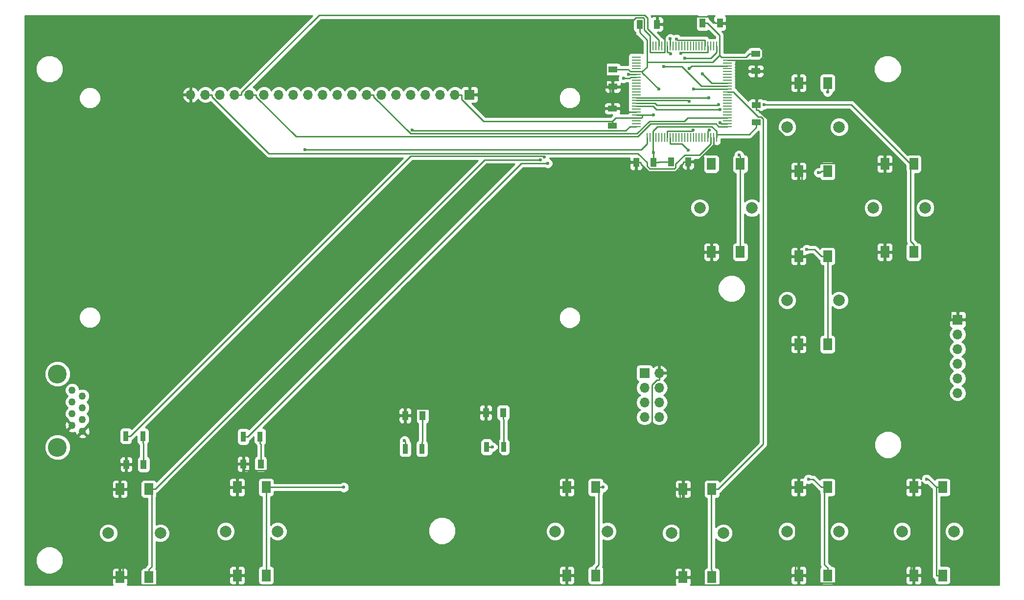
<source format=gtl>
G04 #@! TF.GenerationSoftware,KiCad,Pcbnew,5.0.0-fee4fd1~66~ubuntu18.04.1*
G04 #@! TF.CreationDate,2018-09-21T09:17:29-04:00*
G04 #@! TF.ProjectId,FrontPanel,46726F6E7450616E656C2E6B69636164,rev?*
G04 #@! TF.SameCoordinates,Original*
G04 #@! TF.FileFunction,Copper,L1,Top,Signal*
G04 #@! TF.FilePolarity,Positive*
%FSLAX46Y46*%
G04 Gerber Fmt 4.6, Leading zero omitted, Abs format (unit mm)*
G04 Created by KiCad (PCBNEW 5.0.0-fee4fd1~66~ubuntu18.04.1) date Fri Sep 21 09:17:29 2018*
%MOMM*%
%LPD*%
G01*
G04 APERTURE LIST*
G04 #@! TA.AperFunction,SMDPad,CuDef*
%ADD10R,1.000000X1.600000*%
G04 #@! TD*
G04 #@! TA.AperFunction,SMDPad,CuDef*
%ADD11R,1.600000X1.000000*%
G04 #@! TD*
G04 #@! TA.AperFunction,ComponentPad*
%ADD12R,1.700000X1.700000*%
G04 #@! TD*
G04 #@! TA.AperFunction,ComponentPad*
%ADD13O,1.700000X1.700000*%
G04 #@! TD*
G04 #@! TA.AperFunction,SMDPad,CuDef*
%ADD14R,0.900000X1.700000*%
G04 #@! TD*
G04 #@! TA.AperFunction,ComponentPad*
%ADD15C,2.000000*%
G04 #@! TD*
G04 #@! TA.AperFunction,SMDPad,CuDef*
%ADD16R,1.500000X2.000000*%
G04 #@! TD*
G04 #@! TA.AperFunction,SMDPad,CuDef*
%ADD17R,1.500000X0.280000*%
G04 #@! TD*
G04 #@! TA.AperFunction,SMDPad,CuDef*
%ADD18R,0.280000X1.500000*%
G04 #@! TD*
G04 #@! TA.AperFunction,ComponentPad*
%ADD19C,3.250000*%
G04 #@! TD*
G04 #@! TA.AperFunction,ComponentPad*
%ADD20C,1.270000*%
G04 #@! TD*
G04 #@! TA.AperFunction,ViaPad*
%ADD21C,0.600000*%
G04 #@! TD*
G04 #@! TA.AperFunction,Conductor*
%ADD22C,0.250000*%
G04 #@! TD*
G04 #@! TA.AperFunction,Conductor*
%ADD23C,0.254000*%
G04 #@! TD*
G04 APERTURE END LIST*
D10*
G04 #@! TO.P,C2,1*
G04 #@! TO.N,+3V3*
X172200000Y-44100000D03*
G04 #@! TO.P,C2,2*
G04 #@! TO.N,GND*
X175200000Y-44100000D03*
G04 #@! TD*
G04 #@! TO.P,C3,1*
G04 #@! TO.N,+3V3*
X183100000Y-43900000D03*
G04 #@! TO.P,C3,2*
G04 #@! TO.N,GND*
X186100000Y-43900000D03*
G04 #@! TD*
D11*
G04 #@! TO.P,C4,1*
G04 #@! TO.N,+3V3*
X192300000Y-49200000D03*
G04 #@! TO.P,C4,2*
G04 #@! TO.N,GND*
X192300000Y-52200000D03*
G04 #@! TD*
G04 #@! TO.P,C5,1*
G04 #@! TO.N,+3V3*
X192400000Y-61100000D03*
G04 #@! TO.P,C5,2*
G04 #@! TO.N,GND*
X192400000Y-58100000D03*
G04 #@! TD*
D10*
G04 #@! TO.P,C6,1*
G04 #@! TO.N,+3V3*
X177600000Y-67900000D03*
G04 #@! TO.P,C6,2*
G04 #@! TO.N,GND*
X180600000Y-67900000D03*
G04 #@! TD*
G04 #@! TO.P,C7,1*
G04 #@! TO.N,+3V3*
X174600000Y-68000000D03*
G04 #@! TO.P,C7,2*
G04 #@! TO.N,GND*
X171600000Y-68000000D03*
G04 #@! TD*
D11*
G04 #@! TO.P,C8,1*
G04 #@! TO.N,+3V3*
X167500000Y-61700000D03*
G04 #@! TO.P,C8,2*
G04 #@! TO.N,GND*
X167500000Y-58700000D03*
G04 #@! TD*
G04 #@! TO.P,C9,1*
G04 #@! TO.N,+3V3*
X167550000Y-51900000D03*
G04 #@! TO.P,C9,2*
G04 #@! TO.N,GND*
X167550000Y-54900000D03*
G04 #@! TD*
D10*
G04 #@! TO.P,D1,1*
G04 #@! TO.N,GND*
X83400000Y-120300000D03*
G04 #@! TO.P,D1,2*
G04 #@! TO.N,Net-(D1-Pad2)*
X86400000Y-120300000D03*
G04 #@! TD*
G04 #@! TO.P,D2,1*
G04 #@! TO.N,GND*
X103650000Y-120250000D03*
G04 #@! TO.P,D2,2*
G04 #@! TO.N,Net-(D2-Pad2)*
X106650000Y-120250000D03*
G04 #@! TD*
G04 #@! TO.P,D3,1*
G04 #@! TO.N,GND*
X131650000Y-111850000D03*
G04 #@! TO.P,D3,2*
G04 #@! TO.N,Net-(D3-Pad2)*
X134650000Y-111850000D03*
G04 #@! TD*
G04 #@! TO.P,D4,1*
G04 #@! TO.N,GND*
X145600000Y-111350000D03*
G04 #@! TO.P,D4,2*
G04 #@! TO.N,Net-(D4-Pad2)*
X148600000Y-111350000D03*
G04 #@! TD*
D12*
G04 #@! TO.P,J2,1*
G04 #@! TO.N,GND*
X142800000Y-56300000D03*
D13*
G04 #@! TO.P,J2,2*
G04 #@! TO.N,+3V3*
X140260000Y-56300000D03*
G04 #@! TO.P,J2,3*
G04 #@! TO.N,Net-(J2-Pad3)*
X137720000Y-56300000D03*
G04 #@! TO.P,J2,4*
G04 #@! TO.N,Net-(J2-Pad4)*
X135180000Y-56300000D03*
G04 #@! TO.P,J2,5*
G04 #@! TO.N,Net-(J2-Pad5)*
X132640000Y-56300000D03*
G04 #@! TO.P,J2,6*
G04 #@! TO.N,Net-(J2-Pad6)*
X130100000Y-56300000D03*
G04 #@! TO.P,J2,7*
G04 #@! TO.N,Net-(J2-Pad7)*
X127560000Y-56300000D03*
G04 #@! TO.P,J2,8*
G04 #@! TO.N,Net-(J2-Pad8)*
X125020000Y-56300000D03*
G04 #@! TO.P,J2,9*
G04 #@! TO.N,Net-(J2-Pad9)*
X122480000Y-56300000D03*
G04 #@! TO.P,J2,10*
G04 #@! TO.N,Net-(J2-Pad10)*
X119940000Y-56300000D03*
G04 #@! TO.P,J2,11*
G04 #@! TO.N,Net-(J2-Pad11)*
X117400000Y-56300000D03*
G04 #@! TO.P,J2,12*
G04 #@! TO.N,Net-(J2-Pad12)*
X114860000Y-56300000D03*
G04 #@! TO.P,J2,13*
G04 #@! TO.N,Net-(J2-Pad13)*
X112320000Y-56300000D03*
G04 #@! TO.P,J2,14*
G04 #@! TO.N,Net-(J2-Pad14)*
X109780000Y-56300000D03*
G04 #@! TO.P,J2,15*
G04 #@! TO.N,Net-(J2-Pad15)*
X107240000Y-56300000D03*
G04 #@! TO.P,J2,16*
G04 #@! TO.N,Net-(J2-Pad16)*
X104700000Y-56300000D03*
G04 #@! TO.P,J2,17*
G04 #@! TO.N,Net-(J2-Pad17)*
X102160000Y-56300000D03*
G04 #@! TO.P,J2,18*
G04 #@! TO.N,Net-(J2-Pad18)*
X99620000Y-56300000D03*
G04 #@! TO.P,J2,19*
G04 #@! TO.N,Net-(J2-Pad19)*
X97080000Y-56300000D03*
G04 #@! TO.P,J2,20*
G04 #@! TO.N,GND*
X94540000Y-56300000D03*
G04 #@! TD*
D14*
G04 #@! TO.P,R1,1*
G04 #@! TO.N,Net-(R1-Pad1)*
X83350000Y-115400000D03*
G04 #@! TO.P,R1,2*
G04 #@! TO.N,Net-(D1-Pad2)*
X86250000Y-115400000D03*
G04 #@! TD*
G04 #@! TO.P,R2,1*
G04 #@! TO.N,Net-(R2-Pad1)*
X103650000Y-115500000D03*
G04 #@! TO.P,R2,2*
G04 #@! TO.N,Net-(D2-Pad2)*
X106550000Y-115500000D03*
G04 #@! TD*
G04 #@! TO.P,R3,1*
G04 #@! TO.N,Net-(R3-Pad1)*
X131650000Y-117600000D03*
G04 #@! TO.P,R3,2*
G04 #@! TO.N,Net-(D3-Pad2)*
X134550000Y-117600000D03*
G04 #@! TD*
G04 #@! TO.P,R4,1*
G04 #@! TO.N,Net-(R4-Pad1)*
X145750000Y-117300000D03*
G04 #@! TO.P,R4,2*
G04 #@! TO.N,Net-(D4-Pad2)*
X148650000Y-117300000D03*
G04 #@! TD*
D15*
G04 #@! TO.P,SW1,*
G04 #@! TO.N,*
X80300000Y-132200000D03*
X89300000Y-132200000D03*
D16*
G04 #@! TO.P,SW1,1*
G04 #@! TO.N,Net-(SW1-Pad1)*
X87300000Y-124575000D03*
G04 #@! TO.P,SW1,2*
X87300000Y-139825000D03*
G04 #@! TO.P,SW1,3*
G04 #@! TO.N,GND*
X82300000Y-124575000D03*
G04 #@! TO.P,SW1,4*
X82300000Y-139825000D03*
G04 #@! TD*
D15*
G04 #@! TO.P,SW2,*
G04 #@! TO.N,*
X100600000Y-131900000D03*
X109600000Y-131900000D03*
D16*
G04 #@! TO.P,SW2,1*
G04 #@! TO.N,Net-(SW2-Pad1)*
X107600000Y-124275000D03*
G04 #@! TO.P,SW2,2*
X107600000Y-139525000D03*
G04 #@! TO.P,SW2,3*
G04 #@! TO.N,GND*
X102600000Y-124275000D03*
G04 #@! TO.P,SW2,4*
X102600000Y-139525000D03*
G04 #@! TD*
D15*
G04 #@! TO.P,SW3,*
G04 #@! TO.N,*
X157600000Y-131900000D03*
X166600000Y-131900000D03*
D16*
G04 #@! TO.P,SW3,1*
G04 #@! TO.N,Net-(SW3-Pad1)*
X164600000Y-124275000D03*
G04 #@! TO.P,SW3,2*
X164600000Y-139525000D03*
G04 #@! TO.P,SW3,3*
G04 #@! TO.N,GND*
X159600000Y-124275000D03*
G04 #@! TO.P,SW3,4*
X159600000Y-139525000D03*
G04 #@! TD*
D15*
G04 #@! TO.P,SW4,*
G04 #@! TO.N,*
X177700000Y-132200000D03*
X186700000Y-132200000D03*
D16*
G04 #@! TO.P,SW4,1*
G04 #@! TO.N,Net-(SW4-Pad1)*
X184700000Y-124575000D03*
G04 #@! TO.P,SW4,2*
X184700000Y-139825000D03*
G04 #@! TO.P,SW4,3*
G04 #@! TO.N,GND*
X179700000Y-124575000D03*
G04 #@! TO.P,SW4,4*
X179700000Y-139825000D03*
G04 #@! TD*
D15*
G04 #@! TO.P,SW5,*
G04 #@! TO.N,*
X197700000Y-131900000D03*
X206700000Y-131900000D03*
D16*
G04 #@! TO.P,SW5,1*
G04 #@! TO.N,Net-(SW5-Pad1)*
X204700000Y-124275000D03*
G04 #@! TO.P,SW5,2*
X204700000Y-139525000D03*
G04 #@! TO.P,SW5,3*
G04 #@! TO.N,GND*
X199700000Y-124275000D03*
G04 #@! TO.P,SW5,4*
X199700000Y-139525000D03*
G04 #@! TD*
D15*
G04 #@! TO.P,SW6,*
G04 #@! TO.N,*
X217600000Y-131900000D03*
X226600000Y-131900000D03*
D16*
G04 #@! TO.P,SW6,1*
G04 #@! TO.N,Net-(SW6-Pad1)*
X224600000Y-124275000D03*
G04 #@! TO.P,SW6,2*
X224600000Y-139525000D03*
G04 #@! TO.P,SW6,3*
G04 #@! TO.N,GND*
X219600000Y-124275000D03*
G04 #@! TO.P,SW6,4*
X219600000Y-139525000D03*
G04 #@! TD*
D15*
G04 #@! TO.P,SW7,*
G04 #@! TO.N,*
X197700000Y-61900000D03*
X206700000Y-61900000D03*
D16*
G04 #@! TO.P,SW7,1*
G04 #@! TO.N,Net-(SW7-Pad1)*
X204700000Y-54275000D03*
G04 #@! TO.P,SW7,2*
X204700000Y-69525000D03*
G04 #@! TO.P,SW7,3*
G04 #@! TO.N,GND*
X199700000Y-54275000D03*
G04 #@! TO.P,SW7,4*
X199700000Y-69525000D03*
G04 #@! TD*
D15*
G04 #@! TO.P,SW8,*
G04 #@! TO.N,*
X212600000Y-75900000D03*
X221600000Y-75900000D03*
D16*
G04 #@! TO.P,SW8,1*
G04 #@! TO.N,Net-(SW8-Pad1)*
X219600000Y-68275000D03*
G04 #@! TO.P,SW8,2*
X219600000Y-83525000D03*
G04 #@! TO.P,SW8,3*
G04 #@! TO.N,GND*
X214600000Y-68275000D03*
G04 #@! TO.P,SW8,4*
X214600000Y-83525000D03*
G04 #@! TD*
D15*
G04 #@! TO.P,SW9,*
G04 #@! TO.N,*
X197700000Y-91900000D03*
X206700000Y-91900000D03*
D16*
G04 #@! TO.P,SW9,1*
G04 #@! TO.N,Net-(SW9-Pad1)*
X204700000Y-84275000D03*
G04 #@! TO.P,SW9,2*
X204700000Y-99525000D03*
G04 #@! TO.P,SW9,3*
G04 #@! TO.N,GND*
X199700000Y-84275000D03*
G04 #@! TO.P,SW9,4*
X199700000Y-99525000D03*
G04 #@! TD*
D15*
G04 #@! TO.P,SW10,*
G04 #@! TO.N,*
X182600000Y-75900000D03*
X191600000Y-75900000D03*
D16*
G04 #@! TO.P,SW10,1*
G04 #@! TO.N,Net-(SW10-Pad1)*
X189600000Y-68275000D03*
G04 #@! TO.P,SW10,2*
X189600000Y-83525000D03*
G04 #@! TO.P,SW10,3*
G04 #@! TO.N,Net-(SW10-Pad3)*
X184600000Y-68275000D03*
G04 #@! TO.P,SW10,4*
G04 #@! TO.N,GND*
X184600000Y-83525000D03*
G04 #@! TD*
D17*
G04 #@! TO.P,U1,1*
G04 #@! TO.N,N/C*
X171600000Y-49800000D03*
G04 #@! TO.P,U1,2*
X171600000Y-50300000D03*
G04 #@! TO.P,U1,3*
X171600000Y-50800000D03*
G04 #@! TO.P,U1,4*
X171600000Y-51300000D03*
G04 #@! TO.P,U1,5*
X171600000Y-51800000D03*
G04 #@! TO.P,U1,6*
G04 #@! TO.N,+3V3*
X171600000Y-52300000D03*
G04 #@! TO.P,U1,7*
G04 #@! TO.N,Net-(R2-Pad1)*
X171600000Y-52800000D03*
G04 #@! TO.P,U1,8*
G04 #@! TO.N,Net-(R1-Pad1)*
X171600000Y-53300000D03*
G04 #@! TO.P,U1,9*
G04 #@! TO.N,Net-(U1-Pad9)*
X171600000Y-53800000D03*
G04 #@! TO.P,U1,10*
G04 #@! TO.N,N/C*
X171600000Y-54300000D03*
G04 #@! TO.P,U1,11*
X171600000Y-54800000D03*
G04 #@! TO.P,U1,12*
X171600000Y-55300000D03*
G04 #@! TO.P,U1,13*
X171600000Y-55800000D03*
G04 #@! TO.P,U1,14*
G04 #@! TO.N,Net-(U1-Pad14)*
X171600000Y-56300000D03*
G04 #@! TO.P,U1,15*
G04 #@! TO.N,Net-(SW10-Pad1)*
X171600000Y-56800000D03*
G04 #@! TO.P,U1,16*
G04 #@! TO.N,Net-(SW9-Pad1)*
X171600000Y-57300000D03*
G04 #@! TO.P,U1,17*
G04 #@! TO.N,Net-(SW8-Pad1)*
X171600000Y-57800000D03*
G04 #@! TO.P,U1,18*
G04 #@! TO.N,Net-(SW7-Pad1)*
X171600000Y-58300000D03*
G04 #@! TO.P,U1,19*
G04 #@! TO.N,N/C*
X171600000Y-58800000D03*
G04 #@! TO.P,U1,20*
G04 #@! TO.N,GND*
X171600000Y-59300000D03*
G04 #@! TO.P,U1,21*
G04 #@! TO.N,+3V3*
X171600000Y-59800000D03*
G04 #@! TO.P,U1,22*
X171600000Y-60300000D03*
G04 #@! TO.P,U1,23*
G04 #@! TO.N,Net-(U1-Pad23)*
X171600000Y-60800000D03*
G04 #@! TO.P,U1,24*
G04 #@! TO.N,Net-(U1-Pad24)*
X171600000Y-61300000D03*
G04 #@! TO.P,U1,25*
G04 #@! TO.N,/TX*
X171600000Y-61800000D03*
D18*
G04 #@! TO.P,U1,26*
G04 #@! TO.N,/RX*
X173500000Y-63700000D03*
G04 #@! TO.P,U1,27*
G04 #@! TO.N,N/C*
X174000000Y-63700000D03*
G04 #@! TO.P,U1,28*
G04 #@! TO.N,+3V3*
X174500000Y-63700000D03*
G04 #@! TO.P,U1,29*
G04 #@! TO.N,Net-(U1-Pad29)*
X175000000Y-63700000D03*
G04 #@! TO.P,U1,30*
G04 #@! TO.N,Net-(U1-Pad30)*
X175500000Y-63700000D03*
G04 #@! TO.P,U1,31*
G04 #@! TO.N,Net-(U1-Pad31)*
X176000000Y-63700000D03*
G04 #@! TO.P,U1,32*
G04 #@! TO.N,Net-(U1-Pad32)*
X176500000Y-63700000D03*
G04 #@! TO.P,U1,33*
G04 #@! TO.N,Net-(SW6-Pad1)*
X177000000Y-63700000D03*
G04 #@! TO.P,U1,34*
G04 #@! TO.N,Net-(SW5-Pad1)*
X177500000Y-63700000D03*
G04 #@! TO.P,U1,35*
G04 #@! TO.N,Net-(U1-Pad35)*
X178000000Y-63700000D03*
G04 #@! TO.P,U1,36*
G04 #@! TO.N,Net-(U1-Pad36)*
X178500000Y-63700000D03*
G04 #@! TO.P,U1,37*
G04 #@! TO.N,Net-(U1-Pad37)*
X179000000Y-63700000D03*
G04 #@! TO.P,U1,38*
G04 #@! TO.N,N/C*
X179500000Y-63700000D03*
G04 #@! TO.P,U1,39*
X180000000Y-63700000D03*
G04 #@! TO.P,U1,40*
X180500000Y-63700000D03*
G04 #@! TO.P,U1,41*
X181000000Y-63700000D03*
G04 #@! TO.P,U1,42*
X181500000Y-63700000D03*
G04 #@! TO.P,U1,43*
X182000000Y-63700000D03*
G04 #@! TO.P,U1,44*
X182500000Y-63700000D03*
G04 #@! TO.P,U1,45*
X183000000Y-63700000D03*
G04 #@! TO.P,U1,46*
X183500000Y-63700000D03*
G04 #@! TO.P,U1,47*
G04 #@! TO.N,Net-(J2-Pad4)*
X184000000Y-63700000D03*
G04 #@! TO.P,U1,48*
G04 #@! TO.N,Net-(J2-Pad19)*
X184500000Y-63700000D03*
G04 #@! TO.P,U1,49*
G04 #@! TO.N,GND*
X185000000Y-63700000D03*
G04 #@! TO.P,U1,50*
G04 #@! TO.N,+3V3*
X185500000Y-63700000D03*
D17*
G04 #@! TO.P,U1,51*
G04 #@! TO.N,Net-(J2-Pad16)*
X187400000Y-61800000D03*
G04 #@! TO.P,U1,52*
G04 #@! TO.N,Net-(J2-Pad7)*
X187400000Y-61300000D03*
G04 #@! TO.P,U1,53*
G04 #@! TO.N,Net-(U1-Pad53)*
X187400000Y-60800000D03*
G04 #@! TO.P,U1,54*
G04 #@! TO.N,Net-(J2-Pad8)*
X187400000Y-60300000D03*
G04 #@! TO.P,U1,55*
G04 #@! TO.N,N/C*
X187400000Y-59800000D03*
G04 #@! TO.P,U1,56*
X187400000Y-59300000D03*
G04 #@! TO.P,U1,57*
X187400000Y-58800000D03*
G04 #@! TO.P,U1,58*
X187400000Y-58300000D03*
G04 #@! TO.P,U1,59*
X187400000Y-57800000D03*
G04 #@! TO.P,U1,60*
X187400000Y-57300000D03*
G04 #@! TO.P,U1,61*
X187400000Y-56800000D03*
G04 #@! TO.P,U1,62*
X187400000Y-56300000D03*
G04 #@! TO.P,U1,63*
G04 #@! TO.N,Net-(SW4-Pad1)*
X187400000Y-55800000D03*
G04 #@! TO.P,U1,64*
G04 #@! TO.N,Net-(SW3-Pad1)*
X187400000Y-55300000D03*
G04 #@! TO.P,U1,65*
G04 #@! TO.N,Net-(SW2-Pad1)*
X187400000Y-54800000D03*
G04 #@! TO.P,U1,66*
G04 #@! TO.N,Net-(SW1-Pad1)*
X187400000Y-54300000D03*
G04 #@! TO.P,U1,67*
G04 #@! TO.N,Net-(U1-Pad67)*
X187400000Y-53800000D03*
G04 #@! TO.P,U1,68*
G04 #@! TO.N,Net-(U1-Pad68)*
X187400000Y-53300000D03*
G04 #@! TO.P,U1,69*
G04 #@! TO.N,Net-(U1-Pad69)*
X187400000Y-52800000D03*
G04 #@! TO.P,U1,70*
G04 #@! TO.N,Net-(U1-Pad70)*
X187400000Y-52300000D03*
G04 #@! TO.P,U1,71*
G04 #@! TO.N,Net-(U1-Pad71)*
X187400000Y-51800000D03*
G04 #@! TO.P,U1,72*
G04 #@! TO.N,Net-(J3-Pad5)*
X187400000Y-51300000D03*
G04 #@! TO.P,U1,73*
G04 #@! TO.N,N/C*
X187400000Y-50800000D03*
G04 #@! TO.P,U1,74*
G04 #@! TO.N,GND*
X187400000Y-50300000D03*
G04 #@! TO.P,U1,75*
G04 #@! TO.N,+3V3*
X187400000Y-49800000D03*
D18*
G04 #@! TO.P,U1,76*
G04 #@! TO.N,Net-(J3-Pad1)*
X185500000Y-47900000D03*
G04 #@! TO.P,U1,77*
G04 #@! TO.N,Net-(U1-Pad77)*
X185000000Y-47900000D03*
G04 #@! TO.P,U1,78*
G04 #@! TO.N,Net-(U1-Pad78)*
X184500000Y-47900000D03*
G04 #@! TO.P,U1,79*
G04 #@! TO.N,Net-(R4-Pad1)*
X184000000Y-47900000D03*
G04 #@! TO.P,U1,80*
G04 #@! TO.N,Net-(R3-Pad1)*
X183500000Y-47900000D03*
G04 #@! TO.P,U1,81*
G04 #@! TO.N,N/C*
X183000000Y-47900000D03*
G04 #@! TO.P,U1,82*
X182500000Y-47900000D03*
G04 #@! TO.P,U1,83*
X182000000Y-47900000D03*
G04 #@! TO.P,U1,84*
X181500000Y-47900000D03*
G04 #@! TO.P,U1,85*
X181000000Y-47900000D03*
G04 #@! TO.P,U1,86*
X180500000Y-47900000D03*
G04 #@! TO.P,U1,87*
X180000000Y-47900000D03*
G04 #@! TO.P,U1,88*
X179500000Y-47900000D03*
G04 #@! TO.P,U1,89*
G04 #@! TO.N,Net-(U1-Pad89)*
X179000000Y-47900000D03*
G04 #@! TO.P,U1,90*
G04 #@! TO.N,Net-(U1-Pad90)*
X178500000Y-47900000D03*
G04 #@! TO.P,U1,91*
G04 #@! TO.N,Net-(U1-Pad91)*
X178000000Y-47900000D03*
G04 #@! TO.P,U1,92*
G04 #@! TO.N,Net-(J4-Pad5)*
X177500000Y-47900000D03*
G04 #@! TO.P,U1,93*
G04 #@! TO.N,Net-(J4-Pad4)*
X177000000Y-47900000D03*
G04 #@! TO.P,U1,94*
G04 #@! TO.N,GND*
X176500000Y-47900000D03*
G04 #@! TO.P,U1,95*
G04 #@! TO.N,Net-(U1-Pad95)*
X176000000Y-47900000D03*
G04 #@! TO.P,U1,96*
G04 #@! TO.N,Net-(J2-Pad17)*
X175500000Y-47900000D03*
G04 #@! TO.P,U1,97*
G04 #@! TO.N,N/C*
X175000000Y-47900000D03*
G04 #@! TO.P,U1,98*
X174500000Y-47900000D03*
G04 #@! TO.P,U1,99*
G04 #@! TO.N,GND*
X174000000Y-47900000D03*
G04 #@! TO.P,U1,100*
G04 #@! TO.N,+3V3*
X173500000Y-47900000D03*
G04 #@! TD*
D19*
G04 #@! TO.P,J1,*
G04 #@! TO.N,*
X71500000Y-117350000D03*
X71500000Y-104650000D03*
D20*
G04 #@! TO.P,J1,8*
G04 #@! TO.N,GND*
X75818000Y-114556000D03*
G04 #@! TO.P,J1,7*
X74040000Y-113540000D03*
G04 #@! TO.P,J1,6*
G04 #@! TO.N,Net-(J1-Pad6)*
X75818000Y-112524000D03*
G04 #@! TO.P,J1,5*
G04 #@! TO.N,/RX*
X74040000Y-111508000D03*
G04 #@! TO.P,J1,4*
G04 #@! TO.N,/TX*
X75818000Y-110492000D03*
G04 #@! TO.P,J1,3*
G04 #@! TO.N,Net-(J1-Pad3)*
X74040000Y-109476000D03*
G04 #@! TO.P,J1,2*
G04 #@! TO.N,+3V3*
X75818000Y-108460000D03*
G04 #@! TO.P,J1,1*
X74040000Y-107444000D03*
G04 #@! TD*
D12*
G04 #@! TO.P,J4,1*
G04 #@! TO.N,GND*
X227200000Y-95250000D03*
D13*
G04 #@! TO.P,J4,2*
G04 #@! TO.N,Net-(J4-Pad2)*
X227200000Y-97790000D03*
G04 #@! TO.P,J4,3*
G04 #@! TO.N,Net-(J4-Pad3)*
X227200000Y-100330000D03*
G04 #@! TO.P,J4,4*
G04 #@! TO.N,Net-(J4-Pad4)*
X227200000Y-102870000D03*
G04 #@! TO.P,J4,5*
G04 #@! TO.N,Net-(J4-Pad5)*
X227200000Y-105410000D03*
G04 #@! TO.P,J4,6*
G04 #@! TO.N,Net-(J4-Pad6)*
X227200000Y-107950000D03*
G04 #@! TD*
D12*
G04 #@! TO.P,J3,1*
G04 #@! TO.N,Net-(J3-Pad1)*
X173050000Y-104500000D03*
D13*
G04 #@! TO.P,J3,2*
G04 #@! TO.N,GND*
X175590000Y-104500000D03*
G04 #@! TO.P,J3,3*
G04 #@! TO.N,Net-(J3-Pad3)*
X173050000Y-107040000D03*
G04 #@! TO.P,J3,4*
G04 #@! TO.N,+3V3*
X175590000Y-107040000D03*
G04 #@! TO.P,J3,5*
G04 #@! TO.N,Net-(J3-Pad5)*
X173050000Y-109580000D03*
G04 #@! TO.P,J3,6*
G04 #@! TO.N,Net-(J3-Pad6)*
X175590000Y-109580000D03*
G04 #@! TO.P,J3,7*
G04 #@! TO.N,Net-(J3-Pad7)*
X173050000Y-112120000D03*
G04 #@! TO.P,J3,8*
G04 #@! TO.N,Net-(J3-Pad8)*
X175590000Y-112120000D03*
G04 #@! TD*
D21*
G04 #@! TO.N,+3V3*
X174597100Y-66287700D03*
X174597100Y-59800000D03*
X175503700Y-55320600D03*
G04 #@! TO.N,/TX*
X132857400Y-62426500D03*
G04 #@! TO.N,/RX*
X114303200Y-65795100D03*
G04 #@! TO.N,Net-(J2-Pad4)*
X184213400Y-62441900D03*
G04 #@! TO.N,Net-(J2-Pad7)*
X186134500Y-61148400D03*
G04 #@! TO.N,Net-(J3-Pad1)*
X179981400Y-49958500D03*
G04 #@! TO.N,Net-(J3-Pad5)*
X180768300Y-51756600D03*
G04 #@! TO.N,Net-(J4-Pad4)*
X177591300Y-49222000D03*
G04 #@! TO.N,Net-(J4-Pad5)*
X177500000Y-46602100D03*
G04 #@! TO.N,Net-(R1-Pad1)*
X169388100Y-53425300D03*
X155729500Y-67083900D03*
G04 #@! TO.N,Net-(R2-Pad1)*
X170241400Y-52800000D03*
X156287600Y-68174800D03*
G04 #@! TO.N,Net-(R3-Pad1)*
X178571700Y-46641500D03*
X131538700Y-116224300D03*
G04 #@! TO.N,Net-(R4-Pad1)*
X179334900Y-49164400D03*
X146725100Y-117300000D03*
G04 #@! TO.N,Net-(SW1-Pad1)*
X183049800Y-52674700D03*
X155029700Y-67549500D03*
G04 #@! TO.N,Net-(SW2-Pad1)*
X176330400Y-51451200D03*
X121014800Y-124275000D03*
G04 #@! TO.N,Net-(SW3-Pad1)*
X181528400Y-55300000D03*
X165852100Y-124275000D03*
G04 #@! TO.N,Net-(SW5-Pad1)*
X180592900Y-65902600D03*
X201413900Y-122843800D03*
G04 #@! TO.N,Net-(SW6-Pad1)*
X181481300Y-62448000D03*
X221809000Y-122843800D03*
G04 #@! TO.N,Net-(SW7-Pad1)*
X204700000Y-55811000D03*
X186130600Y-58861200D03*
X203163900Y-69796000D03*
G04 #@! TO.N,Net-(SW8-Pad1)*
X185874400Y-58037900D03*
X193730400Y-58007600D03*
G04 #@! TO.N,Net-(SW9-Pad1)*
X180782200Y-57458700D03*
X201101400Y-83066300D03*
G04 #@! TO.N,Net-(SW10-Pad1)*
X184138600Y-56800000D03*
X189396400Y-66746100D03*
G04 #@! TD*
D22*
G04 #@! TO.N,+3V3*
X171600000Y-60300000D02*
X170524700Y-60300000D01*
X190574700Y-49800000D02*
X191174700Y-49200000D01*
X187400000Y-49800000D02*
X190574700Y-49800000D01*
X192300000Y-49200000D02*
X191174700Y-49200000D01*
X167550000Y-51900000D02*
X168675300Y-51900000D01*
X174597100Y-66871800D02*
X174597100Y-66287700D01*
X174600000Y-66874700D02*
X174597100Y-66871800D01*
X174600000Y-68000000D02*
X174600000Y-66874700D01*
X175525300Y-67900000D02*
X175425300Y-68000000D01*
X177600000Y-67900000D02*
X175525300Y-67900000D01*
X174600000Y-68000000D02*
X175425300Y-68000000D01*
X167500000Y-61700000D02*
X167500000Y-60874700D01*
X168074700Y-60300000D02*
X167500000Y-60874700D01*
X170524700Y-60300000D02*
X168074700Y-60300000D01*
X145202000Y-60874700D02*
X167500000Y-60874700D01*
X141435300Y-57108000D02*
X145202000Y-60874700D01*
X141435300Y-56300000D02*
X141435300Y-57108000D01*
X140260000Y-56300000D02*
X141435300Y-56300000D01*
X171600000Y-52300000D02*
X172675300Y-52300000D01*
X187400000Y-49800000D02*
X186324700Y-49800000D01*
X172675300Y-59800000D02*
X174597100Y-59800000D01*
X172137700Y-60300000D02*
X172100000Y-60300000D01*
X171600000Y-60300000D02*
X172100000Y-60300000D01*
X171600000Y-59800000D02*
X172675300Y-59800000D01*
X172137700Y-60300000D02*
X172524300Y-60300000D01*
X172675300Y-60149000D02*
X172675300Y-59800000D01*
X172524300Y-60300000D02*
X172675300Y-60149000D01*
X170225800Y-51900000D02*
X168675300Y-51900000D01*
X170625800Y-52300000D02*
X170225800Y-51900000D01*
X171600000Y-52300000D02*
X170625800Y-52300000D01*
X186003400Y-49478700D02*
X186324700Y-49800000D01*
X185993900Y-49478700D02*
X186003400Y-49478700D01*
X185993900Y-45968600D02*
X183925300Y-43900000D01*
X185993900Y-49478700D02*
X185993900Y-45968600D01*
X183100000Y-43900000D02*
X183925300Y-43900000D01*
X174500000Y-66190600D02*
X174500000Y-63700000D01*
X174597100Y-66287700D02*
X174500000Y-66190600D01*
X174500000Y-63700000D02*
X174500000Y-62624700D01*
X185500000Y-63700000D02*
X185500000Y-63162300D01*
X185500000Y-63162300D02*
X185500000Y-62624700D01*
X191163000Y-63162300D02*
X192400000Y-61925300D01*
X185500000Y-63162300D02*
X191163000Y-63162300D01*
X192400000Y-61100000D02*
X192400000Y-61925300D01*
X172675300Y-52492200D02*
X175503700Y-55320600D01*
X172675300Y-52300000D02*
X172675300Y-52492200D01*
X184849500Y-50623100D02*
X185993900Y-49478700D01*
X173500000Y-50623100D02*
X184849500Y-50623100D01*
X173500000Y-48975300D02*
X173500000Y-50623100D01*
X173500000Y-51475300D02*
X172675300Y-52300000D01*
X173500000Y-50623100D02*
X173500000Y-51475300D01*
X173500000Y-48437600D02*
X173500000Y-48975300D01*
X173500000Y-48437600D02*
X173500000Y-47900000D01*
X172200000Y-45524700D02*
X172200000Y-44100000D01*
X173500000Y-46824700D02*
X172200000Y-45524700D01*
X173500000Y-47900000D02*
X173500000Y-46824700D01*
X175311300Y-61813400D02*
X174500000Y-62624700D01*
X184688700Y-61813400D02*
X175311300Y-61813400D01*
X185500000Y-62624700D02*
X184688700Y-61813400D01*
G04 #@! TO.N,GND*
X192300000Y-52200000D02*
X192300000Y-51374700D01*
X167500000Y-58700000D02*
X168625300Y-58700000D01*
X102600000Y-124275000D02*
X102600000Y-122949700D01*
X169225300Y-59300000D02*
X171600000Y-59300000D01*
X168625300Y-58700000D02*
X169225300Y-59300000D01*
X192300000Y-51374700D02*
X192300000Y-50559900D01*
X192040100Y-50300000D02*
X187400000Y-50300000D01*
X192300000Y-50559900D02*
X192040100Y-50300000D01*
X167550000Y-54900000D02*
X167043700Y-54900000D01*
X167043700Y-57418400D02*
X167500000Y-57874700D01*
X167043700Y-54900000D02*
X167043700Y-57418400D01*
X167500000Y-58700000D02*
X167500000Y-57874700D01*
X217199300Y-140850400D02*
X218524700Y-139525000D01*
X202100700Y-140850400D02*
X217199300Y-140850400D01*
X200775300Y-139525000D02*
X202100700Y-140850400D01*
X199700000Y-139525000D02*
X200775300Y-139525000D01*
X214600000Y-83525000D02*
X213524700Y-83525000D01*
X142800000Y-56300000D02*
X143975300Y-56300000D01*
X219600000Y-139525000D02*
X219150100Y-139525000D01*
X219150100Y-139525000D02*
X218524700Y-139525000D01*
X219150100Y-126050200D02*
X219600000Y-125600300D01*
X219150100Y-139525000D02*
X219150100Y-126050200D01*
X219600000Y-124275000D02*
X219600000Y-125600300D01*
X226024700Y-93874400D02*
X215675300Y-83525000D01*
X226024700Y-95250000D02*
X226024700Y-93874400D01*
X227200000Y-95250000D02*
X226024700Y-95250000D01*
X214600000Y-83525000D02*
X215675300Y-83525000D01*
X179700000Y-124575000D02*
X179162400Y-124575000D01*
X179162400Y-124575000D02*
X178624700Y-124575000D01*
X179162400Y-137962100D02*
X179700000Y-138499700D01*
X179162400Y-124575000D02*
X179162400Y-137962100D01*
X179700000Y-139825000D02*
X179700000Y-138499700D01*
X179700000Y-139825000D02*
X180775300Y-139825000D01*
X182100700Y-141150400D02*
X180775300Y-139825000D01*
X196999300Y-141150400D02*
X182100700Y-141150400D01*
X198624700Y-139525000D02*
X196999300Y-141150400D01*
X159600000Y-124275000D02*
X160675300Y-124275000D01*
X164623600Y-120326700D02*
X160675300Y-124275000D01*
X174376400Y-120326700D02*
X164623600Y-120326700D01*
X178624700Y-124575000D02*
X174376400Y-120326700D01*
X175222700Y-105675300D02*
X175590000Y-105675300D01*
X174376400Y-106521600D02*
X175222700Y-105675300D01*
X174376400Y-120326700D02*
X174376400Y-106521600D01*
X199700000Y-139525000D02*
X199162400Y-139525000D01*
X199162400Y-139525000D02*
X198624700Y-139525000D01*
X199162400Y-126137900D02*
X199700000Y-125600300D01*
X199162400Y-139525000D02*
X199162400Y-126137900D01*
X199700000Y-124275000D02*
X199700000Y-125600300D01*
X185000000Y-63700000D02*
X185000000Y-64775300D01*
X102600000Y-139525000D02*
X102600000Y-124275000D01*
X84700700Y-141150400D02*
X83375300Y-139825000D01*
X99899300Y-141150400D02*
X84700700Y-141150400D01*
X101524700Y-139525000D02*
X99899300Y-141150400D01*
X102600000Y-139525000D02*
X101524700Y-139525000D01*
X83400000Y-120300000D02*
X82574700Y-120300000D01*
X81836700Y-120574700D02*
X82300000Y-120574700D01*
X75818000Y-114556000D02*
X81836700Y-120574700D01*
X82300000Y-124575000D02*
X82300000Y-120574700D01*
X82300000Y-120574700D02*
X82574700Y-120300000D01*
X145600000Y-111350000D02*
X144774700Y-111350000D01*
X131650000Y-111850000D02*
X132475300Y-111850000D01*
X159600000Y-124275000D02*
X159600000Y-139525000D01*
X145600000Y-111350000D02*
X146425300Y-111350000D01*
X147774600Y-112699300D02*
X146425300Y-111350000D01*
X147774600Y-118184700D02*
X147774600Y-112699300D01*
X153864900Y-124275000D02*
X147774600Y-118184700D01*
X159600000Y-124275000D02*
X153864900Y-124275000D01*
X82300000Y-139825000D02*
X82837700Y-139825000D01*
X82837700Y-139825000D02*
X83375300Y-139825000D01*
X82837700Y-126438000D02*
X82300000Y-125900300D01*
X82837700Y-139825000D02*
X82837700Y-126438000D01*
X82300000Y-124575000D02*
X82300000Y-125900300D01*
X131650000Y-111850000D02*
X130824700Y-111850000D01*
X103650000Y-120250000D02*
X103650000Y-121375400D01*
X103650000Y-121899700D02*
X102600000Y-122949700D01*
X103650000Y-121375400D02*
X103650000Y-121899700D01*
X133611500Y-110713800D02*
X132475300Y-111850000D01*
X144138500Y-110713800D02*
X133611500Y-110713800D01*
X144774700Y-111350000D02*
X144138500Y-110713800D01*
X121299300Y-121375400D02*
X103650000Y-121375400D01*
X130824700Y-111850000D02*
X121299300Y-121375400D01*
X175590000Y-105087600D02*
X175590000Y-105675300D01*
X171600000Y-68000000D02*
X172425300Y-68000000D01*
X180600000Y-67900000D02*
X179774700Y-67900000D01*
X199700000Y-124275000D02*
X199700000Y-99525000D01*
X199700000Y-99525000D02*
X199700000Y-84275000D01*
X199700000Y-84275000D02*
X199700000Y-82949700D01*
X176500000Y-48975300D02*
X174000000Y-48975300D01*
X176500000Y-47900000D02*
X176500000Y-48975300D01*
X174000000Y-47900000D02*
X174000000Y-48975300D01*
X186100000Y-43900000D02*
X185274700Y-43900000D01*
X176500000Y-44100000D02*
X176025300Y-44100000D01*
X177850500Y-42749500D02*
X176500000Y-44100000D01*
X184124200Y-42749500D02*
X177850500Y-42749500D01*
X185274700Y-43900000D02*
X184124200Y-42749500D01*
X176500000Y-44100000D02*
X176500000Y-47900000D01*
X200283500Y-69570800D02*
X200237700Y-69525000D01*
X200283500Y-82126500D02*
X200283500Y-69570800D01*
X212126200Y-82126500D02*
X200283500Y-82126500D01*
X213524700Y-83525000D02*
X212126200Y-82126500D01*
X199700000Y-82710000D02*
X199700000Y-82949700D01*
X200283500Y-82126500D02*
X199700000Y-82710000D01*
X192707400Y-50559900D02*
X192300000Y-50559900D01*
X193450500Y-49816800D02*
X192707400Y-50559900D01*
X193450500Y-48534500D02*
X193450500Y-49816800D01*
X188816000Y-43900000D02*
X193450500Y-48534500D01*
X186100000Y-43900000D02*
X188816000Y-43900000D01*
X175200000Y-44100000D02*
X176025300Y-44100000D01*
X174000000Y-46084400D02*
X174000000Y-47900000D01*
X173025400Y-45109800D02*
X174000000Y-46084400D01*
X173025400Y-43136000D02*
X173025400Y-45109800D01*
X172848900Y-42959500D02*
X173025400Y-43136000D01*
X171545800Y-42959500D02*
X172848900Y-42959500D01*
X166389000Y-48116300D02*
X171545800Y-42959500D01*
X166389000Y-54900000D02*
X166389000Y-48116300D01*
X145375300Y-54900000D02*
X166389000Y-54900000D01*
X143975300Y-56300000D02*
X145375300Y-54900000D01*
X166389000Y-54900000D02*
X167043700Y-54900000D01*
X192300000Y-52200000D02*
X192300000Y-53025300D01*
X199700000Y-54275000D02*
X198624700Y-54275000D01*
X192400000Y-54275000D02*
X198624700Y-54275000D01*
X192400000Y-53125300D02*
X192300000Y-53025300D01*
X192400000Y-54275000D02*
X192400000Y-53125300D01*
X214600000Y-68275000D02*
X213524700Y-68275000D01*
X192400000Y-54275000D02*
X192400000Y-58100000D01*
X199700000Y-69525000D02*
X200237700Y-69525000D01*
X200237700Y-69525000D02*
X200775300Y-69525000D01*
X202001600Y-68298700D02*
X202001600Y-68176500D01*
X200775300Y-69525000D02*
X202001600Y-68298700D01*
X213426200Y-68176500D02*
X213524700Y-68275000D01*
X202001600Y-68176500D02*
X213426200Y-68176500D01*
X192400000Y-58100000D02*
X192400000Y-58925300D01*
X182046600Y-67900000D02*
X180600000Y-67900000D01*
X185000000Y-64946600D02*
X182046600Y-67900000D01*
X185000000Y-64775300D02*
X185000000Y-64946600D01*
X178393200Y-78393500D02*
X183524700Y-83525000D01*
X178393200Y-69591000D02*
X178393200Y-78393500D01*
X179774700Y-68209500D02*
X178393200Y-69591000D01*
X179774700Y-67900000D02*
X179774700Y-68209500D01*
X172425300Y-68309500D02*
X172425300Y-68000000D01*
X173706800Y-69591000D02*
X172425300Y-68309500D01*
X178393200Y-69591000D02*
X173706800Y-69591000D01*
X184600000Y-83525000D02*
X183524700Y-83525000D01*
X192750400Y-58925300D02*
X192400000Y-58925300D01*
X202001600Y-68176500D02*
X192750400Y-58925300D01*
X175590000Y-105087600D02*
X175590000Y-104500000D01*
X175590000Y-91459700D02*
X183524700Y-83525000D01*
X175590000Y-104500000D02*
X175590000Y-91459700D01*
G04 #@! TO.N,Net-(D1-Pad2)*
X86400000Y-116725300D02*
X86400000Y-120300000D01*
X86250000Y-116575300D02*
X86400000Y-116725300D01*
X86250000Y-115400000D02*
X86250000Y-116575300D01*
G04 #@! TO.N,Net-(D2-Pad2)*
X106650000Y-116775300D02*
X106650000Y-120250000D01*
X106550000Y-116675300D02*
X106650000Y-116775300D01*
X106550000Y-115500000D02*
X106550000Y-116675300D01*
G04 #@! TO.N,Net-(D3-Pad2)*
X134650000Y-116324700D02*
X134650000Y-111850000D01*
X134550000Y-116424700D02*
X134650000Y-116324700D01*
X134550000Y-117600000D02*
X134550000Y-116424700D01*
G04 #@! TO.N,Net-(D4-Pad2)*
X148650000Y-112525300D02*
X148600000Y-112475300D01*
X148650000Y-117300000D02*
X148650000Y-112525300D01*
X148600000Y-111350000D02*
X148600000Y-112475300D01*
G04 #@! TO.N,/TX*
X171600000Y-61800000D02*
X170524700Y-61800000D01*
X132956200Y-62525300D02*
X132857400Y-62426500D01*
X169799400Y-62525300D02*
X132956200Y-62525300D01*
X170524700Y-61800000D02*
X169799400Y-62525300D01*
G04 #@! TO.N,/RX*
X173500000Y-63700000D02*
X173500000Y-64775300D01*
X172480200Y-65795100D02*
X114303200Y-65795100D01*
X173500000Y-64775300D02*
X172480200Y-65795100D01*
G04 #@! TO.N,Net-(J2-Pad4)*
X184000000Y-63700000D02*
X184000000Y-62624700D01*
X184030600Y-62624700D02*
X184213400Y-62441900D01*
X184000000Y-62624700D02*
X184030600Y-62624700D01*
G04 #@! TO.N,Net-(J2-Pad7)*
X186286100Y-61300000D02*
X186134500Y-61148400D01*
X187400000Y-61300000D02*
X186286100Y-61300000D01*
G04 #@! TO.N,Net-(J2-Pad8)*
X125020000Y-56300000D02*
X126195300Y-56300000D01*
X126195300Y-56667300D02*
X126195300Y-56300000D01*
X132586100Y-63058100D02*
X126195300Y-56667300D01*
X171731400Y-63058100D02*
X132586100Y-63058100D01*
X173890200Y-60899300D02*
X171731400Y-63058100D01*
X179907100Y-60899300D02*
X173890200Y-60899300D01*
X180506400Y-60300000D02*
X179907100Y-60899300D01*
X187400000Y-60300000D02*
X180506400Y-60300000D01*
G04 #@! TO.N,Net-(J2-Pad16)*
X104700000Y-56300000D02*
X105875300Y-56300000D01*
X105875300Y-56667300D02*
X105875300Y-56300000D01*
X112750200Y-63542200D02*
X105875300Y-56667300D01*
X171884200Y-63542200D02*
X112750200Y-63542200D01*
X174076700Y-61349700D02*
X171884200Y-63542200D01*
X185442200Y-61349700D02*
X174076700Y-61349700D01*
X185892500Y-61800000D02*
X185442200Y-61349700D01*
X187400000Y-61800000D02*
X185892500Y-61800000D01*
G04 #@! TO.N,Net-(J2-Pad17)*
X175500000Y-47900000D02*
X175500000Y-46824700D01*
X102160000Y-56300000D02*
X103335300Y-56300000D01*
X103335300Y-55932700D02*
X103335300Y-56300000D01*
X116758800Y-42509200D02*
X103335300Y-55932700D01*
X173035500Y-42509200D02*
X116758800Y-42509200D01*
X173536400Y-43010100D02*
X173035500Y-42509200D01*
X173536400Y-44861100D02*
X173536400Y-43010100D01*
X175500000Y-46824700D02*
X173536400Y-44861100D01*
G04 #@! TO.N,Net-(J2-Pad19)*
X97080000Y-56300000D02*
X98255300Y-56300000D01*
X184500000Y-63700000D02*
X184500000Y-64775300D01*
X182558700Y-66716600D02*
X184500000Y-64775300D01*
X180004300Y-66716600D02*
X182558700Y-66716600D01*
X178425400Y-68295500D02*
X180004300Y-66716600D01*
X178425400Y-68894500D02*
X178425400Y-68295500D01*
X178194500Y-69125400D02*
X178425400Y-68894500D01*
X173948600Y-69125400D02*
X178194500Y-69125400D01*
X173465800Y-68642600D02*
X173948600Y-69125400D01*
X173465800Y-68055800D02*
X173465800Y-68642600D01*
X171868600Y-66458600D02*
X173465800Y-68055800D01*
X108046600Y-66458600D02*
X171868600Y-66458600D01*
X98255300Y-56667300D02*
X108046600Y-66458600D01*
X98255300Y-56300000D02*
X98255300Y-56667300D01*
G04 #@! TO.N,Net-(J3-Pad1)*
X185500000Y-47900000D02*
X185500000Y-48975300D01*
X184516800Y-49958500D02*
X179981400Y-49958500D01*
X185500000Y-48975300D02*
X184516800Y-49958500D01*
G04 #@! TO.N,Net-(J3-Pad5)*
X181224900Y-51300000D02*
X187400000Y-51300000D01*
X180768300Y-51756600D02*
X181224900Y-51300000D01*
G04 #@! TO.N,Net-(J4-Pad4)*
X177344600Y-48975300D02*
X177591300Y-49222000D01*
X177000000Y-48975300D02*
X177344600Y-48975300D01*
X177000000Y-47900000D02*
X177000000Y-48975300D01*
G04 #@! TO.N,Net-(J4-Pad5)*
X177500000Y-46602100D02*
X177500000Y-47900000D01*
G04 #@! TO.N,Net-(R1-Pad1)*
X83350000Y-115400000D02*
X84125300Y-115400000D01*
X132601100Y-66924200D02*
X84125300Y-115400000D01*
X155569800Y-66924200D02*
X132601100Y-66924200D01*
X155729500Y-67083900D02*
X155569800Y-66924200D01*
X170500500Y-53425300D02*
X169388100Y-53425300D01*
X170625800Y-53300000D02*
X170500500Y-53425300D01*
X171600000Y-53300000D02*
X170625800Y-53300000D01*
G04 #@! TO.N,Net-(R2-Pad1)*
X171600000Y-52800000D02*
X170241400Y-52800000D01*
X103650000Y-115500000D02*
X104425300Y-115500000D01*
X151750500Y-68174800D02*
X156287600Y-68174800D01*
X104425300Y-115500000D02*
X151750500Y-68174800D01*
G04 #@! TO.N,Net-(R3-Pad1)*
X178754900Y-46824700D02*
X178571700Y-46641500D01*
X183500000Y-46824700D02*
X178754900Y-46824700D01*
X131650000Y-116335600D02*
X131538700Y-116224300D01*
X131650000Y-117600000D02*
X131650000Y-116335600D01*
X183500000Y-47900000D02*
X183500000Y-46824700D01*
G04 #@! TO.N,Net-(R4-Pad1)*
X145750000Y-117300000D02*
X146525300Y-117300000D01*
X146525300Y-117300000D02*
X146725100Y-117300000D01*
X184000000Y-47900000D02*
X184000000Y-48975300D01*
X179524000Y-48975300D02*
X179334900Y-49164400D01*
X184000000Y-48975300D02*
X179524000Y-48975300D01*
G04 #@! TO.N,Net-(SW1-Pad1)*
X145400800Y-67549500D02*
X88375300Y-124575000D01*
X155029700Y-67549500D02*
X145400800Y-67549500D01*
X87300000Y-124575000D02*
X87837700Y-124575000D01*
X87837700Y-124575000D02*
X88375300Y-124575000D01*
X87837700Y-137962000D02*
X87300000Y-138499700D01*
X87837700Y-124575000D02*
X87837700Y-137962000D01*
X87300000Y-139825000D02*
X87300000Y-138499700D01*
X184675100Y-54300000D02*
X183049800Y-52674700D01*
X187400000Y-54300000D02*
X184675100Y-54300000D01*
G04 #@! TO.N,Net-(SW2-Pad1)*
X107600000Y-124275000D02*
X107600000Y-139525000D01*
X179517400Y-51451200D02*
X176330400Y-51451200D01*
X182866200Y-54800000D02*
X179517400Y-51451200D01*
X187400000Y-54800000D02*
X182866200Y-54800000D01*
X121014800Y-124275000D02*
X107600000Y-124275000D01*
G04 #@! TO.N,Net-(SW3-Pad1)*
X165675300Y-124275000D02*
X165852100Y-124275000D01*
X187400000Y-55300000D02*
X186324700Y-55300000D01*
X164600000Y-124275000D02*
X165137700Y-124275000D01*
X165137700Y-124275000D02*
X165675300Y-124275000D01*
X165137700Y-137662000D02*
X164600000Y-138199700D01*
X165137700Y-124275000D02*
X165137700Y-137662000D01*
X164600000Y-139525000D02*
X164600000Y-138199700D01*
X186324700Y-55300000D02*
X181528400Y-55300000D01*
G04 #@! TO.N,Net-(SW4-Pad1)*
X184700000Y-124575000D02*
X184616000Y-124575000D01*
X184616000Y-138415700D02*
X184700000Y-138499700D01*
X184616000Y-124575000D02*
X184616000Y-138415700D01*
X184700000Y-139825000D02*
X184700000Y-138499700D01*
X193546400Y-116803900D02*
X185775300Y-124575000D01*
X193546400Y-60441800D02*
X193546400Y-116803900D01*
X193251200Y-60146600D02*
X193546400Y-60441800D01*
X192684100Y-60146600D02*
X193251200Y-60146600D01*
X188475300Y-55937800D02*
X192684100Y-60146600D01*
X188475300Y-55800000D02*
X188475300Y-55937800D01*
X187400000Y-55800000D02*
X188475300Y-55800000D01*
X184700000Y-124575000D02*
X185775300Y-124575000D01*
G04 #@! TO.N,Net-(SW5-Pad1)*
X202193500Y-122843800D02*
X203624700Y-124275000D01*
X201413900Y-122843800D02*
X202193500Y-122843800D01*
X177500000Y-63700000D02*
X177500000Y-64775300D01*
X179465600Y-64775300D02*
X180592900Y-65902600D01*
X177500000Y-64775300D02*
X179465600Y-64775300D01*
X204700000Y-124275000D02*
X204162400Y-124275000D01*
X204162400Y-124275000D02*
X203624700Y-124275000D01*
X204162400Y-137662100D02*
X204700000Y-138199700D01*
X204162400Y-124275000D02*
X204162400Y-137662100D01*
X204700000Y-139525000D02*
X204700000Y-138199700D01*
G04 #@! TO.N,Net-(SW6-Pad1)*
X224600000Y-124275000D02*
X223524700Y-124275000D01*
X223524700Y-139525000D02*
X223524700Y-124275000D01*
X224600000Y-139525000D02*
X223524700Y-139525000D01*
X222093500Y-122843800D02*
X223524700Y-124275000D01*
X221809000Y-122843800D02*
X222093500Y-122843800D01*
X181304600Y-62624700D02*
X181481300Y-62448000D01*
X177000000Y-62624700D02*
X181304600Y-62624700D01*
X177000000Y-63700000D02*
X177000000Y-62624700D01*
G04 #@! TO.N,Net-(SW7-Pad1)*
X204700000Y-55811000D02*
X204700000Y-54275000D01*
X175109700Y-58861200D02*
X186130600Y-58861200D01*
X174548500Y-58300000D02*
X175109700Y-58861200D01*
X171600000Y-58300000D02*
X174548500Y-58300000D01*
X203353700Y-69796000D02*
X203624700Y-69525000D01*
X203163900Y-69796000D02*
X203353700Y-69796000D01*
X204700000Y-69525000D02*
X203624700Y-69525000D01*
G04 #@! TO.N,Net-(SW8-Pad1)*
X219600000Y-68275000D02*
X219062400Y-68275000D01*
X219062400Y-81662100D02*
X219600000Y-82199700D01*
X219062400Y-68275000D02*
X219062400Y-81662100D01*
X219600000Y-83525000D02*
X219600000Y-82199700D01*
X185796100Y-58116200D02*
X185874400Y-58037900D01*
X175199800Y-58116200D02*
X185796100Y-58116200D01*
X174883600Y-57800000D02*
X175199800Y-58116200D01*
X171600000Y-57800000D02*
X174883600Y-57800000D01*
X208795000Y-58007600D02*
X193730400Y-58007600D01*
X219062400Y-68275000D02*
X208795000Y-58007600D01*
G04 #@! TO.N,Net-(SW9-Pad1)*
X204700000Y-99525000D02*
X204700000Y-98199700D01*
X204700000Y-98199700D02*
X204700000Y-84275000D01*
X180623500Y-57300000D02*
X180782200Y-57458700D01*
X171600000Y-57300000D02*
X180623500Y-57300000D01*
X202416000Y-83066300D02*
X203624700Y-84275000D01*
X201101400Y-83066300D02*
X202416000Y-83066300D01*
X204700000Y-84275000D02*
X203624700Y-84275000D01*
G04 #@! TO.N,Net-(SW10-Pad1)*
X189600000Y-83525000D02*
X189600000Y-82199700D01*
X189600000Y-68275000D02*
X189600000Y-66949700D01*
X189396400Y-66746100D02*
X189600000Y-66949700D01*
X171600000Y-56800000D02*
X184138600Y-56800000D01*
X189600000Y-68275000D02*
X189600000Y-82199700D01*
G04 #@! TD*
D23*
G04 #@! TO.N,GND*
G36*
X192786400Y-74774161D02*
X192526153Y-74513914D01*
X191925222Y-74265000D01*
X191274778Y-74265000D01*
X190673847Y-74513914D01*
X190360000Y-74827761D01*
X190360000Y-69920451D01*
X190597765Y-69873157D01*
X190807809Y-69732809D01*
X190948157Y-69522765D01*
X190997440Y-69275000D01*
X190997440Y-67275000D01*
X190948157Y-67027235D01*
X190807809Y-66817191D01*
X190597765Y-66676843D01*
X190350000Y-66627560D01*
X190331400Y-66627560D01*
X190331400Y-66560117D01*
X190189055Y-66216465D01*
X189926035Y-65953445D01*
X189582383Y-65811100D01*
X189210417Y-65811100D01*
X188866765Y-65953445D01*
X188603745Y-66216465D01*
X188461400Y-66560117D01*
X188461400Y-66770947D01*
X188392191Y-66817191D01*
X188251843Y-67027235D01*
X188202560Y-67275000D01*
X188202560Y-69275000D01*
X188251843Y-69522765D01*
X188392191Y-69732809D01*
X188602235Y-69873157D01*
X188840000Y-69920451D01*
X188840001Y-81879549D01*
X188602235Y-81926843D01*
X188392191Y-82067191D01*
X188251843Y-82277235D01*
X188202560Y-82525000D01*
X188202560Y-84525000D01*
X188251843Y-84772765D01*
X188392191Y-84982809D01*
X188602235Y-85123157D01*
X188850000Y-85172440D01*
X190350000Y-85172440D01*
X190597765Y-85123157D01*
X190807809Y-84982809D01*
X190948157Y-84772765D01*
X190997440Y-84525000D01*
X190997440Y-82525000D01*
X190948157Y-82277235D01*
X190807809Y-82067191D01*
X190597765Y-81926843D01*
X190360000Y-81879549D01*
X190360000Y-76972239D01*
X190673847Y-77286086D01*
X191274778Y-77535000D01*
X191925222Y-77535000D01*
X192526153Y-77286086D01*
X192786400Y-77025839D01*
X192786401Y-116489097D01*
X186008145Y-123267354D01*
X185907809Y-123117191D01*
X185697765Y-122976843D01*
X185450000Y-122927560D01*
X183950000Y-122927560D01*
X183702235Y-122976843D01*
X183492191Y-123117191D01*
X183351843Y-123327235D01*
X183302560Y-123575000D01*
X183302560Y-125575000D01*
X183351843Y-125822765D01*
X183492191Y-126032809D01*
X183702235Y-126173157D01*
X183856000Y-126203742D01*
X183856001Y-138196257D01*
X183702235Y-138226843D01*
X183492191Y-138367191D01*
X183351843Y-138577235D01*
X183302560Y-138825000D01*
X183302560Y-140825000D01*
X183351843Y-141072765D01*
X183430178Y-141190000D01*
X180983026Y-141190000D01*
X180988327Y-141184699D01*
X181085000Y-140951310D01*
X181085000Y-140110750D01*
X180926250Y-139952000D01*
X179827000Y-139952000D01*
X179827000Y-139972000D01*
X179573000Y-139972000D01*
X179573000Y-139952000D01*
X178473750Y-139952000D01*
X178315000Y-140110750D01*
X178315000Y-140951310D01*
X178411673Y-141184699D01*
X178416974Y-141190000D01*
X88569822Y-141190000D01*
X88648157Y-141072765D01*
X88697440Y-140825000D01*
X88697440Y-139810750D01*
X101215000Y-139810750D01*
X101215000Y-140651310D01*
X101311673Y-140884699D01*
X101490302Y-141063327D01*
X101723691Y-141160000D01*
X102314250Y-141160000D01*
X102473000Y-141001250D01*
X102473000Y-139652000D01*
X102727000Y-139652000D01*
X102727000Y-141001250D01*
X102885750Y-141160000D01*
X103476309Y-141160000D01*
X103709698Y-141063327D01*
X103888327Y-140884699D01*
X103985000Y-140651310D01*
X103985000Y-139810750D01*
X103826250Y-139652000D01*
X102727000Y-139652000D01*
X102473000Y-139652000D01*
X101373750Y-139652000D01*
X101215000Y-139810750D01*
X88697440Y-139810750D01*
X88697440Y-138825000D01*
X88648157Y-138577235D01*
X88528857Y-138398690D01*
X101215000Y-138398690D01*
X101215000Y-139239250D01*
X101373750Y-139398000D01*
X102473000Y-139398000D01*
X102473000Y-138048750D01*
X102727000Y-138048750D01*
X102727000Y-139398000D01*
X103826250Y-139398000D01*
X103985000Y-139239250D01*
X103985000Y-138398690D01*
X103888327Y-138165301D01*
X103709698Y-137986673D01*
X103476309Y-137890000D01*
X102885750Y-137890000D01*
X102727000Y-138048750D01*
X102473000Y-138048750D01*
X102314250Y-137890000D01*
X101723691Y-137890000D01*
X101490302Y-137986673D01*
X101311673Y-138165301D01*
X101215000Y-138398690D01*
X88528857Y-138398690D01*
X88507809Y-138367191D01*
X88489277Y-138354808D01*
X88553604Y-138258537D01*
X88597700Y-138036852D01*
X88597700Y-138036848D01*
X88612588Y-137962000D01*
X88597700Y-137887152D01*
X88597700Y-133678809D01*
X88974778Y-133835000D01*
X89625222Y-133835000D01*
X90226153Y-133586086D01*
X90686086Y-133126153D01*
X90935000Y-132525222D01*
X90935000Y-131874778D01*
X90810736Y-131574778D01*
X98965000Y-131574778D01*
X98965000Y-132225222D01*
X99213914Y-132826153D01*
X99673847Y-133286086D01*
X100274778Y-133535000D01*
X100925222Y-133535000D01*
X101526153Y-133286086D01*
X101986086Y-132826153D01*
X102235000Y-132225222D01*
X102235000Y-131574778D01*
X101986086Y-130973847D01*
X101526153Y-130513914D01*
X100925222Y-130265000D01*
X100274778Y-130265000D01*
X99673847Y-130513914D01*
X99213914Y-130973847D01*
X98965000Y-131574778D01*
X90810736Y-131574778D01*
X90686086Y-131273847D01*
X90226153Y-130813914D01*
X89625222Y-130565000D01*
X88974778Y-130565000D01*
X88597700Y-130721191D01*
X88597700Y-125898279D01*
X88648157Y-125822765D01*
X88697440Y-125575000D01*
X88697440Y-125273797D01*
X88923229Y-125122929D01*
X88965631Y-125059470D01*
X89464351Y-124560750D01*
X101215000Y-124560750D01*
X101215000Y-125401310D01*
X101311673Y-125634699D01*
X101490302Y-125813327D01*
X101723691Y-125910000D01*
X102314250Y-125910000D01*
X102473000Y-125751250D01*
X102473000Y-124402000D01*
X102727000Y-124402000D01*
X102727000Y-125751250D01*
X102885750Y-125910000D01*
X103476309Y-125910000D01*
X103709698Y-125813327D01*
X103888327Y-125634699D01*
X103985000Y-125401310D01*
X103985000Y-124560750D01*
X103826250Y-124402000D01*
X102727000Y-124402000D01*
X102473000Y-124402000D01*
X101373750Y-124402000D01*
X101215000Y-124560750D01*
X89464351Y-124560750D01*
X90876411Y-123148690D01*
X101215000Y-123148690D01*
X101215000Y-123989250D01*
X101373750Y-124148000D01*
X102473000Y-124148000D01*
X102473000Y-122798750D01*
X102727000Y-122798750D01*
X102727000Y-124148000D01*
X103826250Y-124148000D01*
X103985000Y-123989250D01*
X103985000Y-123275000D01*
X106202560Y-123275000D01*
X106202560Y-125275000D01*
X106251843Y-125522765D01*
X106392191Y-125732809D01*
X106602235Y-125873157D01*
X106840000Y-125920451D01*
X106840001Y-137879549D01*
X106602235Y-137926843D01*
X106392191Y-138067191D01*
X106251843Y-138277235D01*
X106202560Y-138525000D01*
X106202560Y-140525000D01*
X106251843Y-140772765D01*
X106392191Y-140982809D01*
X106602235Y-141123157D01*
X106850000Y-141172440D01*
X108350000Y-141172440D01*
X108597765Y-141123157D01*
X108807809Y-140982809D01*
X108948157Y-140772765D01*
X108997440Y-140525000D01*
X108997440Y-139810750D01*
X158215000Y-139810750D01*
X158215000Y-140651310D01*
X158311673Y-140884699D01*
X158490302Y-141063327D01*
X158723691Y-141160000D01*
X159314250Y-141160000D01*
X159473000Y-141001250D01*
X159473000Y-139652000D01*
X159727000Y-139652000D01*
X159727000Y-141001250D01*
X159885750Y-141160000D01*
X160476309Y-141160000D01*
X160709698Y-141063327D01*
X160888327Y-140884699D01*
X160985000Y-140651310D01*
X160985000Y-139810750D01*
X160826250Y-139652000D01*
X159727000Y-139652000D01*
X159473000Y-139652000D01*
X158373750Y-139652000D01*
X158215000Y-139810750D01*
X108997440Y-139810750D01*
X108997440Y-138525000D01*
X108972316Y-138398690D01*
X158215000Y-138398690D01*
X158215000Y-139239250D01*
X158373750Y-139398000D01*
X159473000Y-139398000D01*
X159473000Y-138048750D01*
X159727000Y-138048750D01*
X159727000Y-139398000D01*
X160826250Y-139398000D01*
X160985000Y-139239250D01*
X160985000Y-138398690D01*
X160888327Y-138165301D01*
X160709698Y-137986673D01*
X160476309Y-137890000D01*
X159885750Y-137890000D01*
X159727000Y-138048750D01*
X159473000Y-138048750D01*
X159314250Y-137890000D01*
X158723691Y-137890000D01*
X158490302Y-137986673D01*
X158311673Y-138165301D01*
X158215000Y-138398690D01*
X108972316Y-138398690D01*
X108948157Y-138277235D01*
X108807809Y-138067191D01*
X108597765Y-137926843D01*
X108360000Y-137879549D01*
X108360000Y-132972239D01*
X108673847Y-133286086D01*
X109274778Y-133535000D01*
X109925222Y-133535000D01*
X110526153Y-133286086D01*
X110986086Y-132826153D01*
X111235000Y-132225222D01*
X111235000Y-131574778D01*
X111131785Y-131325594D01*
X135615000Y-131325594D01*
X135615000Y-132274406D01*
X135978095Y-133150994D01*
X136649006Y-133821905D01*
X137525594Y-134185000D01*
X138474406Y-134185000D01*
X139350994Y-133821905D01*
X140021905Y-133150994D01*
X140385000Y-132274406D01*
X140385000Y-131574778D01*
X155965000Y-131574778D01*
X155965000Y-132225222D01*
X156213914Y-132826153D01*
X156673847Y-133286086D01*
X157274778Y-133535000D01*
X157925222Y-133535000D01*
X158526153Y-133286086D01*
X158986086Y-132826153D01*
X159235000Y-132225222D01*
X159235000Y-131574778D01*
X158986086Y-130973847D01*
X158526153Y-130513914D01*
X157925222Y-130265000D01*
X157274778Y-130265000D01*
X156673847Y-130513914D01*
X156213914Y-130973847D01*
X155965000Y-131574778D01*
X140385000Y-131574778D01*
X140385000Y-131325594D01*
X140021905Y-130449006D01*
X139350994Y-129778095D01*
X138474406Y-129415000D01*
X137525594Y-129415000D01*
X136649006Y-129778095D01*
X135978095Y-130449006D01*
X135615000Y-131325594D01*
X111131785Y-131325594D01*
X110986086Y-130973847D01*
X110526153Y-130513914D01*
X109925222Y-130265000D01*
X109274778Y-130265000D01*
X108673847Y-130513914D01*
X108360000Y-130827761D01*
X108360000Y-125920451D01*
X108597765Y-125873157D01*
X108807809Y-125732809D01*
X108948157Y-125522765D01*
X108997440Y-125275000D01*
X108997440Y-125035000D01*
X120452510Y-125035000D01*
X120485165Y-125067655D01*
X120828817Y-125210000D01*
X121200783Y-125210000D01*
X121544435Y-125067655D01*
X121807455Y-124804635D01*
X121908475Y-124560750D01*
X158215000Y-124560750D01*
X158215000Y-125401310D01*
X158311673Y-125634699D01*
X158490302Y-125813327D01*
X158723691Y-125910000D01*
X159314250Y-125910000D01*
X159473000Y-125751250D01*
X159473000Y-124402000D01*
X159727000Y-124402000D01*
X159727000Y-125751250D01*
X159885750Y-125910000D01*
X160476309Y-125910000D01*
X160709698Y-125813327D01*
X160888327Y-125634699D01*
X160985000Y-125401310D01*
X160985000Y-124560750D01*
X160826250Y-124402000D01*
X159727000Y-124402000D01*
X159473000Y-124402000D01*
X158373750Y-124402000D01*
X158215000Y-124560750D01*
X121908475Y-124560750D01*
X121949800Y-124460983D01*
X121949800Y-124089017D01*
X121807455Y-123745365D01*
X121544435Y-123482345D01*
X121200783Y-123340000D01*
X120828817Y-123340000D01*
X120485165Y-123482345D01*
X120452510Y-123515000D01*
X108997440Y-123515000D01*
X108997440Y-123275000D01*
X108972316Y-123148690D01*
X158215000Y-123148690D01*
X158215000Y-123989250D01*
X158373750Y-124148000D01*
X159473000Y-124148000D01*
X159473000Y-122798750D01*
X159727000Y-122798750D01*
X159727000Y-124148000D01*
X160826250Y-124148000D01*
X160985000Y-123989250D01*
X160985000Y-123275000D01*
X163202560Y-123275000D01*
X163202560Y-125275000D01*
X163251843Y-125522765D01*
X163392191Y-125732809D01*
X163602235Y-125873157D01*
X163850000Y-125922440D01*
X164377700Y-125922440D01*
X164377701Y-137347197D01*
X164115528Y-137609371D01*
X164052072Y-137651771D01*
X164009672Y-137715227D01*
X164009671Y-137715228D01*
X163901204Y-137877560D01*
X163850000Y-137877560D01*
X163602235Y-137926843D01*
X163392191Y-138067191D01*
X163251843Y-138277235D01*
X163202560Y-138525000D01*
X163202560Y-140525000D01*
X163251843Y-140772765D01*
X163392191Y-140982809D01*
X163602235Y-141123157D01*
X163850000Y-141172440D01*
X165350000Y-141172440D01*
X165597765Y-141123157D01*
X165807809Y-140982809D01*
X165948157Y-140772765D01*
X165997440Y-140525000D01*
X165997440Y-138698690D01*
X178315000Y-138698690D01*
X178315000Y-139539250D01*
X178473750Y-139698000D01*
X179573000Y-139698000D01*
X179573000Y-138348750D01*
X179827000Y-138348750D01*
X179827000Y-139698000D01*
X180926250Y-139698000D01*
X181085000Y-139539250D01*
X181085000Y-138698690D01*
X180988327Y-138465301D01*
X180809698Y-138286673D01*
X180576309Y-138190000D01*
X179985750Y-138190000D01*
X179827000Y-138348750D01*
X179573000Y-138348750D01*
X179414250Y-138190000D01*
X178823691Y-138190000D01*
X178590302Y-138286673D01*
X178411673Y-138465301D01*
X178315000Y-138698690D01*
X165997440Y-138698690D01*
X165997440Y-138525000D01*
X165948157Y-138277235D01*
X165807809Y-138067191D01*
X165789277Y-138054808D01*
X165853604Y-137958537D01*
X165897700Y-137736852D01*
X165897700Y-137736848D01*
X165912588Y-137662000D01*
X165897700Y-137587152D01*
X165897700Y-133378809D01*
X166274778Y-133535000D01*
X166925222Y-133535000D01*
X167526153Y-133286086D01*
X167986086Y-132826153D01*
X168235000Y-132225222D01*
X168235000Y-131874778D01*
X176065000Y-131874778D01*
X176065000Y-132525222D01*
X176313914Y-133126153D01*
X176773847Y-133586086D01*
X177374778Y-133835000D01*
X178025222Y-133835000D01*
X178626153Y-133586086D01*
X179086086Y-133126153D01*
X179335000Y-132525222D01*
X179335000Y-131874778D01*
X179086086Y-131273847D01*
X178626153Y-130813914D01*
X178025222Y-130565000D01*
X177374778Y-130565000D01*
X176773847Y-130813914D01*
X176313914Y-131273847D01*
X176065000Y-131874778D01*
X168235000Y-131874778D01*
X168235000Y-131574778D01*
X167986086Y-130973847D01*
X167526153Y-130513914D01*
X166925222Y-130265000D01*
X166274778Y-130265000D01*
X165897700Y-130421191D01*
X165897700Y-125598279D01*
X165948157Y-125522765D01*
X165997440Y-125275000D01*
X165997440Y-125210000D01*
X166038083Y-125210000D01*
X166381735Y-125067655D01*
X166588640Y-124860750D01*
X178315000Y-124860750D01*
X178315000Y-125701310D01*
X178411673Y-125934699D01*
X178590302Y-126113327D01*
X178823691Y-126210000D01*
X179414250Y-126210000D01*
X179573000Y-126051250D01*
X179573000Y-124702000D01*
X179827000Y-124702000D01*
X179827000Y-126051250D01*
X179985750Y-126210000D01*
X180576309Y-126210000D01*
X180809698Y-126113327D01*
X180988327Y-125934699D01*
X181085000Y-125701310D01*
X181085000Y-124860750D01*
X180926250Y-124702000D01*
X179827000Y-124702000D01*
X179573000Y-124702000D01*
X178473750Y-124702000D01*
X178315000Y-124860750D01*
X166588640Y-124860750D01*
X166644755Y-124804635D01*
X166787100Y-124460983D01*
X166787100Y-124089017D01*
X166644755Y-123745365D01*
X166381735Y-123482345D01*
X166300485Y-123448690D01*
X178315000Y-123448690D01*
X178315000Y-124289250D01*
X178473750Y-124448000D01*
X179573000Y-124448000D01*
X179573000Y-123098750D01*
X179827000Y-123098750D01*
X179827000Y-124448000D01*
X180926250Y-124448000D01*
X181085000Y-124289250D01*
X181085000Y-123448690D01*
X180988327Y-123215301D01*
X180809698Y-123036673D01*
X180576309Y-122940000D01*
X179985750Y-122940000D01*
X179827000Y-123098750D01*
X179573000Y-123098750D01*
X179414250Y-122940000D01*
X178823691Y-122940000D01*
X178590302Y-123036673D01*
X178411673Y-123215301D01*
X178315000Y-123448690D01*
X166300485Y-123448690D01*
X166038083Y-123340000D01*
X165997440Y-123340000D01*
X165997440Y-123275000D01*
X165948157Y-123027235D01*
X165807809Y-122817191D01*
X165597765Y-122676843D01*
X165350000Y-122627560D01*
X163850000Y-122627560D01*
X163602235Y-122676843D01*
X163392191Y-122817191D01*
X163251843Y-123027235D01*
X163202560Y-123275000D01*
X160985000Y-123275000D01*
X160985000Y-123148690D01*
X160888327Y-122915301D01*
X160709698Y-122736673D01*
X160476309Y-122640000D01*
X159885750Y-122640000D01*
X159727000Y-122798750D01*
X159473000Y-122798750D01*
X159314250Y-122640000D01*
X158723691Y-122640000D01*
X158490302Y-122736673D01*
X158311673Y-122915301D01*
X158215000Y-123148690D01*
X108972316Y-123148690D01*
X108948157Y-123027235D01*
X108807809Y-122817191D01*
X108597765Y-122676843D01*
X108350000Y-122627560D01*
X106850000Y-122627560D01*
X106602235Y-122676843D01*
X106392191Y-122817191D01*
X106251843Y-123027235D01*
X106202560Y-123275000D01*
X103985000Y-123275000D01*
X103985000Y-123148690D01*
X103888327Y-122915301D01*
X103709698Y-122736673D01*
X103476309Y-122640000D01*
X102885750Y-122640000D01*
X102727000Y-122798750D01*
X102473000Y-122798750D01*
X102314250Y-122640000D01*
X101723691Y-122640000D01*
X101490302Y-122736673D01*
X101311673Y-122915301D01*
X101215000Y-123148690D01*
X90876411Y-123148690D01*
X93489351Y-120535750D01*
X102515000Y-120535750D01*
X102515000Y-121176310D01*
X102611673Y-121409699D01*
X102790302Y-121588327D01*
X103023691Y-121685000D01*
X103364250Y-121685000D01*
X103523000Y-121526250D01*
X103523000Y-120377000D01*
X103777000Y-120377000D01*
X103777000Y-121526250D01*
X103935750Y-121685000D01*
X104276309Y-121685000D01*
X104509698Y-121588327D01*
X104688327Y-121409699D01*
X104785000Y-121176310D01*
X104785000Y-120535750D01*
X104626250Y-120377000D01*
X103777000Y-120377000D01*
X103523000Y-120377000D01*
X102673750Y-120377000D01*
X102515000Y-120535750D01*
X93489351Y-120535750D01*
X94701411Y-119323690D01*
X102515000Y-119323690D01*
X102515000Y-119964250D01*
X102673750Y-120123000D01*
X103523000Y-120123000D01*
X103523000Y-118973750D01*
X103777000Y-118973750D01*
X103777000Y-120123000D01*
X104626250Y-120123000D01*
X104785000Y-119964250D01*
X104785000Y-119323690D01*
X104688327Y-119090301D01*
X104509698Y-118911673D01*
X104276309Y-118815000D01*
X103935750Y-118815000D01*
X103777000Y-118973750D01*
X103523000Y-118973750D01*
X103364250Y-118815000D01*
X103023691Y-118815000D01*
X102790302Y-118911673D01*
X102611673Y-119090301D01*
X102515000Y-119323690D01*
X94701411Y-119323690D01*
X145715602Y-68309500D01*
X150540998Y-68309500D01*
X104598063Y-114252436D01*
X104557809Y-114192191D01*
X104347765Y-114051843D01*
X104100000Y-114002560D01*
X103200000Y-114002560D01*
X102952235Y-114051843D01*
X102742191Y-114192191D01*
X102601843Y-114402235D01*
X102552560Y-114650000D01*
X102552560Y-116350000D01*
X102601843Y-116597765D01*
X102742191Y-116807809D01*
X102952235Y-116948157D01*
X103200000Y-116997440D01*
X104100000Y-116997440D01*
X104347765Y-116948157D01*
X104557809Y-116807809D01*
X104698157Y-116597765D01*
X104747440Y-116350000D01*
X104747440Y-116198797D01*
X104973229Y-116047929D01*
X105015631Y-115984470D01*
X105452560Y-115547541D01*
X105452560Y-116350000D01*
X105501843Y-116597765D01*
X105642191Y-116807809D01*
X105825884Y-116930550D01*
X105834097Y-116971837D01*
X105890000Y-117055502D01*
X105890001Y-118860018D01*
X105692191Y-118992191D01*
X105551843Y-119202235D01*
X105502560Y-119450000D01*
X105502560Y-121050000D01*
X105551843Y-121297765D01*
X105692191Y-121507809D01*
X105902235Y-121648157D01*
X106150000Y-121697440D01*
X107150000Y-121697440D01*
X107397765Y-121648157D01*
X107607809Y-121507809D01*
X107748157Y-121297765D01*
X107797440Y-121050000D01*
X107797440Y-119450000D01*
X107748157Y-119202235D01*
X107607809Y-118992191D01*
X107410000Y-118860018D01*
X107410000Y-116850146D01*
X107412384Y-116838161D01*
X107457809Y-116807809D01*
X107496436Y-116750000D01*
X130552560Y-116750000D01*
X130552560Y-118450000D01*
X130601843Y-118697765D01*
X130742191Y-118907809D01*
X130952235Y-119048157D01*
X131200000Y-119097440D01*
X132100000Y-119097440D01*
X132347765Y-119048157D01*
X132557809Y-118907809D01*
X132698157Y-118697765D01*
X132747440Y-118450000D01*
X132747440Y-116750000D01*
X133452560Y-116750000D01*
X133452560Y-118450000D01*
X133501843Y-118697765D01*
X133642191Y-118907809D01*
X133852235Y-119048157D01*
X134100000Y-119097440D01*
X135000000Y-119097440D01*
X135247765Y-119048157D01*
X135457809Y-118907809D01*
X135598157Y-118697765D01*
X135647440Y-118450000D01*
X135647440Y-116750000D01*
X135598157Y-116502235D01*
X135563255Y-116450000D01*
X144652560Y-116450000D01*
X144652560Y-118150000D01*
X144701843Y-118397765D01*
X144842191Y-118607809D01*
X145052235Y-118748157D01*
X145300000Y-118797440D01*
X146200000Y-118797440D01*
X146447765Y-118748157D01*
X146657809Y-118607809D01*
X146798157Y-118397765D01*
X146830533Y-118235000D01*
X146911083Y-118235000D01*
X147254735Y-118092655D01*
X147517755Y-117829635D01*
X147552560Y-117745608D01*
X147552560Y-118150000D01*
X147601843Y-118397765D01*
X147742191Y-118607809D01*
X147952235Y-118748157D01*
X148200000Y-118797440D01*
X149100000Y-118797440D01*
X149347765Y-118748157D01*
X149557809Y-118607809D01*
X149698157Y-118397765D01*
X149747440Y-118150000D01*
X149747440Y-116450000D01*
X149698157Y-116202235D01*
X149557809Y-115992191D01*
X149410000Y-115893427D01*
X149410000Y-112706573D01*
X149557809Y-112607809D01*
X149698157Y-112397765D01*
X149747440Y-112150000D01*
X149747440Y-110550000D01*
X149698157Y-110302235D01*
X149557809Y-110092191D01*
X149347765Y-109951843D01*
X149100000Y-109902560D01*
X148100000Y-109902560D01*
X147852235Y-109951843D01*
X147642191Y-110092191D01*
X147501843Y-110302235D01*
X147452560Y-110550000D01*
X147452560Y-112150000D01*
X147501843Y-112397765D01*
X147642191Y-112607809D01*
X147852235Y-112748157D01*
X147880505Y-112753780D01*
X147884097Y-112771837D01*
X147890001Y-112780673D01*
X147890000Y-115893427D01*
X147742191Y-115992191D01*
X147601843Y-116202235D01*
X147552560Y-116450000D01*
X147552560Y-116854392D01*
X147517755Y-116770365D01*
X147254735Y-116507345D01*
X146911083Y-116365000D01*
X146830533Y-116365000D01*
X146798157Y-116202235D01*
X146657809Y-115992191D01*
X146447765Y-115851843D01*
X146200000Y-115802560D01*
X145300000Y-115802560D01*
X145052235Y-115851843D01*
X144842191Y-115992191D01*
X144701843Y-116202235D01*
X144652560Y-116450000D01*
X135563255Y-116450000D01*
X135457809Y-116292191D01*
X135412384Y-116261839D01*
X135410000Y-116249854D01*
X135410000Y-113239982D01*
X135607809Y-113107809D01*
X135748157Y-112897765D01*
X135797440Y-112650000D01*
X135797440Y-111635750D01*
X144465000Y-111635750D01*
X144465000Y-112276310D01*
X144561673Y-112509699D01*
X144740302Y-112688327D01*
X144973691Y-112785000D01*
X145314250Y-112785000D01*
X145473000Y-112626250D01*
X145473000Y-111477000D01*
X145727000Y-111477000D01*
X145727000Y-112626250D01*
X145885750Y-112785000D01*
X146226309Y-112785000D01*
X146459698Y-112688327D01*
X146638327Y-112509699D01*
X146735000Y-112276310D01*
X146735000Y-111635750D01*
X146576250Y-111477000D01*
X145727000Y-111477000D01*
X145473000Y-111477000D01*
X144623750Y-111477000D01*
X144465000Y-111635750D01*
X135797440Y-111635750D01*
X135797440Y-111050000D01*
X135748157Y-110802235D01*
X135607809Y-110592191D01*
X135397765Y-110451843D01*
X135256229Y-110423690D01*
X144465000Y-110423690D01*
X144465000Y-111064250D01*
X144623750Y-111223000D01*
X145473000Y-111223000D01*
X145473000Y-110073750D01*
X145727000Y-110073750D01*
X145727000Y-111223000D01*
X146576250Y-111223000D01*
X146735000Y-111064250D01*
X146735000Y-110423690D01*
X146638327Y-110190301D01*
X146459698Y-110011673D01*
X146226309Y-109915000D01*
X145885750Y-109915000D01*
X145727000Y-110073750D01*
X145473000Y-110073750D01*
X145314250Y-109915000D01*
X144973691Y-109915000D01*
X144740302Y-110011673D01*
X144561673Y-110190301D01*
X144465000Y-110423690D01*
X135256229Y-110423690D01*
X135150000Y-110402560D01*
X134150000Y-110402560D01*
X133902235Y-110451843D01*
X133692191Y-110592191D01*
X133551843Y-110802235D01*
X133502560Y-111050000D01*
X133502560Y-112650000D01*
X133551843Y-112897765D01*
X133692191Y-113107809D01*
X133890001Y-113239982D01*
X133890000Y-116044498D01*
X133834097Y-116128163D01*
X133825884Y-116169450D01*
X133642191Y-116292191D01*
X133501843Y-116502235D01*
X133452560Y-116750000D01*
X132747440Y-116750000D01*
X132698157Y-116502235D01*
X132557809Y-116292191D01*
X132473700Y-116235991D01*
X132473700Y-116038317D01*
X132331355Y-115694665D01*
X132068335Y-115431645D01*
X131724683Y-115289300D01*
X131352717Y-115289300D01*
X131009065Y-115431645D01*
X130746045Y-115694665D01*
X130603700Y-116038317D01*
X130603700Y-116410283D01*
X130626502Y-116465331D01*
X130601843Y-116502235D01*
X130552560Y-116750000D01*
X107496436Y-116750000D01*
X107598157Y-116597765D01*
X107647440Y-116350000D01*
X107647440Y-114650000D01*
X107598157Y-114402235D01*
X107457809Y-114192191D01*
X107247765Y-114051843D01*
X107000000Y-114002560D01*
X106997541Y-114002560D01*
X108864351Y-112135750D01*
X130515000Y-112135750D01*
X130515000Y-112776310D01*
X130611673Y-113009699D01*
X130790302Y-113188327D01*
X131023691Y-113285000D01*
X131364250Y-113285000D01*
X131523000Y-113126250D01*
X131523000Y-111977000D01*
X131777000Y-111977000D01*
X131777000Y-113126250D01*
X131935750Y-113285000D01*
X132276309Y-113285000D01*
X132509698Y-113188327D01*
X132688327Y-113009699D01*
X132785000Y-112776310D01*
X132785000Y-112135750D01*
X132626250Y-111977000D01*
X131777000Y-111977000D01*
X131523000Y-111977000D01*
X130673750Y-111977000D01*
X130515000Y-112135750D01*
X108864351Y-112135750D01*
X110076411Y-110923690D01*
X130515000Y-110923690D01*
X130515000Y-111564250D01*
X130673750Y-111723000D01*
X131523000Y-111723000D01*
X131523000Y-110573750D01*
X131777000Y-110573750D01*
X131777000Y-111723000D01*
X132626250Y-111723000D01*
X132785000Y-111564250D01*
X132785000Y-110923690D01*
X132688327Y-110690301D01*
X132509698Y-110511673D01*
X132276309Y-110415000D01*
X131935750Y-110415000D01*
X131777000Y-110573750D01*
X131523000Y-110573750D01*
X131364250Y-110415000D01*
X131023691Y-110415000D01*
X130790302Y-110511673D01*
X130611673Y-110690301D01*
X130515000Y-110923690D01*
X110076411Y-110923690D01*
X113960101Y-107040000D01*
X171535908Y-107040000D01*
X171651161Y-107619418D01*
X171979375Y-108110625D01*
X172277761Y-108310000D01*
X171979375Y-108509375D01*
X171651161Y-109000582D01*
X171535908Y-109580000D01*
X171651161Y-110159418D01*
X171979375Y-110650625D01*
X172277761Y-110850000D01*
X171979375Y-111049375D01*
X171651161Y-111540582D01*
X171535908Y-112120000D01*
X171651161Y-112699418D01*
X171979375Y-113190625D01*
X172470582Y-113518839D01*
X172903744Y-113605000D01*
X173196256Y-113605000D01*
X173629418Y-113518839D01*
X174120625Y-113190625D01*
X174320000Y-112892239D01*
X174519375Y-113190625D01*
X175010582Y-113518839D01*
X175443744Y-113605000D01*
X175736256Y-113605000D01*
X176169418Y-113518839D01*
X176660625Y-113190625D01*
X176988839Y-112699418D01*
X177104092Y-112120000D01*
X176988839Y-111540582D01*
X176660625Y-111049375D01*
X176362239Y-110850000D01*
X176660625Y-110650625D01*
X176988839Y-110159418D01*
X177104092Y-109580000D01*
X176988839Y-109000582D01*
X176660625Y-108509375D01*
X176362239Y-108310000D01*
X176660625Y-108110625D01*
X176988839Y-107619418D01*
X177104092Y-107040000D01*
X176988839Y-106460582D01*
X176660625Y-105969375D01*
X176341522Y-105756157D01*
X176471358Y-105695183D01*
X176861645Y-105266924D01*
X177031476Y-104856890D01*
X176910155Y-104627000D01*
X175717000Y-104627000D01*
X175717000Y-104647000D01*
X175463000Y-104647000D01*
X175463000Y-104627000D01*
X175443000Y-104627000D01*
X175443000Y-104373000D01*
X175463000Y-104373000D01*
X175463000Y-103179181D01*
X175717000Y-103179181D01*
X175717000Y-104373000D01*
X176910155Y-104373000D01*
X177031476Y-104143110D01*
X176861645Y-103733076D01*
X176471358Y-103304817D01*
X175946892Y-103058514D01*
X175717000Y-103179181D01*
X175463000Y-103179181D01*
X175233108Y-103058514D01*
X174708642Y-103304817D01*
X174519961Y-103511855D01*
X174498157Y-103402235D01*
X174357809Y-103192191D01*
X174147765Y-103051843D01*
X173900000Y-103002560D01*
X172200000Y-103002560D01*
X171952235Y-103051843D01*
X171742191Y-103192191D01*
X171601843Y-103402235D01*
X171552560Y-103650000D01*
X171552560Y-105350000D01*
X171601843Y-105597765D01*
X171742191Y-105807809D01*
X171952235Y-105948157D01*
X171997619Y-105957184D01*
X171979375Y-105969375D01*
X171651161Y-106460582D01*
X171535908Y-107040000D01*
X113960101Y-107040000D01*
X126475051Y-94525050D01*
X158215000Y-94525050D01*
X158215000Y-95274950D01*
X158501974Y-95967767D01*
X159032233Y-96498026D01*
X159725050Y-96785000D01*
X160474950Y-96785000D01*
X161167767Y-96498026D01*
X161698026Y-95967767D01*
X161985000Y-95274950D01*
X161985000Y-94525050D01*
X161698026Y-93832233D01*
X161167767Y-93301974D01*
X160474950Y-93015000D01*
X159725050Y-93015000D01*
X159032233Y-93301974D01*
X158501974Y-93832233D01*
X158215000Y-94525050D01*
X126475051Y-94525050D01*
X131624507Y-89375594D01*
X185715000Y-89375594D01*
X185715000Y-90324406D01*
X186078095Y-91200994D01*
X186749006Y-91871905D01*
X187625594Y-92235000D01*
X188574406Y-92235000D01*
X189450994Y-91871905D01*
X190121905Y-91200994D01*
X190485000Y-90324406D01*
X190485000Y-89375594D01*
X190121905Y-88499006D01*
X189450994Y-87828095D01*
X188574406Y-87465000D01*
X187625594Y-87465000D01*
X186749006Y-87828095D01*
X186078095Y-88499006D01*
X185715000Y-89375594D01*
X131624507Y-89375594D01*
X137189351Y-83810750D01*
X183215000Y-83810750D01*
X183215000Y-84651310D01*
X183311673Y-84884699D01*
X183490302Y-85063327D01*
X183723691Y-85160000D01*
X184314250Y-85160000D01*
X184473000Y-85001250D01*
X184473000Y-83652000D01*
X184727000Y-83652000D01*
X184727000Y-85001250D01*
X184885750Y-85160000D01*
X185476309Y-85160000D01*
X185709698Y-85063327D01*
X185888327Y-84884699D01*
X185985000Y-84651310D01*
X185985000Y-83810750D01*
X185826250Y-83652000D01*
X184727000Y-83652000D01*
X184473000Y-83652000D01*
X183373750Y-83652000D01*
X183215000Y-83810750D01*
X137189351Y-83810750D01*
X138601411Y-82398690D01*
X183215000Y-82398690D01*
X183215000Y-83239250D01*
X183373750Y-83398000D01*
X184473000Y-83398000D01*
X184473000Y-82048750D01*
X184727000Y-82048750D01*
X184727000Y-83398000D01*
X185826250Y-83398000D01*
X185985000Y-83239250D01*
X185985000Y-82398690D01*
X185888327Y-82165301D01*
X185709698Y-81986673D01*
X185476309Y-81890000D01*
X184885750Y-81890000D01*
X184727000Y-82048750D01*
X184473000Y-82048750D01*
X184314250Y-81890000D01*
X183723691Y-81890000D01*
X183490302Y-81986673D01*
X183311673Y-82165301D01*
X183215000Y-82398690D01*
X138601411Y-82398690D01*
X145425323Y-75574778D01*
X180965000Y-75574778D01*
X180965000Y-76225222D01*
X181213914Y-76826153D01*
X181673847Y-77286086D01*
X182274778Y-77535000D01*
X182925222Y-77535000D01*
X183526153Y-77286086D01*
X183986086Y-76826153D01*
X184235000Y-76225222D01*
X184235000Y-75574778D01*
X183986086Y-74973847D01*
X183526153Y-74513914D01*
X182925222Y-74265000D01*
X182274778Y-74265000D01*
X181673847Y-74513914D01*
X181213914Y-74973847D01*
X180965000Y-75574778D01*
X145425323Y-75574778D01*
X152065302Y-68934800D01*
X155725310Y-68934800D01*
X155757965Y-68967455D01*
X156101617Y-69109800D01*
X156473583Y-69109800D01*
X156817235Y-68967455D01*
X157080255Y-68704435D01*
X157222600Y-68360783D01*
X157222600Y-68285750D01*
X170465000Y-68285750D01*
X170465000Y-68926310D01*
X170561673Y-69159699D01*
X170740302Y-69338327D01*
X170973691Y-69435000D01*
X171314250Y-69435000D01*
X171473000Y-69276250D01*
X171473000Y-68127000D01*
X170623750Y-68127000D01*
X170465000Y-68285750D01*
X157222600Y-68285750D01*
X157222600Y-67988817D01*
X157080255Y-67645165D01*
X156817235Y-67382145D01*
X156647177Y-67311705D01*
X156664500Y-67269883D01*
X156664500Y-67218600D01*
X170465000Y-67218600D01*
X170465000Y-67714250D01*
X170623750Y-67873000D01*
X171473000Y-67873000D01*
X171473000Y-67853000D01*
X171727000Y-67853000D01*
X171727000Y-67873000D01*
X171747000Y-67873000D01*
X171747000Y-68127000D01*
X171727000Y-68127000D01*
X171727000Y-69276250D01*
X171885750Y-69435000D01*
X172226309Y-69435000D01*
X172459698Y-69338327D01*
X172638327Y-69159699D01*
X172735000Y-68926310D01*
X172735000Y-68864250D01*
X172749896Y-68939137D01*
X172917872Y-69190529D01*
X172981327Y-69232929D01*
X173358271Y-69609872D01*
X173400671Y-69673329D01*
X173652063Y-69841304D01*
X173873748Y-69885400D01*
X173873752Y-69885400D01*
X173948599Y-69900288D01*
X174023446Y-69885400D01*
X178119653Y-69885400D01*
X178194500Y-69900288D01*
X178269347Y-69885400D01*
X178269352Y-69885400D01*
X178491037Y-69841304D01*
X178742429Y-69673329D01*
X178784831Y-69609870D01*
X178909870Y-69484831D01*
X178973329Y-69442429D01*
X179141304Y-69191037D01*
X179185400Y-68969352D01*
X179185400Y-68969347D01*
X179200288Y-68894500D01*
X179185400Y-68819653D01*
X179185400Y-68610301D01*
X179465000Y-68330701D01*
X179465000Y-68826310D01*
X179561673Y-69059699D01*
X179740302Y-69238327D01*
X179973691Y-69335000D01*
X180314250Y-69335000D01*
X180473000Y-69176250D01*
X180473000Y-68027000D01*
X180727000Y-68027000D01*
X180727000Y-69176250D01*
X180885750Y-69335000D01*
X181226309Y-69335000D01*
X181459698Y-69238327D01*
X181638327Y-69059699D01*
X181735000Y-68826310D01*
X181735000Y-68185750D01*
X181576250Y-68027000D01*
X180727000Y-68027000D01*
X180473000Y-68027000D01*
X180453000Y-68027000D01*
X180453000Y-67773000D01*
X180473000Y-67773000D01*
X180473000Y-67753000D01*
X180727000Y-67753000D01*
X180727000Y-67773000D01*
X181576250Y-67773000D01*
X181735000Y-67614250D01*
X181735000Y-67476600D01*
X182483853Y-67476600D01*
X182558700Y-67491488D01*
X182633547Y-67476600D01*
X182633552Y-67476600D01*
X182855237Y-67432504D01*
X183106629Y-67264529D01*
X183149031Y-67201070D01*
X183234208Y-67115893D01*
X183202560Y-67275000D01*
X183202560Y-69275000D01*
X183251843Y-69522765D01*
X183392191Y-69732809D01*
X183602235Y-69873157D01*
X183850000Y-69922440D01*
X185350000Y-69922440D01*
X185597765Y-69873157D01*
X185807809Y-69732809D01*
X185948157Y-69522765D01*
X185997440Y-69275000D01*
X185997440Y-67275000D01*
X185948157Y-67027235D01*
X185807809Y-66817191D01*
X185597765Y-66676843D01*
X185350000Y-66627560D01*
X183850000Y-66627560D01*
X183690893Y-66659208D01*
X184984473Y-65365629D01*
X185047929Y-65323229D01*
X185098749Y-65247171D01*
X185215777Y-65072027D01*
X185228750Y-65085000D01*
X185266310Y-65085000D01*
X185276415Y-65080814D01*
X185360000Y-65097440D01*
X185640000Y-65097440D01*
X185887765Y-65048157D01*
X186097809Y-64907809D01*
X186238157Y-64697765D01*
X186287440Y-64450000D01*
X186287440Y-63922300D01*
X191088153Y-63922300D01*
X191163000Y-63937188D01*
X191237847Y-63922300D01*
X191237852Y-63922300D01*
X191459537Y-63878204D01*
X191710929Y-63710229D01*
X191753331Y-63646770D01*
X192786400Y-62613702D01*
X192786400Y-74774161D01*
X192786400Y-74774161D01*
G37*
X192786400Y-74774161D02*
X192526153Y-74513914D01*
X191925222Y-74265000D01*
X191274778Y-74265000D01*
X190673847Y-74513914D01*
X190360000Y-74827761D01*
X190360000Y-69920451D01*
X190597765Y-69873157D01*
X190807809Y-69732809D01*
X190948157Y-69522765D01*
X190997440Y-69275000D01*
X190997440Y-67275000D01*
X190948157Y-67027235D01*
X190807809Y-66817191D01*
X190597765Y-66676843D01*
X190350000Y-66627560D01*
X190331400Y-66627560D01*
X190331400Y-66560117D01*
X190189055Y-66216465D01*
X189926035Y-65953445D01*
X189582383Y-65811100D01*
X189210417Y-65811100D01*
X188866765Y-65953445D01*
X188603745Y-66216465D01*
X188461400Y-66560117D01*
X188461400Y-66770947D01*
X188392191Y-66817191D01*
X188251843Y-67027235D01*
X188202560Y-67275000D01*
X188202560Y-69275000D01*
X188251843Y-69522765D01*
X188392191Y-69732809D01*
X188602235Y-69873157D01*
X188840000Y-69920451D01*
X188840001Y-81879549D01*
X188602235Y-81926843D01*
X188392191Y-82067191D01*
X188251843Y-82277235D01*
X188202560Y-82525000D01*
X188202560Y-84525000D01*
X188251843Y-84772765D01*
X188392191Y-84982809D01*
X188602235Y-85123157D01*
X188850000Y-85172440D01*
X190350000Y-85172440D01*
X190597765Y-85123157D01*
X190807809Y-84982809D01*
X190948157Y-84772765D01*
X190997440Y-84525000D01*
X190997440Y-82525000D01*
X190948157Y-82277235D01*
X190807809Y-82067191D01*
X190597765Y-81926843D01*
X190360000Y-81879549D01*
X190360000Y-76972239D01*
X190673847Y-77286086D01*
X191274778Y-77535000D01*
X191925222Y-77535000D01*
X192526153Y-77286086D01*
X192786400Y-77025839D01*
X192786401Y-116489097D01*
X186008145Y-123267354D01*
X185907809Y-123117191D01*
X185697765Y-122976843D01*
X185450000Y-122927560D01*
X183950000Y-122927560D01*
X183702235Y-122976843D01*
X183492191Y-123117191D01*
X183351843Y-123327235D01*
X183302560Y-123575000D01*
X183302560Y-125575000D01*
X183351843Y-125822765D01*
X183492191Y-126032809D01*
X183702235Y-126173157D01*
X183856000Y-126203742D01*
X183856001Y-138196257D01*
X183702235Y-138226843D01*
X183492191Y-138367191D01*
X183351843Y-138577235D01*
X183302560Y-138825000D01*
X183302560Y-140825000D01*
X183351843Y-141072765D01*
X183430178Y-141190000D01*
X180983026Y-141190000D01*
X180988327Y-141184699D01*
X181085000Y-140951310D01*
X181085000Y-140110750D01*
X180926250Y-139952000D01*
X179827000Y-139952000D01*
X179827000Y-139972000D01*
X179573000Y-139972000D01*
X179573000Y-139952000D01*
X178473750Y-139952000D01*
X178315000Y-140110750D01*
X178315000Y-140951310D01*
X178411673Y-141184699D01*
X178416974Y-141190000D01*
X88569822Y-141190000D01*
X88648157Y-141072765D01*
X88697440Y-140825000D01*
X88697440Y-139810750D01*
X101215000Y-139810750D01*
X101215000Y-140651310D01*
X101311673Y-140884699D01*
X101490302Y-141063327D01*
X101723691Y-141160000D01*
X102314250Y-141160000D01*
X102473000Y-141001250D01*
X102473000Y-139652000D01*
X102727000Y-139652000D01*
X102727000Y-141001250D01*
X102885750Y-141160000D01*
X103476309Y-141160000D01*
X103709698Y-141063327D01*
X103888327Y-140884699D01*
X103985000Y-140651310D01*
X103985000Y-139810750D01*
X103826250Y-139652000D01*
X102727000Y-139652000D01*
X102473000Y-139652000D01*
X101373750Y-139652000D01*
X101215000Y-139810750D01*
X88697440Y-139810750D01*
X88697440Y-138825000D01*
X88648157Y-138577235D01*
X88528857Y-138398690D01*
X101215000Y-138398690D01*
X101215000Y-139239250D01*
X101373750Y-139398000D01*
X102473000Y-139398000D01*
X102473000Y-138048750D01*
X102727000Y-138048750D01*
X102727000Y-139398000D01*
X103826250Y-139398000D01*
X103985000Y-139239250D01*
X103985000Y-138398690D01*
X103888327Y-138165301D01*
X103709698Y-137986673D01*
X103476309Y-137890000D01*
X102885750Y-137890000D01*
X102727000Y-138048750D01*
X102473000Y-138048750D01*
X102314250Y-137890000D01*
X101723691Y-137890000D01*
X101490302Y-137986673D01*
X101311673Y-138165301D01*
X101215000Y-138398690D01*
X88528857Y-138398690D01*
X88507809Y-138367191D01*
X88489277Y-138354808D01*
X88553604Y-138258537D01*
X88597700Y-138036852D01*
X88597700Y-138036848D01*
X88612588Y-137962000D01*
X88597700Y-137887152D01*
X88597700Y-133678809D01*
X88974778Y-133835000D01*
X89625222Y-133835000D01*
X90226153Y-133586086D01*
X90686086Y-133126153D01*
X90935000Y-132525222D01*
X90935000Y-131874778D01*
X90810736Y-131574778D01*
X98965000Y-131574778D01*
X98965000Y-132225222D01*
X99213914Y-132826153D01*
X99673847Y-133286086D01*
X100274778Y-133535000D01*
X100925222Y-133535000D01*
X101526153Y-133286086D01*
X101986086Y-132826153D01*
X102235000Y-132225222D01*
X102235000Y-131574778D01*
X101986086Y-130973847D01*
X101526153Y-130513914D01*
X100925222Y-130265000D01*
X100274778Y-130265000D01*
X99673847Y-130513914D01*
X99213914Y-130973847D01*
X98965000Y-131574778D01*
X90810736Y-131574778D01*
X90686086Y-131273847D01*
X90226153Y-130813914D01*
X89625222Y-130565000D01*
X88974778Y-130565000D01*
X88597700Y-130721191D01*
X88597700Y-125898279D01*
X88648157Y-125822765D01*
X88697440Y-125575000D01*
X88697440Y-125273797D01*
X88923229Y-125122929D01*
X88965631Y-125059470D01*
X89464351Y-124560750D01*
X101215000Y-124560750D01*
X101215000Y-125401310D01*
X101311673Y-125634699D01*
X101490302Y-125813327D01*
X101723691Y-125910000D01*
X102314250Y-125910000D01*
X102473000Y-125751250D01*
X102473000Y-124402000D01*
X102727000Y-124402000D01*
X102727000Y-125751250D01*
X102885750Y-125910000D01*
X103476309Y-125910000D01*
X103709698Y-125813327D01*
X103888327Y-125634699D01*
X103985000Y-125401310D01*
X103985000Y-124560750D01*
X103826250Y-124402000D01*
X102727000Y-124402000D01*
X102473000Y-124402000D01*
X101373750Y-124402000D01*
X101215000Y-124560750D01*
X89464351Y-124560750D01*
X90876411Y-123148690D01*
X101215000Y-123148690D01*
X101215000Y-123989250D01*
X101373750Y-124148000D01*
X102473000Y-124148000D01*
X102473000Y-122798750D01*
X102727000Y-122798750D01*
X102727000Y-124148000D01*
X103826250Y-124148000D01*
X103985000Y-123989250D01*
X103985000Y-123275000D01*
X106202560Y-123275000D01*
X106202560Y-125275000D01*
X106251843Y-125522765D01*
X106392191Y-125732809D01*
X106602235Y-125873157D01*
X106840000Y-125920451D01*
X106840001Y-137879549D01*
X106602235Y-137926843D01*
X106392191Y-138067191D01*
X106251843Y-138277235D01*
X106202560Y-138525000D01*
X106202560Y-140525000D01*
X106251843Y-140772765D01*
X106392191Y-140982809D01*
X106602235Y-141123157D01*
X106850000Y-141172440D01*
X108350000Y-141172440D01*
X108597765Y-141123157D01*
X108807809Y-140982809D01*
X108948157Y-140772765D01*
X108997440Y-140525000D01*
X108997440Y-139810750D01*
X158215000Y-139810750D01*
X158215000Y-140651310D01*
X158311673Y-140884699D01*
X158490302Y-141063327D01*
X158723691Y-141160000D01*
X159314250Y-141160000D01*
X159473000Y-141001250D01*
X159473000Y-139652000D01*
X159727000Y-139652000D01*
X159727000Y-141001250D01*
X159885750Y-141160000D01*
X160476309Y-141160000D01*
X160709698Y-141063327D01*
X160888327Y-140884699D01*
X160985000Y-140651310D01*
X160985000Y-139810750D01*
X160826250Y-139652000D01*
X159727000Y-139652000D01*
X159473000Y-139652000D01*
X158373750Y-139652000D01*
X158215000Y-139810750D01*
X108997440Y-139810750D01*
X108997440Y-138525000D01*
X108972316Y-138398690D01*
X158215000Y-138398690D01*
X158215000Y-139239250D01*
X158373750Y-139398000D01*
X159473000Y-139398000D01*
X159473000Y-138048750D01*
X159727000Y-138048750D01*
X159727000Y-139398000D01*
X160826250Y-139398000D01*
X160985000Y-139239250D01*
X160985000Y-138398690D01*
X160888327Y-138165301D01*
X160709698Y-137986673D01*
X160476309Y-137890000D01*
X159885750Y-137890000D01*
X159727000Y-138048750D01*
X159473000Y-138048750D01*
X159314250Y-137890000D01*
X158723691Y-137890000D01*
X158490302Y-137986673D01*
X158311673Y-138165301D01*
X158215000Y-138398690D01*
X108972316Y-138398690D01*
X108948157Y-138277235D01*
X108807809Y-138067191D01*
X108597765Y-137926843D01*
X108360000Y-137879549D01*
X108360000Y-132972239D01*
X108673847Y-133286086D01*
X109274778Y-133535000D01*
X109925222Y-133535000D01*
X110526153Y-133286086D01*
X110986086Y-132826153D01*
X111235000Y-132225222D01*
X111235000Y-131574778D01*
X111131785Y-131325594D01*
X135615000Y-131325594D01*
X135615000Y-132274406D01*
X135978095Y-133150994D01*
X136649006Y-133821905D01*
X137525594Y-134185000D01*
X138474406Y-134185000D01*
X139350994Y-133821905D01*
X140021905Y-133150994D01*
X140385000Y-132274406D01*
X140385000Y-131574778D01*
X155965000Y-131574778D01*
X155965000Y-132225222D01*
X156213914Y-132826153D01*
X156673847Y-133286086D01*
X157274778Y-133535000D01*
X157925222Y-133535000D01*
X158526153Y-133286086D01*
X158986086Y-132826153D01*
X159235000Y-132225222D01*
X159235000Y-131574778D01*
X158986086Y-130973847D01*
X158526153Y-130513914D01*
X157925222Y-130265000D01*
X157274778Y-130265000D01*
X156673847Y-130513914D01*
X156213914Y-130973847D01*
X155965000Y-131574778D01*
X140385000Y-131574778D01*
X140385000Y-131325594D01*
X140021905Y-130449006D01*
X139350994Y-129778095D01*
X138474406Y-129415000D01*
X137525594Y-129415000D01*
X136649006Y-129778095D01*
X135978095Y-130449006D01*
X135615000Y-131325594D01*
X111131785Y-131325594D01*
X110986086Y-130973847D01*
X110526153Y-130513914D01*
X109925222Y-130265000D01*
X109274778Y-130265000D01*
X108673847Y-130513914D01*
X108360000Y-130827761D01*
X108360000Y-125920451D01*
X108597765Y-125873157D01*
X108807809Y-125732809D01*
X108948157Y-125522765D01*
X108997440Y-125275000D01*
X108997440Y-125035000D01*
X120452510Y-125035000D01*
X120485165Y-125067655D01*
X120828817Y-125210000D01*
X121200783Y-125210000D01*
X121544435Y-125067655D01*
X121807455Y-124804635D01*
X121908475Y-124560750D01*
X158215000Y-124560750D01*
X158215000Y-125401310D01*
X158311673Y-125634699D01*
X158490302Y-125813327D01*
X158723691Y-125910000D01*
X159314250Y-125910000D01*
X159473000Y-125751250D01*
X159473000Y-124402000D01*
X159727000Y-124402000D01*
X159727000Y-125751250D01*
X159885750Y-125910000D01*
X160476309Y-125910000D01*
X160709698Y-125813327D01*
X160888327Y-125634699D01*
X160985000Y-125401310D01*
X160985000Y-124560750D01*
X160826250Y-124402000D01*
X159727000Y-124402000D01*
X159473000Y-124402000D01*
X158373750Y-124402000D01*
X158215000Y-124560750D01*
X121908475Y-124560750D01*
X121949800Y-124460983D01*
X121949800Y-124089017D01*
X121807455Y-123745365D01*
X121544435Y-123482345D01*
X121200783Y-123340000D01*
X120828817Y-123340000D01*
X120485165Y-123482345D01*
X120452510Y-123515000D01*
X108997440Y-123515000D01*
X108997440Y-123275000D01*
X108972316Y-123148690D01*
X158215000Y-123148690D01*
X158215000Y-123989250D01*
X158373750Y-124148000D01*
X159473000Y-124148000D01*
X159473000Y-122798750D01*
X159727000Y-122798750D01*
X159727000Y-124148000D01*
X160826250Y-124148000D01*
X160985000Y-123989250D01*
X160985000Y-123275000D01*
X163202560Y-123275000D01*
X163202560Y-125275000D01*
X163251843Y-125522765D01*
X163392191Y-125732809D01*
X163602235Y-125873157D01*
X163850000Y-125922440D01*
X164377700Y-125922440D01*
X164377701Y-137347197D01*
X164115528Y-137609371D01*
X164052072Y-137651771D01*
X164009672Y-137715227D01*
X164009671Y-137715228D01*
X163901204Y-137877560D01*
X163850000Y-137877560D01*
X163602235Y-137926843D01*
X163392191Y-138067191D01*
X163251843Y-138277235D01*
X163202560Y-138525000D01*
X163202560Y-140525000D01*
X163251843Y-140772765D01*
X163392191Y-140982809D01*
X163602235Y-141123157D01*
X163850000Y-141172440D01*
X165350000Y-141172440D01*
X165597765Y-141123157D01*
X165807809Y-140982809D01*
X165948157Y-140772765D01*
X165997440Y-140525000D01*
X165997440Y-138698690D01*
X178315000Y-138698690D01*
X178315000Y-139539250D01*
X178473750Y-139698000D01*
X179573000Y-139698000D01*
X179573000Y-138348750D01*
X179827000Y-138348750D01*
X179827000Y-139698000D01*
X180926250Y-139698000D01*
X181085000Y-139539250D01*
X181085000Y-138698690D01*
X180988327Y-138465301D01*
X180809698Y-138286673D01*
X180576309Y-138190000D01*
X179985750Y-138190000D01*
X179827000Y-138348750D01*
X179573000Y-138348750D01*
X179414250Y-138190000D01*
X178823691Y-138190000D01*
X178590302Y-138286673D01*
X178411673Y-138465301D01*
X178315000Y-138698690D01*
X165997440Y-138698690D01*
X165997440Y-138525000D01*
X165948157Y-138277235D01*
X165807809Y-138067191D01*
X165789277Y-138054808D01*
X165853604Y-137958537D01*
X165897700Y-137736852D01*
X165897700Y-137736848D01*
X165912588Y-137662000D01*
X165897700Y-137587152D01*
X165897700Y-133378809D01*
X166274778Y-133535000D01*
X166925222Y-133535000D01*
X167526153Y-133286086D01*
X167986086Y-132826153D01*
X168235000Y-132225222D01*
X168235000Y-131874778D01*
X176065000Y-131874778D01*
X176065000Y-132525222D01*
X176313914Y-133126153D01*
X176773847Y-133586086D01*
X177374778Y-133835000D01*
X178025222Y-133835000D01*
X178626153Y-133586086D01*
X179086086Y-133126153D01*
X179335000Y-132525222D01*
X179335000Y-131874778D01*
X179086086Y-131273847D01*
X178626153Y-130813914D01*
X178025222Y-130565000D01*
X177374778Y-130565000D01*
X176773847Y-130813914D01*
X176313914Y-131273847D01*
X176065000Y-131874778D01*
X168235000Y-131874778D01*
X168235000Y-131574778D01*
X167986086Y-130973847D01*
X167526153Y-130513914D01*
X166925222Y-130265000D01*
X166274778Y-130265000D01*
X165897700Y-130421191D01*
X165897700Y-125598279D01*
X165948157Y-125522765D01*
X165997440Y-125275000D01*
X165997440Y-125210000D01*
X166038083Y-125210000D01*
X166381735Y-125067655D01*
X166588640Y-124860750D01*
X178315000Y-124860750D01*
X178315000Y-125701310D01*
X178411673Y-125934699D01*
X178590302Y-126113327D01*
X178823691Y-126210000D01*
X179414250Y-126210000D01*
X179573000Y-126051250D01*
X179573000Y-124702000D01*
X179827000Y-124702000D01*
X179827000Y-126051250D01*
X179985750Y-126210000D01*
X180576309Y-126210000D01*
X180809698Y-126113327D01*
X180988327Y-125934699D01*
X181085000Y-125701310D01*
X181085000Y-124860750D01*
X180926250Y-124702000D01*
X179827000Y-124702000D01*
X179573000Y-124702000D01*
X178473750Y-124702000D01*
X178315000Y-124860750D01*
X166588640Y-124860750D01*
X166644755Y-124804635D01*
X166787100Y-124460983D01*
X166787100Y-124089017D01*
X166644755Y-123745365D01*
X166381735Y-123482345D01*
X166300485Y-123448690D01*
X178315000Y-123448690D01*
X178315000Y-124289250D01*
X178473750Y-124448000D01*
X179573000Y-124448000D01*
X179573000Y-123098750D01*
X179827000Y-123098750D01*
X179827000Y-124448000D01*
X180926250Y-124448000D01*
X181085000Y-124289250D01*
X181085000Y-123448690D01*
X180988327Y-123215301D01*
X180809698Y-123036673D01*
X180576309Y-122940000D01*
X179985750Y-122940000D01*
X179827000Y-123098750D01*
X179573000Y-123098750D01*
X179414250Y-122940000D01*
X178823691Y-122940000D01*
X178590302Y-123036673D01*
X178411673Y-123215301D01*
X178315000Y-123448690D01*
X166300485Y-123448690D01*
X166038083Y-123340000D01*
X165997440Y-123340000D01*
X165997440Y-123275000D01*
X165948157Y-123027235D01*
X165807809Y-122817191D01*
X165597765Y-122676843D01*
X165350000Y-122627560D01*
X163850000Y-122627560D01*
X163602235Y-122676843D01*
X163392191Y-122817191D01*
X163251843Y-123027235D01*
X163202560Y-123275000D01*
X160985000Y-123275000D01*
X160985000Y-123148690D01*
X160888327Y-122915301D01*
X160709698Y-122736673D01*
X160476309Y-122640000D01*
X159885750Y-122640000D01*
X159727000Y-122798750D01*
X159473000Y-122798750D01*
X159314250Y-122640000D01*
X158723691Y-122640000D01*
X158490302Y-122736673D01*
X158311673Y-122915301D01*
X158215000Y-123148690D01*
X108972316Y-123148690D01*
X108948157Y-123027235D01*
X108807809Y-122817191D01*
X108597765Y-122676843D01*
X108350000Y-122627560D01*
X106850000Y-122627560D01*
X106602235Y-122676843D01*
X106392191Y-122817191D01*
X106251843Y-123027235D01*
X106202560Y-123275000D01*
X103985000Y-123275000D01*
X103985000Y-123148690D01*
X103888327Y-122915301D01*
X103709698Y-122736673D01*
X103476309Y-122640000D01*
X102885750Y-122640000D01*
X102727000Y-122798750D01*
X102473000Y-122798750D01*
X102314250Y-122640000D01*
X101723691Y-122640000D01*
X101490302Y-122736673D01*
X101311673Y-122915301D01*
X101215000Y-123148690D01*
X90876411Y-123148690D01*
X93489351Y-120535750D01*
X102515000Y-120535750D01*
X102515000Y-121176310D01*
X102611673Y-121409699D01*
X102790302Y-121588327D01*
X103023691Y-121685000D01*
X103364250Y-121685000D01*
X103523000Y-121526250D01*
X103523000Y-120377000D01*
X103777000Y-120377000D01*
X103777000Y-121526250D01*
X103935750Y-121685000D01*
X104276309Y-121685000D01*
X104509698Y-121588327D01*
X104688327Y-121409699D01*
X104785000Y-121176310D01*
X104785000Y-120535750D01*
X104626250Y-120377000D01*
X103777000Y-120377000D01*
X103523000Y-120377000D01*
X102673750Y-120377000D01*
X102515000Y-120535750D01*
X93489351Y-120535750D01*
X94701411Y-119323690D01*
X102515000Y-119323690D01*
X102515000Y-119964250D01*
X102673750Y-120123000D01*
X103523000Y-120123000D01*
X103523000Y-118973750D01*
X103777000Y-118973750D01*
X103777000Y-120123000D01*
X104626250Y-120123000D01*
X104785000Y-119964250D01*
X104785000Y-119323690D01*
X104688327Y-119090301D01*
X104509698Y-118911673D01*
X104276309Y-118815000D01*
X103935750Y-118815000D01*
X103777000Y-118973750D01*
X103523000Y-118973750D01*
X103364250Y-118815000D01*
X103023691Y-118815000D01*
X102790302Y-118911673D01*
X102611673Y-119090301D01*
X102515000Y-119323690D01*
X94701411Y-119323690D01*
X145715602Y-68309500D01*
X150540998Y-68309500D01*
X104598063Y-114252436D01*
X104557809Y-114192191D01*
X104347765Y-114051843D01*
X104100000Y-114002560D01*
X103200000Y-114002560D01*
X102952235Y-114051843D01*
X102742191Y-114192191D01*
X102601843Y-114402235D01*
X102552560Y-114650000D01*
X102552560Y-116350000D01*
X102601843Y-116597765D01*
X102742191Y-116807809D01*
X102952235Y-116948157D01*
X103200000Y-116997440D01*
X104100000Y-116997440D01*
X104347765Y-116948157D01*
X104557809Y-116807809D01*
X104698157Y-116597765D01*
X104747440Y-116350000D01*
X104747440Y-116198797D01*
X104973229Y-116047929D01*
X105015631Y-115984470D01*
X105452560Y-115547541D01*
X105452560Y-116350000D01*
X105501843Y-116597765D01*
X105642191Y-116807809D01*
X105825884Y-116930550D01*
X105834097Y-116971837D01*
X105890000Y-117055502D01*
X105890001Y-118860018D01*
X105692191Y-118992191D01*
X105551843Y-119202235D01*
X105502560Y-119450000D01*
X105502560Y-121050000D01*
X105551843Y-121297765D01*
X105692191Y-121507809D01*
X105902235Y-121648157D01*
X106150000Y-121697440D01*
X107150000Y-121697440D01*
X107397765Y-121648157D01*
X107607809Y-121507809D01*
X107748157Y-121297765D01*
X107797440Y-121050000D01*
X107797440Y-119450000D01*
X107748157Y-119202235D01*
X107607809Y-118992191D01*
X107410000Y-118860018D01*
X107410000Y-116850146D01*
X107412384Y-116838161D01*
X107457809Y-116807809D01*
X107496436Y-116750000D01*
X130552560Y-116750000D01*
X130552560Y-118450000D01*
X130601843Y-118697765D01*
X130742191Y-118907809D01*
X130952235Y-119048157D01*
X131200000Y-119097440D01*
X132100000Y-119097440D01*
X132347765Y-119048157D01*
X132557809Y-118907809D01*
X132698157Y-118697765D01*
X132747440Y-118450000D01*
X132747440Y-116750000D01*
X133452560Y-116750000D01*
X133452560Y-118450000D01*
X133501843Y-118697765D01*
X133642191Y-118907809D01*
X133852235Y-119048157D01*
X134100000Y-119097440D01*
X135000000Y-119097440D01*
X135247765Y-119048157D01*
X135457809Y-118907809D01*
X135598157Y-118697765D01*
X135647440Y-118450000D01*
X135647440Y-116750000D01*
X135598157Y-116502235D01*
X135563255Y-116450000D01*
X144652560Y-116450000D01*
X144652560Y-118150000D01*
X144701843Y-118397765D01*
X144842191Y-118607809D01*
X145052235Y-118748157D01*
X145300000Y-118797440D01*
X146200000Y-118797440D01*
X146447765Y-118748157D01*
X146657809Y-118607809D01*
X146798157Y-118397765D01*
X146830533Y-118235000D01*
X146911083Y-118235000D01*
X147254735Y-118092655D01*
X147517755Y-117829635D01*
X147552560Y-117745608D01*
X147552560Y-118150000D01*
X147601843Y-118397765D01*
X147742191Y-118607809D01*
X147952235Y-118748157D01*
X148200000Y-118797440D01*
X149100000Y-118797440D01*
X149347765Y-118748157D01*
X149557809Y-118607809D01*
X149698157Y-118397765D01*
X149747440Y-118150000D01*
X149747440Y-116450000D01*
X149698157Y-116202235D01*
X149557809Y-115992191D01*
X149410000Y-115893427D01*
X149410000Y-112706573D01*
X149557809Y-112607809D01*
X149698157Y-112397765D01*
X149747440Y-112150000D01*
X149747440Y-110550000D01*
X149698157Y-110302235D01*
X149557809Y-110092191D01*
X149347765Y-109951843D01*
X149100000Y-109902560D01*
X148100000Y-109902560D01*
X147852235Y-109951843D01*
X147642191Y-110092191D01*
X147501843Y-110302235D01*
X147452560Y-110550000D01*
X147452560Y-112150000D01*
X147501843Y-112397765D01*
X147642191Y-112607809D01*
X147852235Y-112748157D01*
X147880505Y-112753780D01*
X147884097Y-112771837D01*
X147890001Y-112780673D01*
X147890000Y-115893427D01*
X147742191Y-115992191D01*
X147601843Y-116202235D01*
X147552560Y-116450000D01*
X147552560Y-116854392D01*
X147517755Y-116770365D01*
X147254735Y-116507345D01*
X146911083Y-116365000D01*
X146830533Y-116365000D01*
X146798157Y-116202235D01*
X146657809Y-115992191D01*
X146447765Y-115851843D01*
X146200000Y-115802560D01*
X145300000Y-115802560D01*
X145052235Y-115851843D01*
X144842191Y-115992191D01*
X144701843Y-116202235D01*
X144652560Y-116450000D01*
X135563255Y-116450000D01*
X135457809Y-116292191D01*
X135412384Y-116261839D01*
X135410000Y-116249854D01*
X135410000Y-113239982D01*
X135607809Y-113107809D01*
X135748157Y-112897765D01*
X135797440Y-112650000D01*
X135797440Y-111635750D01*
X144465000Y-111635750D01*
X144465000Y-112276310D01*
X144561673Y-112509699D01*
X144740302Y-112688327D01*
X144973691Y-112785000D01*
X145314250Y-112785000D01*
X145473000Y-112626250D01*
X145473000Y-111477000D01*
X145727000Y-111477000D01*
X145727000Y-112626250D01*
X145885750Y-112785000D01*
X146226309Y-112785000D01*
X146459698Y-112688327D01*
X146638327Y-112509699D01*
X146735000Y-112276310D01*
X146735000Y-111635750D01*
X146576250Y-111477000D01*
X145727000Y-111477000D01*
X145473000Y-111477000D01*
X144623750Y-111477000D01*
X144465000Y-111635750D01*
X135797440Y-111635750D01*
X135797440Y-111050000D01*
X135748157Y-110802235D01*
X135607809Y-110592191D01*
X135397765Y-110451843D01*
X135256229Y-110423690D01*
X144465000Y-110423690D01*
X144465000Y-111064250D01*
X144623750Y-111223000D01*
X145473000Y-111223000D01*
X145473000Y-110073750D01*
X145727000Y-110073750D01*
X145727000Y-111223000D01*
X146576250Y-111223000D01*
X146735000Y-111064250D01*
X146735000Y-110423690D01*
X146638327Y-110190301D01*
X146459698Y-110011673D01*
X146226309Y-109915000D01*
X145885750Y-109915000D01*
X145727000Y-110073750D01*
X145473000Y-110073750D01*
X145314250Y-109915000D01*
X144973691Y-109915000D01*
X144740302Y-110011673D01*
X144561673Y-110190301D01*
X144465000Y-110423690D01*
X135256229Y-110423690D01*
X135150000Y-110402560D01*
X134150000Y-110402560D01*
X133902235Y-110451843D01*
X133692191Y-110592191D01*
X133551843Y-110802235D01*
X133502560Y-111050000D01*
X133502560Y-112650000D01*
X133551843Y-112897765D01*
X133692191Y-113107809D01*
X133890001Y-113239982D01*
X133890000Y-116044498D01*
X133834097Y-116128163D01*
X133825884Y-116169450D01*
X133642191Y-116292191D01*
X133501843Y-116502235D01*
X133452560Y-116750000D01*
X132747440Y-116750000D01*
X132698157Y-116502235D01*
X132557809Y-116292191D01*
X132473700Y-116235991D01*
X132473700Y-116038317D01*
X132331355Y-115694665D01*
X132068335Y-115431645D01*
X131724683Y-115289300D01*
X131352717Y-115289300D01*
X131009065Y-115431645D01*
X130746045Y-115694665D01*
X130603700Y-116038317D01*
X130603700Y-116410283D01*
X130626502Y-116465331D01*
X130601843Y-116502235D01*
X130552560Y-116750000D01*
X107496436Y-116750000D01*
X107598157Y-116597765D01*
X107647440Y-116350000D01*
X107647440Y-114650000D01*
X107598157Y-114402235D01*
X107457809Y-114192191D01*
X107247765Y-114051843D01*
X107000000Y-114002560D01*
X106997541Y-114002560D01*
X108864351Y-112135750D01*
X130515000Y-112135750D01*
X130515000Y-112776310D01*
X130611673Y-113009699D01*
X130790302Y-113188327D01*
X131023691Y-113285000D01*
X131364250Y-113285000D01*
X131523000Y-113126250D01*
X131523000Y-111977000D01*
X131777000Y-111977000D01*
X131777000Y-113126250D01*
X131935750Y-113285000D01*
X132276309Y-113285000D01*
X132509698Y-113188327D01*
X132688327Y-113009699D01*
X132785000Y-112776310D01*
X132785000Y-112135750D01*
X132626250Y-111977000D01*
X131777000Y-111977000D01*
X131523000Y-111977000D01*
X130673750Y-111977000D01*
X130515000Y-112135750D01*
X108864351Y-112135750D01*
X110076411Y-110923690D01*
X130515000Y-110923690D01*
X130515000Y-111564250D01*
X130673750Y-111723000D01*
X131523000Y-111723000D01*
X131523000Y-110573750D01*
X131777000Y-110573750D01*
X131777000Y-111723000D01*
X132626250Y-111723000D01*
X132785000Y-111564250D01*
X132785000Y-110923690D01*
X132688327Y-110690301D01*
X132509698Y-110511673D01*
X132276309Y-110415000D01*
X131935750Y-110415000D01*
X131777000Y-110573750D01*
X131523000Y-110573750D01*
X131364250Y-110415000D01*
X131023691Y-110415000D01*
X130790302Y-110511673D01*
X130611673Y-110690301D01*
X130515000Y-110923690D01*
X110076411Y-110923690D01*
X113960101Y-107040000D01*
X171535908Y-107040000D01*
X171651161Y-107619418D01*
X171979375Y-108110625D01*
X172277761Y-108310000D01*
X171979375Y-108509375D01*
X171651161Y-109000582D01*
X171535908Y-109580000D01*
X171651161Y-110159418D01*
X171979375Y-110650625D01*
X172277761Y-110850000D01*
X171979375Y-111049375D01*
X171651161Y-111540582D01*
X171535908Y-112120000D01*
X171651161Y-112699418D01*
X171979375Y-113190625D01*
X172470582Y-113518839D01*
X172903744Y-113605000D01*
X173196256Y-113605000D01*
X173629418Y-113518839D01*
X174120625Y-113190625D01*
X174320000Y-112892239D01*
X174519375Y-113190625D01*
X175010582Y-113518839D01*
X175443744Y-113605000D01*
X175736256Y-113605000D01*
X176169418Y-113518839D01*
X176660625Y-113190625D01*
X176988839Y-112699418D01*
X177104092Y-112120000D01*
X176988839Y-111540582D01*
X176660625Y-111049375D01*
X176362239Y-110850000D01*
X176660625Y-110650625D01*
X176988839Y-110159418D01*
X177104092Y-109580000D01*
X176988839Y-109000582D01*
X176660625Y-108509375D01*
X176362239Y-108310000D01*
X176660625Y-108110625D01*
X176988839Y-107619418D01*
X177104092Y-107040000D01*
X176988839Y-106460582D01*
X176660625Y-105969375D01*
X176341522Y-105756157D01*
X176471358Y-105695183D01*
X176861645Y-105266924D01*
X177031476Y-104856890D01*
X176910155Y-104627000D01*
X175717000Y-104627000D01*
X175717000Y-104647000D01*
X175463000Y-104647000D01*
X175463000Y-104627000D01*
X175443000Y-104627000D01*
X175443000Y-104373000D01*
X175463000Y-104373000D01*
X175463000Y-103179181D01*
X175717000Y-103179181D01*
X175717000Y-104373000D01*
X176910155Y-104373000D01*
X177031476Y-104143110D01*
X176861645Y-103733076D01*
X176471358Y-103304817D01*
X175946892Y-103058514D01*
X175717000Y-103179181D01*
X175463000Y-103179181D01*
X175233108Y-103058514D01*
X174708642Y-103304817D01*
X174519961Y-103511855D01*
X174498157Y-103402235D01*
X174357809Y-103192191D01*
X174147765Y-103051843D01*
X173900000Y-103002560D01*
X172200000Y-103002560D01*
X171952235Y-103051843D01*
X171742191Y-103192191D01*
X171601843Y-103402235D01*
X171552560Y-103650000D01*
X171552560Y-105350000D01*
X171601843Y-105597765D01*
X171742191Y-105807809D01*
X171952235Y-105948157D01*
X171997619Y-105957184D01*
X171979375Y-105969375D01*
X171651161Y-106460582D01*
X171535908Y-107040000D01*
X113960101Y-107040000D01*
X126475051Y-94525050D01*
X158215000Y-94525050D01*
X158215000Y-95274950D01*
X158501974Y-95967767D01*
X159032233Y-96498026D01*
X159725050Y-96785000D01*
X160474950Y-96785000D01*
X161167767Y-96498026D01*
X161698026Y-95967767D01*
X161985000Y-95274950D01*
X161985000Y-94525050D01*
X161698026Y-93832233D01*
X161167767Y-93301974D01*
X160474950Y-93015000D01*
X159725050Y-93015000D01*
X159032233Y-93301974D01*
X158501974Y-93832233D01*
X158215000Y-94525050D01*
X126475051Y-94525050D01*
X131624507Y-89375594D01*
X185715000Y-89375594D01*
X185715000Y-90324406D01*
X186078095Y-91200994D01*
X186749006Y-91871905D01*
X187625594Y-92235000D01*
X188574406Y-92235000D01*
X189450994Y-91871905D01*
X190121905Y-91200994D01*
X190485000Y-90324406D01*
X190485000Y-89375594D01*
X190121905Y-88499006D01*
X189450994Y-87828095D01*
X188574406Y-87465000D01*
X187625594Y-87465000D01*
X186749006Y-87828095D01*
X186078095Y-88499006D01*
X185715000Y-89375594D01*
X131624507Y-89375594D01*
X137189351Y-83810750D01*
X183215000Y-83810750D01*
X183215000Y-84651310D01*
X183311673Y-84884699D01*
X183490302Y-85063327D01*
X183723691Y-85160000D01*
X184314250Y-85160000D01*
X184473000Y-85001250D01*
X184473000Y-83652000D01*
X184727000Y-83652000D01*
X184727000Y-85001250D01*
X184885750Y-85160000D01*
X185476309Y-85160000D01*
X185709698Y-85063327D01*
X185888327Y-84884699D01*
X185985000Y-84651310D01*
X185985000Y-83810750D01*
X185826250Y-83652000D01*
X184727000Y-83652000D01*
X184473000Y-83652000D01*
X183373750Y-83652000D01*
X183215000Y-83810750D01*
X137189351Y-83810750D01*
X138601411Y-82398690D01*
X183215000Y-82398690D01*
X183215000Y-83239250D01*
X183373750Y-83398000D01*
X184473000Y-83398000D01*
X184473000Y-82048750D01*
X184727000Y-82048750D01*
X184727000Y-83398000D01*
X185826250Y-83398000D01*
X185985000Y-83239250D01*
X185985000Y-82398690D01*
X185888327Y-82165301D01*
X185709698Y-81986673D01*
X185476309Y-81890000D01*
X184885750Y-81890000D01*
X184727000Y-82048750D01*
X184473000Y-82048750D01*
X184314250Y-81890000D01*
X183723691Y-81890000D01*
X183490302Y-81986673D01*
X183311673Y-82165301D01*
X183215000Y-82398690D01*
X138601411Y-82398690D01*
X145425323Y-75574778D01*
X180965000Y-75574778D01*
X180965000Y-76225222D01*
X181213914Y-76826153D01*
X181673847Y-77286086D01*
X182274778Y-77535000D01*
X182925222Y-77535000D01*
X183526153Y-77286086D01*
X183986086Y-76826153D01*
X184235000Y-76225222D01*
X184235000Y-75574778D01*
X183986086Y-74973847D01*
X183526153Y-74513914D01*
X182925222Y-74265000D01*
X182274778Y-74265000D01*
X181673847Y-74513914D01*
X181213914Y-74973847D01*
X180965000Y-75574778D01*
X145425323Y-75574778D01*
X152065302Y-68934800D01*
X155725310Y-68934800D01*
X155757965Y-68967455D01*
X156101617Y-69109800D01*
X156473583Y-69109800D01*
X156817235Y-68967455D01*
X157080255Y-68704435D01*
X157222600Y-68360783D01*
X157222600Y-68285750D01*
X170465000Y-68285750D01*
X170465000Y-68926310D01*
X170561673Y-69159699D01*
X170740302Y-69338327D01*
X170973691Y-69435000D01*
X171314250Y-69435000D01*
X171473000Y-69276250D01*
X171473000Y-68127000D01*
X170623750Y-68127000D01*
X170465000Y-68285750D01*
X157222600Y-68285750D01*
X157222600Y-67988817D01*
X157080255Y-67645165D01*
X156817235Y-67382145D01*
X156647177Y-67311705D01*
X156664500Y-67269883D01*
X156664500Y-67218600D01*
X170465000Y-67218600D01*
X170465000Y-67714250D01*
X170623750Y-67873000D01*
X171473000Y-67873000D01*
X171473000Y-67853000D01*
X171727000Y-67853000D01*
X171727000Y-67873000D01*
X171747000Y-67873000D01*
X171747000Y-68127000D01*
X171727000Y-68127000D01*
X171727000Y-69276250D01*
X171885750Y-69435000D01*
X172226309Y-69435000D01*
X172459698Y-69338327D01*
X172638327Y-69159699D01*
X172735000Y-68926310D01*
X172735000Y-68864250D01*
X172749896Y-68939137D01*
X172917872Y-69190529D01*
X172981327Y-69232929D01*
X173358271Y-69609872D01*
X173400671Y-69673329D01*
X173652063Y-69841304D01*
X173873748Y-69885400D01*
X173873752Y-69885400D01*
X173948599Y-69900288D01*
X174023446Y-69885400D01*
X178119653Y-69885400D01*
X178194500Y-69900288D01*
X178269347Y-69885400D01*
X178269352Y-69885400D01*
X178491037Y-69841304D01*
X178742429Y-69673329D01*
X178784831Y-69609870D01*
X178909870Y-69484831D01*
X178973329Y-69442429D01*
X179141304Y-69191037D01*
X179185400Y-68969352D01*
X179185400Y-68969347D01*
X179200288Y-68894500D01*
X179185400Y-68819653D01*
X179185400Y-68610301D01*
X179465000Y-68330701D01*
X179465000Y-68826310D01*
X179561673Y-69059699D01*
X179740302Y-69238327D01*
X179973691Y-69335000D01*
X180314250Y-69335000D01*
X180473000Y-69176250D01*
X180473000Y-68027000D01*
X180727000Y-68027000D01*
X180727000Y-69176250D01*
X180885750Y-69335000D01*
X181226309Y-69335000D01*
X181459698Y-69238327D01*
X181638327Y-69059699D01*
X181735000Y-68826310D01*
X181735000Y-68185750D01*
X181576250Y-68027000D01*
X180727000Y-68027000D01*
X180473000Y-68027000D01*
X180453000Y-68027000D01*
X180453000Y-67773000D01*
X180473000Y-67773000D01*
X180473000Y-67753000D01*
X180727000Y-67753000D01*
X180727000Y-67773000D01*
X181576250Y-67773000D01*
X181735000Y-67614250D01*
X181735000Y-67476600D01*
X182483853Y-67476600D01*
X182558700Y-67491488D01*
X182633547Y-67476600D01*
X182633552Y-67476600D01*
X182855237Y-67432504D01*
X183106629Y-67264529D01*
X183149031Y-67201070D01*
X183234208Y-67115893D01*
X183202560Y-67275000D01*
X183202560Y-69275000D01*
X183251843Y-69522765D01*
X183392191Y-69732809D01*
X183602235Y-69873157D01*
X183850000Y-69922440D01*
X185350000Y-69922440D01*
X185597765Y-69873157D01*
X185807809Y-69732809D01*
X185948157Y-69522765D01*
X185997440Y-69275000D01*
X185997440Y-67275000D01*
X185948157Y-67027235D01*
X185807809Y-66817191D01*
X185597765Y-66676843D01*
X185350000Y-66627560D01*
X183850000Y-66627560D01*
X183690893Y-66659208D01*
X184984473Y-65365629D01*
X185047929Y-65323229D01*
X185098749Y-65247171D01*
X185215777Y-65072027D01*
X185228750Y-65085000D01*
X185266310Y-65085000D01*
X185276415Y-65080814D01*
X185360000Y-65097440D01*
X185640000Y-65097440D01*
X185887765Y-65048157D01*
X186097809Y-64907809D01*
X186238157Y-64697765D01*
X186287440Y-64450000D01*
X186287440Y-63922300D01*
X191088153Y-63922300D01*
X191163000Y-63937188D01*
X191237847Y-63922300D01*
X191237852Y-63922300D01*
X191459537Y-63878204D01*
X191710929Y-63710229D01*
X191753331Y-63646770D01*
X192786400Y-62613702D01*
X192786400Y-74774161D01*
G36*
X103070689Y-55122510D02*
X102739418Y-54901161D01*
X102306256Y-54815000D01*
X102013744Y-54815000D01*
X101580582Y-54901161D01*
X101089375Y-55229375D01*
X100890000Y-55527761D01*
X100690625Y-55229375D01*
X100199418Y-54901161D01*
X99766256Y-54815000D01*
X99473744Y-54815000D01*
X99040582Y-54901161D01*
X98549375Y-55229375D01*
X98350000Y-55527761D01*
X98150625Y-55229375D01*
X97659418Y-54901161D01*
X97226256Y-54815000D01*
X96933744Y-54815000D01*
X96500582Y-54901161D01*
X96009375Y-55229375D01*
X95796157Y-55548478D01*
X95735183Y-55418642D01*
X95306924Y-55028355D01*
X94896890Y-54858524D01*
X94667000Y-54979845D01*
X94667000Y-56173000D01*
X94687000Y-56173000D01*
X94687000Y-56427000D01*
X94667000Y-56427000D01*
X94667000Y-57620155D01*
X94896890Y-57741476D01*
X95306924Y-57571645D01*
X95735183Y-57181358D01*
X95796157Y-57051522D01*
X96009375Y-57370625D01*
X96500582Y-57698839D01*
X96933744Y-57785000D01*
X97226256Y-57785000D01*
X97659418Y-57698839D01*
X97990689Y-57477490D01*
X107456270Y-66943072D01*
X107498671Y-67006529D01*
X107750063Y-67174504D01*
X107971748Y-67218600D01*
X107971752Y-67218600D01*
X108046599Y-67233488D01*
X108121446Y-67218600D01*
X131231898Y-67218600D01*
X84298063Y-114152436D01*
X84257809Y-114092191D01*
X84047765Y-113951843D01*
X83800000Y-113902560D01*
X82900000Y-113902560D01*
X82652235Y-113951843D01*
X82442191Y-114092191D01*
X82301843Y-114302235D01*
X82252560Y-114550000D01*
X82252560Y-116250000D01*
X82301843Y-116497765D01*
X82442191Y-116707809D01*
X82652235Y-116848157D01*
X82900000Y-116897440D01*
X83800000Y-116897440D01*
X84047765Y-116848157D01*
X84257809Y-116707809D01*
X84398157Y-116497765D01*
X84447440Y-116250000D01*
X84447440Y-116098797D01*
X84673229Y-115947929D01*
X84715631Y-115884470D01*
X85152560Y-115447541D01*
X85152560Y-116250000D01*
X85201843Y-116497765D01*
X85342191Y-116707809D01*
X85525884Y-116830550D01*
X85534097Y-116871837D01*
X85640000Y-117030332D01*
X85640001Y-118910018D01*
X85442191Y-119042191D01*
X85301843Y-119252235D01*
X85252560Y-119500000D01*
X85252560Y-121100000D01*
X85301843Y-121347765D01*
X85442191Y-121557809D01*
X85652235Y-121698157D01*
X85900000Y-121747440D01*
X86900000Y-121747440D01*
X87147765Y-121698157D01*
X87357809Y-121557809D01*
X87498157Y-121347765D01*
X87547440Y-121100000D01*
X87547440Y-119500000D01*
X87498157Y-119252235D01*
X87357809Y-119042191D01*
X87160000Y-118910018D01*
X87160000Y-116800146D01*
X87174888Y-116725299D01*
X87168289Y-116692124D01*
X87298157Y-116497765D01*
X87347440Y-116250000D01*
X87347440Y-114550000D01*
X87298157Y-114302235D01*
X87157809Y-114092191D01*
X86947765Y-113951843D01*
X86700000Y-113902560D01*
X86697541Y-113902560D01*
X132915902Y-67684200D01*
X144191298Y-67684200D01*
X88608145Y-123267354D01*
X88507809Y-123117191D01*
X88297765Y-122976843D01*
X88050000Y-122927560D01*
X86550000Y-122927560D01*
X86302235Y-122976843D01*
X86092191Y-123117191D01*
X85951843Y-123327235D01*
X85902560Y-123575000D01*
X85902560Y-125575000D01*
X85951843Y-125822765D01*
X86092191Y-126032809D01*
X86302235Y-126173157D01*
X86550000Y-126222440D01*
X87077700Y-126222440D01*
X87077701Y-137647197D01*
X86815528Y-137909371D01*
X86752072Y-137951771D01*
X86709672Y-138015227D01*
X86709671Y-138015228D01*
X86601204Y-138177560D01*
X86550000Y-138177560D01*
X86302235Y-138226843D01*
X86092191Y-138367191D01*
X85951843Y-138577235D01*
X85902560Y-138825000D01*
X85902560Y-140825000D01*
X85951843Y-141072765D01*
X86030178Y-141190000D01*
X83583026Y-141190000D01*
X83588327Y-141184699D01*
X83685000Y-140951310D01*
X83685000Y-140110750D01*
X83526250Y-139952000D01*
X82427000Y-139952000D01*
X82427000Y-139972000D01*
X82173000Y-139972000D01*
X82173000Y-139952000D01*
X81073750Y-139952000D01*
X80915000Y-140110750D01*
X80915000Y-140951310D01*
X81011673Y-141184699D01*
X81016974Y-141190000D01*
X65910000Y-141190000D01*
X65910000Y-136425594D01*
X67715000Y-136425594D01*
X67715000Y-137374406D01*
X68078095Y-138250994D01*
X68749006Y-138921905D01*
X69625594Y-139285000D01*
X70574406Y-139285000D01*
X71450994Y-138921905D01*
X71674209Y-138698690D01*
X80915000Y-138698690D01*
X80915000Y-139539250D01*
X81073750Y-139698000D01*
X82173000Y-139698000D01*
X82173000Y-138348750D01*
X82427000Y-138348750D01*
X82427000Y-139698000D01*
X83526250Y-139698000D01*
X83685000Y-139539250D01*
X83685000Y-138698690D01*
X83588327Y-138465301D01*
X83409698Y-138286673D01*
X83176309Y-138190000D01*
X82585750Y-138190000D01*
X82427000Y-138348750D01*
X82173000Y-138348750D01*
X82014250Y-138190000D01*
X81423691Y-138190000D01*
X81190302Y-138286673D01*
X81011673Y-138465301D01*
X80915000Y-138698690D01*
X71674209Y-138698690D01*
X72121905Y-138250994D01*
X72485000Y-137374406D01*
X72485000Y-136425594D01*
X72121905Y-135549006D01*
X71450994Y-134878095D01*
X70574406Y-134515000D01*
X69625594Y-134515000D01*
X68749006Y-134878095D01*
X68078095Y-135549006D01*
X67715000Y-136425594D01*
X65910000Y-136425594D01*
X65910000Y-131874778D01*
X78665000Y-131874778D01*
X78665000Y-132525222D01*
X78913914Y-133126153D01*
X79373847Y-133586086D01*
X79974778Y-133835000D01*
X80625222Y-133835000D01*
X81226153Y-133586086D01*
X81686086Y-133126153D01*
X81935000Y-132525222D01*
X81935000Y-131874778D01*
X81686086Y-131273847D01*
X81226153Y-130813914D01*
X80625222Y-130565000D01*
X79974778Y-130565000D01*
X79373847Y-130813914D01*
X78913914Y-131273847D01*
X78665000Y-131874778D01*
X65910000Y-131874778D01*
X65910000Y-124860750D01*
X80915000Y-124860750D01*
X80915000Y-125701310D01*
X81011673Y-125934699D01*
X81190302Y-126113327D01*
X81423691Y-126210000D01*
X82014250Y-126210000D01*
X82173000Y-126051250D01*
X82173000Y-124702000D01*
X82427000Y-124702000D01*
X82427000Y-126051250D01*
X82585750Y-126210000D01*
X83176309Y-126210000D01*
X83409698Y-126113327D01*
X83588327Y-125934699D01*
X83685000Y-125701310D01*
X83685000Y-124860750D01*
X83526250Y-124702000D01*
X82427000Y-124702000D01*
X82173000Y-124702000D01*
X81073750Y-124702000D01*
X80915000Y-124860750D01*
X65910000Y-124860750D01*
X65910000Y-123448690D01*
X80915000Y-123448690D01*
X80915000Y-124289250D01*
X81073750Y-124448000D01*
X82173000Y-124448000D01*
X82173000Y-123098750D01*
X82427000Y-123098750D01*
X82427000Y-124448000D01*
X83526250Y-124448000D01*
X83685000Y-124289250D01*
X83685000Y-123448690D01*
X83588327Y-123215301D01*
X83409698Y-123036673D01*
X83176309Y-122940000D01*
X82585750Y-122940000D01*
X82427000Y-123098750D01*
X82173000Y-123098750D01*
X82014250Y-122940000D01*
X81423691Y-122940000D01*
X81190302Y-123036673D01*
X81011673Y-123215301D01*
X80915000Y-123448690D01*
X65910000Y-123448690D01*
X65910000Y-120585750D01*
X82265000Y-120585750D01*
X82265000Y-121226310D01*
X82361673Y-121459699D01*
X82540302Y-121638327D01*
X82773691Y-121735000D01*
X83114250Y-121735000D01*
X83273000Y-121576250D01*
X83273000Y-120427000D01*
X83527000Y-120427000D01*
X83527000Y-121576250D01*
X83685750Y-121735000D01*
X84026309Y-121735000D01*
X84259698Y-121638327D01*
X84438327Y-121459699D01*
X84535000Y-121226310D01*
X84535000Y-120585750D01*
X84376250Y-120427000D01*
X83527000Y-120427000D01*
X83273000Y-120427000D01*
X82423750Y-120427000D01*
X82265000Y-120585750D01*
X65910000Y-120585750D01*
X65910000Y-116900458D01*
X69240000Y-116900458D01*
X69240000Y-117799542D01*
X69584065Y-118630187D01*
X70219813Y-119265935D01*
X71050458Y-119610000D01*
X71949542Y-119610000D01*
X72520043Y-119373690D01*
X82265000Y-119373690D01*
X82265000Y-120014250D01*
X82423750Y-120173000D01*
X83273000Y-120173000D01*
X83273000Y-119023750D01*
X83527000Y-119023750D01*
X83527000Y-120173000D01*
X84376250Y-120173000D01*
X84535000Y-120014250D01*
X84535000Y-119373690D01*
X84438327Y-119140301D01*
X84259698Y-118961673D01*
X84026309Y-118865000D01*
X83685750Y-118865000D01*
X83527000Y-119023750D01*
X83273000Y-119023750D01*
X83114250Y-118865000D01*
X82773691Y-118865000D01*
X82540302Y-118961673D01*
X82361673Y-119140301D01*
X82265000Y-119373690D01*
X72520043Y-119373690D01*
X72780187Y-119265935D01*
X73415935Y-118630187D01*
X73760000Y-117799542D01*
X73760000Y-116900458D01*
X73415935Y-116069813D01*
X72790255Y-115444133D01*
X75109472Y-115444133D01*
X75163303Y-115673179D01*
X75640664Y-115838681D01*
X76145023Y-115808906D01*
X76472697Y-115673179D01*
X76526528Y-115444133D01*
X75818000Y-114735605D01*
X75109472Y-115444133D01*
X72790255Y-115444133D01*
X72780187Y-115434065D01*
X71949542Y-115090000D01*
X71050458Y-115090000D01*
X70219813Y-115434065D01*
X69584065Y-116069813D01*
X69240000Y-116900458D01*
X65910000Y-116900458D01*
X65910000Y-113362664D01*
X72757319Y-113362664D01*
X72787094Y-113867023D01*
X72922821Y-114194697D01*
X73151867Y-114248528D01*
X73860395Y-113540000D01*
X73151867Y-112831472D01*
X72922821Y-112885303D01*
X72757319Y-113362664D01*
X65910000Y-113362664D01*
X65910000Y-107191381D01*
X72770000Y-107191381D01*
X72770000Y-107696619D01*
X72963346Y-108163397D01*
X73259949Y-108460000D01*
X72963346Y-108756603D01*
X72770000Y-109223381D01*
X72770000Y-109728619D01*
X72963346Y-110195397D01*
X73259949Y-110492000D01*
X72963346Y-110788603D01*
X72770000Y-111255381D01*
X72770000Y-111760619D01*
X72963346Y-112227397D01*
X73320603Y-112584654D01*
X73344903Y-112594719D01*
X73331472Y-112651867D01*
X74040000Y-113360395D01*
X74054143Y-113346253D01*
X74233748Y-113525858D01*
X74219605Y-113540000D01*
X74233748Y-113554143D01*
X74054143Y-113733748D01*
X74040000Y-113719605D01*
X73331472Y-114428133D01*
X73385303Y-114657179D01*
X73862664Y-114822681D01*
X74367023Y-114792906D01*
X74555173Y-114714972D01*
X74565094Y-114883023D01*
X74700821Y-115210697D01*
X74929867Y-115264528D01*
X75638395Y-114556000D01*
X75997605Y-114556000D01*
X76706133Y-115264528D01*
X76935179Y-115210697D01*
X77100681Y-114733336D01*
X77070906Y-114228977D01*
X76935179Y-113901303D01*
X76706133Y-113847472D01*
X75997605Y-114556000D01*
X75638395Y-114556000D01*
X75624253Y-114541858D01*
X75803858Y-114362253D01*
X75818000Y-114376395D01*
X76526528Y-113667867D01*
X76513097Y-113610719D01*
X76537397Y-113600654D01*
X76894654Y-113243397D01*
X77088000Y-112776619D01*
X77088000Y-112271381D01*
X76894654Y-111804603D01*
X76598051Y-111508000D01*
X76894654Y-111211397D01*
X77088000Y-110744619D01*
X77088000Y-110239381D01*
X76894654Y-109772603D01*
X76598051Y-109476000D01*
X76894654Y-109179397D01*
X77088000Y-108712619D01*
X77088000Y-108207381D01*
X76894654Y-107740603D01*
X76537397Y-107383346D01*
X76070619Y-107190000D01*
X75565381Y-107190000D01*
X75310000Y-107295782D01*
X75310000Y-107191381D01*
X75116654Y-106724603D01*
X74759397Y-106367346D01*
X74292619Y-106174000D01*
X73787381Y-106174000D01*
X73320603Y-106367346D01*
X72963346Y-106724603D01*
X72770000Y-107191381D01*
X65910000Y-107191381D01*
X65910000Y-104200458D01*
X69240000Y-104200458D01*
X69240000Y-105099542D01*
X69584065Y-105930187D01*
X70219813Y-106565935D01*
X71050458Y-106910000D01*
X71949542Y-106910000D01*
X72780187Y-106565935D01*
X73415935Y-105930187D01*
X73760000Y-105099542D01*
X73760000Y-104200458D01*
X73415935Y-103369813D01*
X72780187Y-102734065D01*
X71949542Y-102390000D01*
X71050458Y-102390000D01*
X70219813Y-102734065D01*
X69584065Y-103369813D01*
X69240000Y-104200458D01*
X65910000Y-104200458D01*
X65910000Y-94475050D01*
X75215000Y-94475050D01*
X75215000Y-95224950D01*
X75501974Y-95917767D01*
X76032233Y-96448026D01*
X76725050Y-96735000D01*
X77474950Y-96735000D01*
X78167767Y-96448026D01*
X78698026Y-95917767D01*
X78985000Y-95224950D01*
X78985000Y-94475050D01*
X78698026Y-93782233D01*
X78167767Y-93251974D01*
X77474950Y-92965000D01*
X76725050Y-92965000D01*
X76032233Y-93251974D01*
X75501974Y-93782233D01*
X75215000Y-94475050D01*
X65910000Y-94475050D01*
X65910000Y-56475050D01*
X75215000Y-56475050D01*
X75215000Y-57224950D01*
X75501974Y-57917767D01*
X76032233Y-58448026D01*
X76725050Y-58735000D01*
X77474950Y-58735000D01*
X78167767Y-58448026D01*
X78698026Y-57917767D01*
X78985000Y-57224950D01*
X78985000Y-56656892D01*
X93098514Y-56656892D01*
X93344817Y-57181358D01*
X93773076Y-57571645D01*
X94183110Y-57741476D01*
X94413000Y-57620155D01*
X94413000Y-56427000D01*
X93219181Y-56427000D01*
X93098514Y-56656892D01*
X78985000Y-56656892D01*
X78985000Y-56475050D01*
X78764663Y-55943108D01*
X93098514Y-55943108D01*
X93219181Y-56173000D01*
X94413000Y-56173000D01*
X94413000Y-54979845D01*
X94183110Y-54858524D01*
X93773076Y-55028355D01*
X93344817Y-55418642D01*
X93098514Y-55943108D01*
X78764663Y-55943108D01*
X78698026Y-55782233D01*
X78167767Y-55251974D01*
X77474950Y-54965000D01*
X76725050Y-54965000D01*
X76032233Y-55251974D01*
X75501974Y-55782233D01*
X75215000Y-56475050D01*
X65910000Y-56475050D01*
X65910000Y-51375594D01*
X67715000Y-51375594D01*
X67715000Y-52324406D01*
X68078095Y-53200994D01*
X68749006Y-53871905D01*
X69625594Y-54235000D01*
X70574406Y-54235000D01*
X71450994Y-53871905D01*
X72121905Y-53200994D01*
X72485000Y-52324406D01*
X72485000Y-51375594D01*
X72121905Y-50499006D01*
X71450994Y-49828095D01*
X70574406Y-49465000D01*
X69625594Y-49465000D01*
X68749006Y-49828095D01*
X68078095Y-50499006D01*
X67715000Y-51375594D01*
X65910000Y-51375594D01*
X65910000Y-42610000D01*
X115583198Y-42610000D01*
X103070689Y-55122510D01*
X103070689Y-55122510D01*
G37*
X103070689Y-55122510D02*
X102739418Y-54901161D01*
X102306256Y-54815000D01*
X102013744Y-54815000D01*
X101580582Y-54901161D01*
X101089375Y-55229375D01*
X100890000Y-55527761D01*
X100690625Y-55229375D01*
X100199418Y-54901161D01*
X99766256Y-54815000D01*
X99473744Y-54815000D01*
X99040582Y-54901161D01*
X98549375Y-55229375D01*
X98350000Y-55527761D01*
X98150625Y-55229375D01*
X97659418Y-54901161D01*
X97226256Y-54815000D01*
X96933744Y-54815000D01*
X96500582Y-54901161D01*
X96009375Y-55229375D01*
X95796157Y-55548478D01*
X95735183Y-55418642D01*
X95306924Y-55028355D01*
X94896890Y-54858524D01*
X94667000Y-54979845D01*
X94667000Y-56173000D01*
X94687000Y-56173000D01*
X94687000Y-56427000D01*
X94667000Y-56427000D01*
X94667000Y-57620155D01*
X94896890Y-57741476D01*
X95306924Y-57571645D01*
X95735183Y-57181358D01*
X95796157Y-57051522D01*
X96009375Y-57370625D01*
X96500582Y-57698839D01*
X96933744Y-57785000D01*
X97226256Y-57785000D01*
X97659418Y-57698839D01*
X97990689Y-57477490D01*
X107456270Y-66943072D01*
X107498671Y-67006529D01*
X107750063Y-67174504D01*
X107971748Y-67218600D01*
X107971752Y-67218600D01*
X108046599Y-67233488D01*
X108121446Y-67218600D01*
X131231898Y-67218600D01*
X84298063Y-114152436D01*
X84257809Y-114092191D01*
X84047765Y-113951843D01*
X83800000Y-113902560D01*
X82900000Y-113902560D01*
X82652235Y-113951843D01*
X82442191Y-114092191D01*
X82301843Y-114302235D01*
X82252560Y-114550000D01*
X82252560Y-116250000D01*
X82301843Y-116497765D01*
X82442191Y-116707809D01*
X82652235Y-116848157D01*
X82900000Y-116897440D01*
X83800000Y-116897440D01*
X84047765Y-116848157D01*
X84257809Y-116707809D01*
X84398157Y-116497765D01*
X84447440Y-116250000D01*
X84447440Y-116098797D01*
X84673229Y-115947929D01*
X84715631Y-115884470D01*
X85152560Y-115447541D01*
X85152560Y-116250000D01*
X85201843Y-116497765D01*
X85342191Y-116707809D01*
X85525884Y-116830550D01*
X85534097Y-116871837D01*
X85640000Y-117030332D01*
X85640001Y-118910018D01*
X85442191Y-119042191D01*
X85301843Y-119252235D01*
X85252560Y-119500000D01*
X85252560Y-121100000D01*
X85301843Y-121347765D01*
X85442191Y-121557809D01*
X85652235Y-121698157D01*
X85900000Y-121747440D01*
X86900000Y-121747440D01*
X87147765Y-121698157D01*
X87357809Y-121557809D01*
X87498157Y-121347765D01*
X87547440Y-121100000D01*
X87547440Y-119500000D01*
X87498157Y-119252235D01*
X87357809Y-119042191D01*
X87160000Y-118910018D01*
X87160000Y-116800146D01*
X87174888Y-116725299D01*
X87168289Y-116692124D01*
X87298157Y-116497765D01*
X87347440Y-116250000D01*
X87347440Y-114550000D01*
X87298157Y-114302235D01*
X87157809Y-114092191D01*
X86947765Y-113951843D01*
X86700000Y-113902560D01*
X86697541Y-113902560D01*
X132915902Y-67684200D01*
X144191298Y-67684200D01*
X88608145Y-123267354D01*
X88507809Y-123117191D01*
X88297765Y-122976843D01*
X88050000Y-122927560D01*
X86550000Y-122927560D01*
X86302235Y-122976843D01*
X86092191Y-123117191D01*
X85951843Y-123327235D01*
X85902560Y-123575000D01*
X85902560Y-125575000D01*
X85951843Y-125822765D01*
X86092191Y-126032809D01*
X86302235Y-126173157D01*
X86550000Y-126222440D01*
X87077700Y-126222440D01*
X87077701Y-137647197D01*
X86815528Y-137909371D01*
X86752072Y-137951771D01*
X86709672Y-138015227D01*
X86709671Y-138015228D01*
X86601204Y-138177560D01*
X86550000Y-138177560D01*
X86302235Y-138226843D01*
X86092191Y-138367191D01*
X85951843Y-138577235D01*
X85902560Y-138825000D01*
X85902560Y-140825000D01*
X85951843Y-141072765D01*
X86030178Y-141190000D01*
X83583026Y-141190000D01*
X83588327Y-141184699D01*
X83685000Y-140951310D01*
X83685000Y-140110750D01*
X83526250Y-139952000D01*
X82427000Y-139952000D01*
X82427000Y-139972000D01*
X82173000Y-139972000D01*
X82173000Y-139952000D01*
X81073750Y-139952000D01*
X80915000Y-140110750D01*
X80915000Y-140951310D01*
X81011673Y-141184699D01*
X81016974Y-141190000D01*
X65910000Y-141190000D01*
X65910000Y-136425594D01*
X67715000Y-136425594D01*
X67715000Y-137374406D01*
X68078095Y-138250994D01*
X68749006Y-138921905D01*
X69625594Y-139285000D01*
X70574406Y-139285000D01*
X71450994Y-138921905D01*
X71674209Y-138698690D01*
X80915000Y-138698690D01*
X80915000Y-139539250D01*
X81073750Y-139698000D01*
X82173000Y-139698000D01*
X82173000Y-138348750D01*
X82427000Y-138348750D01*
X82427000Y-139698000D01*
X83526250Y-139698000D01*
X83685000Y-139539250D01*
X83685000Y-138698690D01*
X83588327Y-138465301D01*
X83409698Y-138286673D01*
X83176309Y-138190000D01*
X82585750Y-138190000D01*
X82427000Y-138348750D01*
X82173000Y-138348750D01*
X82014250Y-138190000D01*
X81423691Y-138190000D01*
X81190302Y-138286673D01*
X81011673Y-138465301D01*
X80915000Y-138698690D01*
X71674209Y-138698690D01*
X72121905Y-138250994D01*
X72485000Y-137374406D01*
X72485000Y-136425594D01*
X72121905Y-135549006D01*
X71450994Y-134878095D01*
X70574406Y-134515000D01*
X69625594Y-134515000D01*
X68749006Y-134878095D01*
X68078095Y-135549006D01*
X67715000Y-136425594D01*
X65910000Y-136425594D01*
X65910000Y-131874778D01*
X78665000Y-131874778D01*
X78665000Y-132525222D01*
X78913914Y-133126153D01*
X79373847Y-133586086D01*
X79974778Y-133835000D01*
X80625222Y-133835000D01*
X81226153Y-133586086D01*
X81686086Y-133126153D01*
X81935000Y-132525222D01*
X81935000Y-131874778D01*
X81686086Y-131273847D01*
X81226153Y-130813914D01*
X80625222Y-130565000D01*
X79974778Y-130565000D01*
X79373847Y-130813914D01*
X78913914Y-131273847D01*
X78665000Y-131874778D01*
X65910000Y-131874778D01*
X65910000Y-124860750D01*
X80915000Y-124860750D01*
X80915000Y-125701310D01*
X81011673Y-125934699D01*
X81190302Y-126113327D01*
X81423691Y-126210000D01*
X82014250Y-126210000D01*
X82173000Y-126051250D01*
X82173000Y-124702000D01*
X82427000Y-124702000D01*
X82427000Y-126051250D01*
X82585750Y-126210000D01*
X83176309Y-126210000D01*
X83409698Y-126113327D01*
X83588327Y-125934699D01*
X83685000Y-125701310D01*
X83685000Y-124860750D01*
X83526250Y-124702000D01*
X82427000Y-124702000D01*
X82173000Y-124702000D01*
X81073750Y-124702000D01*
X80915000Y-124860750D01*
X65910000Y-124860750D01*
X65910000Y-123448690D01*
X80915000Y-123448690D01*
X80915000Y-124289250D01*
X81073750Y-124448000D01*
X82173000Y-124448000D01*
X82173000Y-123098750D01*
X82427000Y-123098750D01*
X82427000Y-124448000D01*
X83526250Y-124448000D01*
X83685000Y-124289250D01*
X83685000Y-123448690D01*
X83588327Y-123215301D01*
X83409698Y-123036673D01*
X83176309Y-122940000D01*
X82585750Y-122940000D01*
X82427000Y-123098750D01*
X82173000Y-123098750D01*
X82014250Y-122940000D01*
X81423691Y-122940000D01*
X81190302Y-123036673D01*
X81011673Y-123215301D01*
X80915000Y-123448690D01*
X65910000Y-123448690D01*
X65910000Y-120585750D01*
X82265000Y-120585750D01*
X82265000Y-121226310D01*
X82361673Y-121459699D01*
X82540302Y-121638327D01*
X82773691Y-121735000D01*
X83114250Y-121735000D01*
X83273000Y-121576250D01*
X83273000Y-120427000D01*
X83527000Y-120427000D01*
X83527000Y-121576250D01*
X83685750Y-121735000D01*
X84026309Y-121735000D01*
X84259698Y-121638327D01*
X84438327Y-121459699D01*
X84535000Y-121226310D01*
X84535000Y-120585750D01*
X84376250Y-120427000D01*
X83527000Y-120427000D01*
X83273000Y-120427000D01*
X82423750Y-120427000D01*
X82265000Y-120585750D01*
X65910000Y-120585750D01*
X65910000Y-116900458D01*
X69240000Y-116900458D01*
X69240000Y-117799542D01*
X69584065Y-118630187D01*
X70219813Y-119265935D01*
X71050458Y-119610000D01*
X71949542Y-119610000D01*
X72520043Y-119373690D01*
X82265000Y-119373690D01*
X82265000Y-120014250D01*
X82423750Y-120173000D01*
X83273000Y-120173000D01*
X83273000Y-119023750D01*
X83527000Y-119023750D01*
X83527000Y-120173000D01*
X84376250Y-120173000D01*
X84535000Y-120014250D01*
X84535000Y-119373690D01*
X84438327Y-119140301D01*
X84259698Y-118961673D01*
X84026309Y-118865000D01*
X83685750Y-118865000D01*
X83527000Y-119023750D01*
X83273000Y-119023750D01*
X83114250Y-118865000D01*
X82773691Y-118865000D01*
X82540302Y-118961673D01*
X82361673Y-119140301D01*
X82265000Y-119373690D01*
X72520043Y-119373690D01*
X72780187Y-119265935D01*
X73415935Y-118630187D01*
X73760000Y-117799542D01*
X73760000Y-116900458D01*
X73415935Y-116069813D01*
X72790255Y-115444133D01*
X75109472Y-115444133D01*
X75163303Y-115673179D01*
X75640664Y-115838681D01*
X76145023Y-115808906D01*
X76472697Y-115673179D01*
X76526528Y-115444133D01*
X75818000Y-114735605D01*
X75109472Y-115444133D01*
X72790255Y-115444133D01*
X72780187Y-115434065D01*
X71949542Y-115090000D01*
X71050458Y-115090000D01*
X70219813Y-115434065D01*
X69584065Y-116069813D01*
X69240000Y-116900458D01*
X65910000Y-116900458D01*
X65910000Y-113362664D01*
X72757319Y-113362664D01*
X72787094Y-113867023D01*
X72922821Y-114194697D01*
X73151867Y-114248528D01*
X73860395Y-113540000D01*
X73151867Y-112831472D01*
X72922821Y-112885303D01*
X72757319Y-113362664D01*
X65910000Y-113362664D01*
X65910000Y-107191381D01*
X72770000Y-107191381D01*
X72770000Y-107696619D01*
X72963346Y-108163397D01*
X73259949Y-108460000D01*
X72963346Y-108756603D01*
X72770000Y-109223381D01*
X72770000Y-109728619D01*
X72963346Y-110195397D01*
X73259949Y-110492000D01*
X72963346Y-110788603D01*
X72770000Y-111255381D01*
X72770000Y-111760619D01*
X72963346Y-112227397D01*
X73320603Y-112584654D01*
X73344903Y-112594719D01*
X73331472Y-112651867D01*
X74040000Y-113360395D01*
X74054143Y-113346253D01*
X74233748Y-113525858D01*
X74219605Y-113540000D01*
X74233748Y-113554143D01*
X74054143Y-113733748D01*
X74040000Y-113719605D01*
X73331472Y-114428133D01*
X73385303Y-114657179D01*
X73862664Y-114822681D01*
X74367023Y-114792906D01*
X74555173Y-114714972D01*
X74565094Y-114883023D01*
X74700821Y-115210697D01*
X74929867Y-115264528D01*
X75638395Y-114556000D01*
X75997605Y-114556000D01*
X76706133Y-115264528D01*
X76935179Y-115210697D01*
X77100681Y-114733336D01*
X77070906Y-114228977D01*
X76935179Y-113901303D01*
X76706133Y-113847472D01*
X75997605Y-114556000D01*
X75638395Y-114556000D01*
X75624253Y-114541858D01*
X75803858Y-114362253D01*
X75818000Y-114376395D01*
X76526528Y-113667867D01*
X76513097Y-113610719D01*
X76537397Y-113600654D01*
X76894654Y-113243397D01*
X77088000Y-112776619D01*
X77088000Y-112271381D01*
X76894654Y-111804603D01*
X76598051Y-111508000D01*
X76894654Y-111211397D01*
X77088000Y-110744619D01*
X77088000Y-110239381D01*
X76894654Y-109772603D01*
X76598051Y-109476000D01*
X76894654Y-109179397D01*
X77088000Y-108712619D01*
X77088000Y-108207381D01*
X76894654Y-107740603D01*
X76537397Y-107383346D01*
X76070619Y-107190000D01*
X75565381Y-107190000D01*
X75310000Y-107295782D01*
X75310000Y-107191381D01*
X75116654Y-106724603D01*
X74759397Y-106367346D01*
X74292619Y-106174000D01*
X73787381Y-106174000D01*
X73320603Y-106367346D01*
X72963346Y-106724603D01*
X72770000Y-107191381D01*
X65910000Y-107191381D01*
X65910000Y-104200458D01*
X69240000Y-104200458D01*
X69240000Y-105099542D01*
X69584065Y-105930187D01*
X70219813Y-106565935D01*
X71050458Y-106910000D01*
X71949542Y-106910000D01*
X72780187Y-106565935D01*
X73415935Y-105930187D01*
X73760000Y-105099542D01*
X73760000Y-104200458D01*
X73415935Y-103369813D01*
X72780187Y-102734065D01*
X71949542Y-102390000D01*
X71050458Y-102390000D01*
X70219813Y-102734065D01*
X69584065Y-103369813D01*
X69240000Y-104200458D01*
X65910000Y-104200458D01*
X65910000Y-94475050D01*
X75215000Y-94475050D01*
X75215000Y-95224950D01*
X75501974Y-95917767D01*
X76032233Y-96448026D01*
X76725050Y-96735000D01*
X77474950Y-96735000D01*
X78167767Y-96448026D01*
X78698026Y-95917767D01*
X78985000Y-95224950D01*
X78985000Y-94475050D01*
X78698026Y-93782233D01*
X78167767Y-93251974D01*
X77474950Y-92965000D01*
X76725050Y-92965000D01*
X76032233Y-93251974D01*
X75501974Y-93782233D01*
X75215000Y-94475050D01*
X65910000Y-94475050D01*
X65910000Y-56475050D01*
X75215000Y-56475050D01*
X75215000Y-57224950D01*
X75501974Y-57917767D01*
X76032233Y-58448026D01*
X76725050Y-58735000D01*
X77474950Y-58735000D01*
X78167767Y-58448026D01*
X78698026Y-57917767D01*
X78985000Y-57224950D01*
X78985000Y-56656892D01*
X93098514Y-56656892D01*
X93344817Y-57181358D01*
X93773076Y-57571645D01*
X94183110Y-57741476D01*
X94413000Y-57620155D01*
X94413000Y-56427000D01*
X93219181Y-56427000D01*
X93098514Y-56656892D01*
X78985000Y-56656892D01*
X78985000Y-56475050D01*
X78764663Y-55943108D01*
X93098514Y-55943108D01*
X93219181Y-56173000D01*
X94413000Y-56173000D01*
X94413000Y-54979845D01*
X94183110Y-54858524D01*
X93773076Y-55028355D01*
X93344817Y-55418642D01*
X93098514Y-55943108D01*
X78764663Y-55943108D01*
X78698026Y-55782233D01*
X78167767Y-55251974D01*
X77474950Y-54965000D01*
X76725050Y-54965000D01*
X76032233Y-55251974D01*
X75501974Y-55782233D01*
X75215000Y-56475050D01*
X65910000Y-56475050D01*
X65910000Y-51375594D01*
X67715000Y-51375594D01*
X67715000Y-52324406D01*
X68078095Y-53200994D01*
X68749006Y-53871905D01*
X69625594Y-54235000D01*
X70574406Y-54235000D01*
X71450994Y-53871905D01*
X72121905Y-53200994D01*
X72485000Y-52324406D01*
X72485000Y-51375594D01*
X72121905Y-50499006D01*
X71450994Y-49828095D01*
X70574406Y-49465000D01*
X69625594Y-49465000D01*
X68749006Y-49828095D01*
X68078095Y-50499006D01*
X67715000Y-51375594D01*
X65910000Y-51375594D01*
X65910000Y-42610000D01*
X115583198Y-42610000D01*
X103070689Y-55122510D01*
G36*
X234390001Y-141190000D02*
X185969822Y-141190000D01*
X186048157Y-141072765D01*
X186097440Y-140825000D01*
X186097440Y-139810750D01*
X198315000Y-139810750D01*
X198315000Y-140651310D01*
X198411673Y-140884699D01*
X198590302Y-141063327D01*
X198823691Y-141160000D01*
X199414250Y-141160000D01*
X199573000Y-141001250D01*
X199573000Y-139652000D01*
X199827000Y-139652000D01*
X199827000Y-141001250D01*
X199985750Y-141160000D01*
X200576309Y-141160000D01*
X200809698Y-141063327D01*
X200988327Y-140884699D01*
X201085000Y-140651310D01*
X201085000Y-139810750D01*
X200926250Y-139652000D01*
X199827000Y-139652000D01*
X199573000Y-139652000D01*
X198473750Y-139652000D01*
X198315000Y-139810750D01*
X186097440Y-139810750D01*
X186097440Y-138825000D01*
X186048157Y-138577235D01*
X185928857Y-138398690D01*
X198315000Y-138398690D01*
X198315000Y-139239250D01*
X198473750Y-139398000D01*
X199573000Y-139398000D01*
X199573000Y-138048750D01*
X199827000Y-138048750D01*
X199827000Y-139398000D01*
X200926250Y-139398000D01*
X201085000Y-139239250D01*
X201085000Y-138398690D01*
X200988327Y-138165301D01*
X200809698Y-137986673D01*
X200576309Y-137890000D01*
X199985750Y-137890000D01*
X199827000Y-138048750D01*
X199573000Y-138048750D01*
X199414250Y-137890000D01*
X198823691Y-137890000D01*
X198590302Y-137986673D01*
X198411673Y-138165301D01*
X198315000Y-138398690D01*
X185928857Y-138398690D01*
X185907809Y-138367191D01*
X185697765Y-138226843D01*
X185450000Y-138177560D01*
X185398797Y-138177560D01*
X185376000Y-138143443D01*
X185376000Y-133188239D01*
X185773847Y-133586086D01*
X186374778Y-133835000D01*
X187025222Y-133835000D01*
X187626153Y-133586086D01*
X188086086Y-133126153D01*
X188335000Y-132525222D01*
X188335000Y-131874778D01*
X188210736Y-131574778D01*
X196065000Y-131574778D01*
X196065000Y-132225222D01*
X196313914Y-132826153D01*
X196773847Y-133286086D01*
X197374778Y-133535000D01*
X198025222Y-133535000D01*
X198626153Y-133286086D01*
X199086086Y-132826153D01*
X199335000Y-132225222D01*
X199335000Y-131574778D01*
X199086086Y-130973847D01*
X198626153Y-130513914D01*
X198025222Y-130265000D01*
X197374778Y-130265000D01*
X196773847Y-130513914D01*
X196313914Y-130973847D01*
X196065000Y-131574778D01*
X188210736Y-131574778D01*
X188086086Y-131273847D01*
X187626153Y-130813914D01*
X187025222Y-130565000D01*
X186374778Y-130565000D01*
X185773847Y-130813914D01*
X185376000Y-131211761D01*
X185376000Y-126222440D01*
X185450000Y-126222440D01*
X185697765Y-126173157D01*
X185907809Y-126032809D01*
X186048157Y-125822765D01*
X186097440Y-125575000D01*
X186097440Y-125273797D01*
X186323229Y-125122929D01*
X186365631Y-125059470D01*
X186864351Y-124560750D01*
X198315000Y-124560750D01*
X198315000Y-125401310D01*
X198411673Y-125634699D01*
X198590302Y-125813327D01*
X198823691Y-125910000D01*
X199414250Y-125910000D01*
X199573000Y-125751250D01*
X199573000Y-124402000D01*
X199827000Y-124402000D01*
X199827000Y-125751250D01*
X199985750Y-125910000D01*
X200576309Y-125910000D01*
X200809698Y-125813327D01*
X200988327Y-125634699D01*
X201085000Y-125401310D01*
X201085000Y-124560750D01*
X200926250Y-124402000D01*
X199827000Y-124402000D01*
X199573000Y-124402000D01*
X198473750Y-124402000D01*
X198315000Y-124560750D01*
X186864351Y-124560750D01*
X188276411Y-123148690D01*
X198315000Y-123148690D01*
X198315000Y-123989250D01*
X198473750Y-124148000D01*
X199573000Y-124148000D01*
X199573000Y-122798750D01*
X199827000Y-122798750D01*
X199827000Y-124148000D01*
X200926250Y-124148000D01*
X201085000Y-123989250D01*
X201085000Y-123719602D01*
X201227917Y-123778800D01*
X201599883Y-123778800D01*
X201920779Y-123645881D01*
X203034373Y-124759476D01*
X203076771Y-124822929D01*
X203140224Y-124865327D01*
X203140226Y-124865329D01*
X203265602Y-124949102D01*
X203302560Y-124973797D01*
X203302560Y-125275000D01*
X203351843Y-125522765D01*
X203402400Y-125598428D01*
X203402401Y-137587248D01*
X203387512Y-137662100D01*
X203446497Y-137958637D01*
X203510746Y-138054793D01*
X203492191Y-138067191D01*
X203351843Y-138277235D01*
X203302560Y-138525000D01*
X203302560Y-140525000D01*
X203351843Y-140772765D01*
X203492191Y-140982809D01*
X203702235Y-141123157D01*
X203950000Y-141172440D01*
X205450000Y-141172440D01*
X205697765Y-141123157D01*
X205907809Y-140982809D01*
X206048157Y-140772765D01*
X206097440Y-140525000D01*
X206097440Y-139810750D01*
X218215000Y-139810750D01*
X218215000Y-140651310D01*
X218311673Y-140884699D01*
X218490302Y-141063327D01*
X218723691Y-141160000D01*
X219314250Y-141160000D01*
X219473000Y-141001250D01*
X219473000Y-139652000D01*
X219727000Y-139652000D01*
X219727000Y-141001250D01*
X219885750Y-141160000D01*
X220476309Y-141160000D01*
X220709698Y-141063327D01*
X220888327Y-140884699D01*
X220985000Y-140651310D01*
X220985000Y-139810750D01*
X220826250Y-139652000D01*
X219727000Y-139652000D01*
X219473000Y-139652000D01*
X218373750Y-139652000D01*
X218215000Y-139810750D01*
X206097440Y-139810750D01*
X206097440Y-138525000D01*
X206072316Y-138398690D01*
X218215000Y-138398690D01*
X218215000Y-139239250D01*
X218373750Y-139398000D01*
X219473000Y-139398000D01*
X219473000Y-138048750D01*
X219727000Y-138048750D01*
X219727000Y-139398000D01*
X220826250Y-139398000D01*
X220985000Y-139239250D01*
X220985000Y-138398690D01*
X220888327Y-138165301D01*
X220709698Y-137986673D01*
X220476309Y-137890000D01*
X219885750Y-137890000D01*
X219727000Y-138048750D01*
X219473000Y-138048750D01*
X219314250Y-137890000D01*
X218723691Y-137890000D01*
X218490302Y-137986673D01*
X218311673Y-138165301D01*
X218215000Y-138398690D01*
X206072316Y-138398690D01*
X206048157Y-138277235D01*
X205907809Y-138067191D01*
X205697765Y-137926843D01*
X205450000Y-137877560D01*
X205398797Y-137877560D01*
X205247929Y-137651771D01*
X205184472Y-137609371D01*
X204922400Y-137347299D01*
X204922400Y-131574778D01*
X205065000Y-131574778D01*
X205065000Y-132225222D01*
X205313914Y-132826153D01*
X205773847Y-133286086D01*
X206374778Y-133535000D01*
X207025222Y-133535000D01*
X207626153Y-133286086D01*
X208086086Y-132826153D01*
X208335000Y-132225222D01*
X208335000Y-131574778D01*
X215965000Y-131574778D01*
X215965000Y-132225222D01*
X216213914Y-132826153D01*
X216673847Y-133286086D01*
X217274778Y-133535000D01*
X217925222Y-133535000D01*
X218526153Y-133286086D01*
X218986086Y-132826153D01*
X219235000Y-132225222D01*
X219235000Y-131574778D01*
X218986086Y-130973847D01*
X218526153Y-130513914D01*
X217925222Y-130265000D01*
X217274778Y-130265000D01*
X216673847Y-130513914D01*
X216213914Y-130973847D01*
X215965000Y-131574778D01*
X208335000Y-131574778D01*
X208086086Y-130973847D01*
X207626153Y-130513914D01*
X207025222Y-130265000D01*
X206374778Y-130265000D01*
X205773847Y-130513914D01*
X205313914Y-130973847D01*
X205065000Y-131574778D01*
X204922400Y-131574778D01*
X204922400Y-125922440D01*
X205450000Y-125922440D01*
X205697765Y-125873157D01*
X205907809Y-125732809D01*
X206048157Y-125522765D01*
X206097440Y-125275000D01*
X206097440Y-124560750D01*
X218215000Y-124560750D01*
X218215000Y-125401310D01*
X218311673Y-125634699D01*
X218490302Y-125813327D01*
X218723691Y-125910000D01*
X219314250Y-125910000D01*
X219473000Y-125751250D01*
X219473000Y-124402000D01*
X219727000Y-124402000D01*
X219727000Y-125751250D01*
X219885750Y-125910000D01*
X220476309Y-125910000D01*
X220709698Y-125813327D01*
X220888327Y-125634699D01*
X220985000Y-125401310D01*
X220985000Y-124560750D01*
X220826250Y-124402000D01*
X219727000Y-124402000D01*
X219473000Y-124402000D01*
X218373750Y-124402000D01*
X218215000Y-124560750D01*
X206097440Y-124560750D01*
X206097440Y-123275000D01*
X206072316Y-123148690D01*
X218215000Y-123148690D01*
X218215000Y-123989250D01*
X218373750Y-124148000D01*
X219473000Y-124148000D01*
X219473000Y-122798750D01*
X219727000Y-122798750D01*
X219727000Y-124148000D01*
X220826250Y-124148000D01*
X220985000Y-123989250D01*
X220985000Y-123297761D01*
X221016345Y-123373435D01*
X221279365Y-123636455D01*
X221623017Y-123778800D01*
X221953698Y-123778800D01*
X222764701Y-124589804D01*
X222764700Y-139450148D01*
X222749811Y-139525000D01*
X222808796Y-139821537D01*
X222895969Y-139952000D01*
X222976771Y-140072929D01*
X223202560Y-140223797D01*
X223202560Y-140525000D01*
X223251843Y-140772765D01*
X223392191Y-140982809D01*
X223602235Y-141123157D01*
X223850000Y-141172440D01*
X225350000Y-141172440D01*
X225597765Y-141123157D01*
X225807809Y-140982809D01*
X225948157Y-140772765D01*
X225997440Y-140525000D01*
X225997440Y-138525000D01*
X225948157Y-138277235D01*
X225807809Y-138067191D01*
X225597765Y-137926843D01*
X225350000Y-137877560D01*
X224284700Y-137877560D01*
X224284700Y-131574778D01*
X224965000Y-131574778D01*
X224965000Y-132225222D01*
X225213914Y-132826153D01*
X225673847Y-133286086D01*
X226274778Y-133535000D01*
X226925222Y-133535000D01*
X227526153Y-133286086D01*
X227986086Y-132826153D01*
X228235000Y-132225222D01*
X228235000Y-131574778D01*
X227986086Y-130973847D01*
X227526153Y-130513914D01*
X226925222Y-130265000D01*
X226274778Y-130265000D01*
X225673847Y-130513914D01*
X225213914Y-130973847D01*
X224965000Y-131574778D01*
X224284700Y-131574778D01*
X224284700Y-125922440D01*
X225350000Y-125922440D01*
X225597765Y-125873157D01*
X225807809Y-125732809D01*
X225948157Y-125522765D01*
X225997440Y-125275000D01*
X225997440Y-123275000D01*
X225948157Y-123027235D01*
X225807809Y-122817191D01*
X225597765Y-122676843D01*
X225350000Y-122627560D01*
X223850000Y-122627560D01*
X223602235Y-122676843D01*
X223392191Y-122817191D01*
X223291855Y-122967353D01*
X222683831Y-122359330D01*
X222641429Y-122295871D01*
X222466431Y-122178941D01*
X222338635Y-122051145D01*
X221994983Y-121908800D01*
X221623017Y-121908800D01*
X221279365Y-122051145D01*
X221016345Y-122314165D01*
X220874000Y-122657817D01*
X220874000Y-122900974D01*
X220709698Y-122736673D01*
X220476309Y-122640000D01*
X219885750Y-122640000D01*
X219727000Y-122798750D01*
X219473000Y-122798750D01*
X219314250Y-122640000D01*
X218723691Y-122640000D01*
X218490302Y-122736673D01*
X218311673Y-122915301D01*
X218215000Y-123148690D01*
X206072316Y-123148690D01*
X206048157Y-123027235D01*
X205907809Y-122817191D01*
X205697765Y-122676843D01*
X205450000Y-122627560D01*
X203950000Y-122627560D01*
X203702235Y-122676843D01*
X203492191Y-122817191D01*
X203391855Y-122967353D01*
X202783831Y-122359330D01*
X202741429Y-122295871D01*
X202490037Y-122127896D01*
X202268352Y-122083800D01*
X202268347Y-122083800D01*
X202193500Y-122068912D01*
X202118653Y-122083800D01*
X201976190Y-122083800D01*
X201943535Y-122051145D01*
X201599883Y-121908800D01*
X201227917Y-121908800D01*
X200884265Y-122051145D01*
X200621245Y-122314165D01*
X200486280Y-122640000D01*
X199985750Y-122640000D01*
X199827000Y-122798750D01*
X199573000Y-122798750D01*
X199414250Y-122640000D01*
X198823691Y-122640000D01*
X198590302Y-122736673D01*
X198411673Y-122915301D01*
X198315000Y-123148690D01*
X188276411Y-123148690D01*
X194030873Y-117394229D01*
X194094329Y-117351829D01*
X194262304Y-117100437D01*
X194306400Y-116878752D01*
X194306400Y-116878748D01*
X194321288Y-116803901D01*
X194306400Y-116729054D01*
X194306400Y-116425594D01*
X212765000Y-116425594D01*
X212765000Y-117374406D01*
X213128095Y-118250994D01*
X213799006Y-118921905D01*
X214675594Y-119285000D01*
X215624406Y-119285000D01*
X216500994Y-118921905D01*
X217171905Y-118250994D01*
X217535000Y-117374406D01*
X217535000Y-116425594D01*
X217171905Y-115549006D01*
X216500994Y-114878095D01*
X215624406Y-114515000D01*
X214675594Y-114515000D01*
X213799006Y-114878095D01*
X213128095Y-115549006D01*
X212765000Y-116425594D01*
X194306400Y-116425594D01*
X194306400Y-99810750D01*
X198315000Y-99810750D01*
X198315000Y-100651310D01*
X198411673Y-100884699D01*
X198590302Y-101063327D01*
X198823691Y-101160000D01*
X199414250Y-101160000D01*
X199573000Y-101001250D01*
X199573000Y-99652000D01*
X199827000Y-99652000D01*
X199827000Y-101001250D01*
X199985750Y-101160000D01*
X200576309Y-101160000D01*
X200809698Y-101063327D01*
X200988327Y-100884699D01*
X201085000Y-100651310D01*
X201085000Y-99810750D01*
X200926250Y-99652000D01*
X199827000Y-99652000D01*
X199573000Y-99652000D01*
X198473750Y-99652000D01*
X198315000Y-99810750D01*
X194306400Y-99810750D01*
X194306400Y-98398690D01*
X198315000Y-98398690D01*
X198315000Y-99239250D01*
X198473750Y-99398000D01*
X199573000Y-99398000D01*
X199573000Y-98048750D01*
X199827000Y-98048750D01*
X199827000Y-99398000D01*
X200926250Y-99398000D01*
X201085000Y-99239250D01*
X201085000Y-98398690D01*
X200988327Y-98165301D01*
X200809698Y-97986673D01*
X200576309Y-97890000D01*
X199985750Y-97890000D01*
X199827000Y-98048750D01*
X199573000Y-98048750D01*
X199414250Y-97890000D01*
X198823691Y-97890000D01*
X198590302Y-97986673D01*
X198411673Y-98165301D01*
X198315000Y-98398690D01*
X194306400Y-98398690D01*
X194306400Y-91574778D01*
X196065000Y-91574778D01*
X196065000Y-92225222D01*
X196313914Y-92826153D01*
X196773847Y-93286086D01*
X197374778Y-93535000D01*
X198025222Y-93535000D01*
X198626153Y-93286086D01*
X199086086Y-92826153D01*
X199335000Y-92225222D01*
X199335000Y-91574778D01*
X199086086Y-90973847D01*
X198626153Y-90513914D01*
X198025222Y-90265000D01*
X197374778Y-90265000D01*
X196773847Y-90513914D01*
X196313914Y-90973847D01*
X196065000Y-91574778D01*
X194306400Y-91574778D01*
X194306400Y-84560750D01*
X198315000Y-84560750D01*
X198315000Y-85401310D01*
X198411673Y-85634699D01*
X198590302Y-85813327D01*
X198823691Y-85910000D01*
X199414250Y-85910000D01*
X199573000Y-85751250D01*
X199573000Y-84402000D01*
X199827000Y-84402000D01*
X199827000Y-85751250D01*
X199985750Y-85910000D01*
X200576309Y-85910000D01*
X200809698Y-85813327D01*
X200988327Y-85634699D01*
X201085000Y-85401310D01*
X201085000Y-84560750D01*
X200926250Y-84402000D01*
X199827000Y-84402000D01*
X199573000Y-84402000D01*
X198473750Y-84402000D01*
X198315000Y-84560750D01*
X194306400Y-84560750D01*
X194306400Y-83148690D01*
X198315000Y-83148690D01*
X198315000Y-83989250D01*
X198473750Y-84148000D01*
X199573000Y-84148000D01*
X199573000Y-82798750D01*
X199827000Y-82798750D01*
X199827000Y-84148000D01*
X200926250Y-84148000D01*
X201072950Y-84001300D01*
X201287383Y-84001300D01*
X201631035Y-83858955D01*
X201663690Y-83826300D01*
X202101199Y-83826300D01*
X203034371Y-84759473D01*
X203076771Y-84822929D01*
X203302560Y-84973797D01*
X203302560Y-85275000D01*
X203351843Y-85522765D01*
X203492191Y-85732809D01*
X203702235Y-85873157D01*
X203940001Y-85920451D01*
X203940000Y-97879549D01*
X203702235Y-97926843D01*
X203492191Y-98067191D01*
X203351843Y-98277235D01*
X203302560Y-98525000D01*
X203302560Y-100525000D01*
X203351843Y-100772765D01*
X203492191Y-100982809D01*
X203702235Y-101123157D01*
X203950000Y-101172440D01*
X205450000Y-101172440D01*
X205697765Y-101123157D01*
X205907809Y-100982809D01*
X206048157Y-100772765D01*
X206097440Y-100525000D01*
X206097440Y-98525000D01*
X206048157Y-98277235D01*
X205907809Y-98067191D01*
X205697765Y-97926843D01*
X205460000Y-97879549D01*
X205460000Y-97790000D01*
X225685908Y-97790000D01*
X225801161Y-98369418D01*
X226129375Y-98860625D01*
X226427761Y-99060000D01*
X226129375Y-99259375D01*
X225801161Y-99750582D01*
X225685908Y-100330000D01*
X225801161Y-100909418D01*
X226129375Y-101400625D01*
X226427761Y-101600000D01*
X226129375Y-101799375D01*
X225801161Y-102290582D01*
X225685908Y-102870000D01*
X225801161Y-103449418D01*
X226129375Y-103940625D01*
X226427761Y-104140000D01*
X226129375Y-104339375D01*
X225801161Y-104830582D01*
X225685908Y-105410000D01*
X225801161Y-105989418D01*
X226129375Y-106480625D01*
X226427761Y-106680000D01*
X226129375Y-106879375D01*
X225801161Y-107370582D01*
X225685908Y-107950000D01*
X225801161Y-108529418D01*
X226129375Y-109020625D01*
X226620582Y-109348839D01*
X227053744Y-109435000D01*
X227346256Y-109435000D01*
X227779418Y-109348839D01*
X228270625Y-109020625D01*
X228598839Y-108529418D01*
X228714092Y-107950000D01*
X228598839Y-107370582D01*
X228270625Y-106879375D01*
X227972239Y-106680000D01*
X228270625Y-106480625D01*
X228598839Y-105989418D01*
X228714092Y-105410000D01*
X228598839Y-104830582D01*
X228270625Y-104339375D01*
X227972239Y-104140000D01*
X228270625Y-103940625D01*
X228598839Y-103449418D01*
X228714092Y-102870000D01*
X228598839Y-102290582D01*
X228270625Y-101799375D01*
X227972239Y-101600000D01*
X228270625Y-101400625D01*
X228598839Y-100909418D01*
X228714092Y-100330000D01*
X228598839Y-99750582D01*
X228270625Y-99259375D01*
X227972239Y-99060000D01*
X228270625Y-98860625D01*
X228598839Y-98369418D01*
X228714092Y-97790000D01*
X228598839Y-97210582D01*
X228270625Y-96719375D01*
X228248967Y-96704904D01*
X228409698Y-96638327D01*
X228588327Y-96459699D01*
X228685000Y-96226310D01*
X228685000Y-95535750D01*
X228526250Y-95377000D01*
X227327000Y-95377000D01*
X227327000Y-95397000D01*
X227073000Y-95397000D01*
X227073000Y-95377000D01*
X225873750Y-95377000D01*
X225715000Y-95535750D01*
X225715000Y-96226310D01*
X225811673Y-96459699D01*
X225990302Y-96638327D01*
X226151033Y-96704904D01*
X226129375Y-96719375D01*
X225801161Y-97210582D01*
X225685908Y-97790000D01*
X205460000Y-97790000D01*
X205460000Y-94273690D01*
X225715000Y-94273690D01*
X225715000Y-94964250D01*
X225873750Y-95123000D01*
X227073000Y-95123000D01*
X227073000Y-93923750D01*
X227327000Y-93923750D01*
X227327000Y-95123000D01*
X228526250Y-95123000D01*
X228685000Y-94964250D01*
X228685000Y-94273690D01*
X228588327Y-94040301D01*
X228409698Y-93861673D01*
X228176309Y-93765000D01*
X227485750Y-93765000D01*
X227327000Y-93923750D01*
X227073000Y-93923750D01*
X226914250Y-93765000D01*
X226223691Y-93765000D01*
X225990302Y-93861673D01*
X225811673Y-94040301D01*
X225715000Y-94273690D01*
X205460000Y-94273690D01*
X205460000Y-92972239D01*
X205773847Y-93286086D01*
X206374778Y-93535000D01*
X207025222Y-93535000D01*
X207626153Y-93286086D01*
X208086086Y-92826153D01*
X208335000Y-92225222D01*
X208335000Y-91574778D01*
X208086086Y-90973847D01*
X207626153Y-90513914D01*
X207025222Y-90265000D01*
X206374778Y-90265000D01*
X205773847Y-90513914D01*
X205460000Y-90827761D01*
X205460000Y-85920451D01*
X205697765Y-85873157D01*
X205907809Y-85732809D01*
X206048157Y-85522765D01*
X206097440Y-85275000D01*
X206097440Y-83810750D01*
X213215000Y-83810750D01*
X213215000Y-84651310D01*
X213311673Y-84884699D01*
X213490302Y-85063327D01*
X213723691Y-85160000D01*
X214314250Y-85160000D01*
X214473000Y-85001250D01*
X214473000Y-83652000D01*
X214727000Y-83652000D01*
X214727000Y-85001250D01*
X214885750Y-85160000D01*
X215476309Y-85160000D01*
X215709698Y-85063327D01*
X215888327Y-84884699D01*
X215985000Y-84651310D01*
X215985000Y-83810750D01*
X215826250Y-83652000D01*
X214727000Y-83652000D01*
X214473000Y-83652000D01*
X213373750Y-83652000D01*
X213215000Y-83810750D01*
X206097440Y-83810750D01*
X206097440Y-83275000D01*
X206048157Y-83027235D01*
X205907809Y-82817191D01*
X205697765Y-82676843D01*
X205450000Y-82627560D01*
X203950000Y-82627560D01*
X203702235Y-82676843D01*
X203492191Y-82817191D01*
X203391855Y-82967353D01*
X203006331Y-82581830D01*
X202963929Y-82518371D01*
X202784814Y-82398690D01*
X213215000Y-82398690D01*
X213215000Y-83239250D01*
X213373750Y-83398000D01*
X214473000Y-83398000D01*
X214473000Y-82048750D01*
X214727000Y-82048750D01*
X214727000Y-83398000D01*
X215826250Y-83398000D01*
X215985000Y-83239250D01*
X215985000Y-82398690D01*
X215888327Y-82165301D01*
X215709698Y-81986673D01*
X215476309Y-81890000D01*
X214885750Y-81890000D01*
X214727000Y-82048750D01*
X214473000Y-82048750D01*
X214314250Y-81890000D01*
X213723691Y-81890000D01*
X213490302Y-81986673D01*
X213311673Y-82165301D01*
X213215000Y-82398690D01*
X202784814Y-82398690D01*
X202712537Y-82350396D01*
X202490852Y-82306300D01*
X202490847Y-82306300D01*
X202416000Y-82291412D01*
X202341153Y-82306300D01*
X201663690Y-82306300D01*
X201631035Y-82273645D01*
X201287383Y-82131300D01*
X200915417Y-82131300D01*
X200571765Y-82273645D01*
X200308745Y-82536665D01*
X200265942Y-82640000D01*
X199985750Y-82640000D01*
X199827000Y-82798750D01*
X199573000Y-82798750D01*
X199414250Y-82640000D01*
X198823691Y-82640000D01*
X198590302Y-82736673D01*
X198411673Y-82915301D01*
X198315000Y-83148690D01*
X194306400Y-83148690D01*
X194306400Y-75574778D01*
X210965000Y-75574778D01*
X210965000Y-76225222D01*
X211213914Y-76826153D01*
X211673847Y-77286086D01*
X212274778Y-77535000D01*
X212925222Y-77535000D01*
X213526153Y-77286086D01*
X213986086Y-76826153D01*
X214235000Y-76225222D01*
X214235000Y-75574778D01*
X213986086Y-74973847D01*
X213526153Y-74513914D01*
X212925222Y-74265000D01*
X212274778Y-74265000D01*
X211673847Y-74513914D01*
X211213914Y-74973847D01*
X210965000Y-75574778D01*
X194306400Y-75574778D01*
X194306400Y-69810750D01*
X198315000Y-69810750D01*
X198315000Y-70651310D01*
X198411673Y-70884699D01*
X198590302Y-71063327D01*
X198823691Y-71160000D01*
X199414250Y-71160000D01*
X199573000Y-71001250D01*
X199573000Y-69652000D01*
X199827000Y-69652000D01*
X199827000Y-71001250D01*
X199985750Y-71160000D01*
X200576309Y-71160000D01*
X200809698Y-71063327D01*
X200988327Y-70884699D01*
X201085000Y-70651310D01*
X201085000Y-69810750D01*
X200926250Y-69652000D01*
X199827000Y-69652000D01*
X199573000Y-69652000D01*
X198473750Y-69652000D01*
X198315000Y-69810750D01*
X194306400Y-69810750D01*
X194306400Y-69610017D01*
X202228900Y-69610017D01*
X202228900Y-69981983D01*
X202371245Y-70325635D01*
X202634265Y-70588655D01*
X202977917Y-70731000D01*
X203343536Y-70731000D01*
X203351843Y-70772765D01*
X203492191Y-70982809D01*
X203702235Y-71123157D01*
X203950000Y-71172440D01*
X205450000Y-71172440D01*
X205697765Y-71123157D01*
X205907809Y-70982809D01*
X206048157Y-70772765D01*
X206097440Y-70525000D01*
X206097440Y-68560750D01*
X213215000Y-68560750D01*
X213215000Y-69401310D01*
X213311673Y-69634699D01*
X213490302Y-69813327D01*
X213723691Y-69910000D01*
X214314250Y-69910000D01*
X214473000Y-69751250D01*
X214473000Y-68402000D01*
X214727000Y-68402000D01*
X214727000Y-69751250D01*
X214885750Y-69910000D01*
X215476309Y-69910000D01*
X215709698Y-69813327D01*
X215888327Y-69634699D01*
X215985000Y-69401310D01*
X215985000Y-68560750D01*
X215826250Y-68402000D01*
X214727000Y-68402000D01*
X214473000Y-68402000D01*
X213373750Y-68402000D01*
X213215000Y-68560750D01*
X206097440Y-68560750D01*
X206097440Y-68525000D01*
X206048157Y-68277235D01*
X205907809Y-68067191D01*
X205697765Y-67926843D01*
X205450000Y-67877560D01*
X203950000Y-67877560D01*
X203702235Y-67926843D01*
X203492191Y-68067191D01*
X203351843Y-68277235D01*
X203302560Y-68525000D01*
X203302560Y-68826203D01*
X203250483Y-68861000D01*
X202977917Y-68861000D01*
X202634265Y-69003345D01*
X202371245Y-69266365D01*
X202228900Y-69610017D01*
X194306400Y-69610017D01*
X194306400Y-68398690D01*
X198315000Y-68398690D01*
X198315000Y-69239250D01*
X198473750Y-69398000D01*
X199573000Y-69398000D01*
X199573000Y-68048750D01*
X199827000Y-68048750D01*
X199827000Y-69398000D01*
X200926250Y-69398000D01*
X201085000Y-69239250D01*
X201085000Y-68398690D01*
X200988327Y-68165301D01*
X200809698Y-67986673D01*
X200576309Y-67890000D01*
X199985750Y-67890000D01*
X199827000Y-68048750D01*
X199573000Y-68048750D01*
X199414250Y-67890000D01*
X198823691Y-67890000D01*
X198590302Y-67986673D01*
X198411673Y-68165301D01*
X198315000Y-68398690D01*
X194306400Y-68398690D01*
X194306400Y-67148690D01*
X213215000Y-67148690D01*
X213215000Y-67989250D01*
X213373750Y-68148000D01*
X214473000Y-68148000D01*
X214473000Y-66798750D01*
X214727000Y-66798750D01*
X214727000Y-68148000D01*
X215826250Y-68148000D01*
X215985000Y-67989250D01*
X215985000Y-67148690D01*
X215888327Y-66915301D01*
X215709698Y-66736673D01*
X215476309Y-66640000D01*
X214885750Y-66640000D01*
X214727000Y-66798750D01*
X214473000Y-66798750D01*
X214314250Y-66640000D01*
X213723691Y-66640000D01*
X213490302Y-66736673D01*
X213311673Y-66915301D01*
X213215000Y-67148690D01*
X194306400Y-67148690D01*
X194306400Y-61574778D01*
X196065000Y-61574778D01*
X196065000Y-62225222D01*
X196313914Y-62826153D01*
X196773847Y-63286086D01*
X197374778Y-63535000D01*
X198025222Y-63535000D01*
X198626153Y-63286086D01*
X199086086Y-62826153D01*
X199335000Y-62225222D01*
X199335000Y-61574778D01*
X205065000Y-61574778D01*
X205065000Y-62225222D01*
X205313914Y-62826153D01*
X205773847Y-63286086D01*
X206374778Y-63535000D01*
X207025222Y-63535000D01*
X207626153Y-63286086D01*
X208086086Y-62826153D01*
X208335000Y-62225222D01*
X208335000Y-61574778D01*
X208086086Y-60973847D01*
X207626153Y-60513914D01*
X207025222Y-60265000D01*
X206374778Y-60265000D01*
X205773847Y-60513914D01*
X205313914Y-60973847D01*
X205065000Y-61574778D01*
X199335000Y-61574778D01*
X199086086Y-60973847D01*
X198626153Y-60513914D01*
X198025222Y-60265000D01*
X197374778Y-60265000D01*
X196773847Y-60513914D01*
X196313914Y-60973847D01*
X196065000Y-61574778D01*
X194306400Y-61574778D01*
X194306400Y-60516648D01*
X194321288Y-60441800D01*
X194306400Y-60366952D01*
X194306400Y-60366948D01*
X194262304Y-60145263D01*
X194094329Y-59893871D01*
X194030870Y-59851469D01*
X193841531Y-59662130D01*
X193799129Y-59598671D01*
X193547737Y-59430696D01*
X193326052Y-59386600D01*
X193326047Y-59386600D01*
X193251200Y-59371712D01*
X193176353Y-59386600D01*
X192998902Y-59386600D01*
X192847302Y-59235000D01*
X193326310Y-59235000D01*
X193559699Y-59138327D01*
X193738327Y-58959698D01*
X193745409Y-58942600D01*
X193916383Y-58942600D01*
X194260035Y-58800255D01*
X194292690Y-58767600D01*
X208480199Y-58767600D01*
X218202560Y-68489963D01*
X218202560Y-69275000D01*
X218251843Y-69522765D01*
X218302400Y-69598428D01*
X218302401Y-81587248D01*
X218287512Y-81662100D01*
X218346497Y-81958637D01*
X218410746Y-82054793D01*
X218392191Y-82067191D01*
X218251843Y-82277235D01*
X218202560Y-82525000D01*
X218202560Y-84525000D01*
X218251843Y-84772765D01*
X218392191Y-84982809D01*
X218602235Y-85123157D01*
X218850000Y-85172440D01*
X220350000Y-85172440D01*
X220597765Y-85123157D01*
X220807809Y-84982809D01*
X220948157Y-84772765D01*
X220997440Y-84525000D01*
X220997440Y-82525000D01*
X220948157Y-82277235D01*
X220807809Y-82067191D01*
X220597765Y-81926843D01*
X220350000Y-81877560D01*
X220298797Y-81877560D01*
X220147929Y-81651771D01*
X220084472Y-81609371D01*
X219822400Y-81347299D01*
X219822400Y-75574778D01*
X219965000Y-75574778D01*
X219965000Y-76225222D01*
X220213914Y-76826153D01*
X220673847Y-77286086D01*
X221274778Y-77535000D01*
X221925222Y-77535000D01*
X222526153Y-77286086D01*
X222986086Y-76826153D01*
X223235000Y-76225222D01*
X223235000Y-75574778D01*
X222986086Y-74973847D01*
X222526153Y-74513914D01*
X221925222Y-74265000D01*
X221274778Y-74265000D01*
X220673847Y-74513914D01*
X220213914Y-74973847D01*
X219965000Y-75574778D01*
X219822400Y-75574778D01*
X219822400Y-69922440D01*
X220350000Y-69922440D01*
X220597765Y-69873157D01*
X220807809Y-69732809D01*
X220948157Y-69522765D01*
X220997440Y-69275000D01*
X220997440Y-67275000D01*
X220948157Y-67027235D01*
X220807809Y-66817191D01*
X220597765Y-66676843D01*
X220350000Y-66627560D01*
X218850000Y-66627560D01*
X218602235Y-66676843D01*
X218564356Y-66702153D01*
X209385331Y-57523130D01*
X209342929Y-57459671D01*
X209091537Y-57291696D01*
X208869852Y-57247600D01*
X208869847Y-57247600D01*
X208795000Y-57232712D01*
X208720153Y-57247600D01*
X194292690Y-57247600D01*
X194260035Y-57214945D01*
X193916383Y-57072600D01*
X193570626Y-57072600D01*
X193559699Y-57061673D01*
X193326310Y-56965000D01*
X192685750Y-56965000D01*
X192527000Y-57123750D01*
X192527000Y-57973000D01*
X192547000Y-57973000D01*
X192547000Y-58227000D01*
X192527000Y-58227000D01*
X192527000Y-58247000D01*
X192273000Y-58247000D01*
X192273000Y-58227000D01*
X192253000Y-58227000D01*
X192253000Y-57973000D01*
X192273000Y-57973000D01*
X192273000Y-57123750D01*
X192114250Y-56965000D01*
X191473690Y-56965000D01*
X191240301Y-57061673D01*
X191061673Y-57240302D01*
X191000438Y-57388136D01*
X189209936Y-55597635D01*
X189191204Y-55503463D01*
X189023229Y-55252071D01*
X188783952Y-55092191D01*
X188775560Y-55050000D01*
X188797440Y-54940000D01*
X188797440Y-54660000D01*
X188777699Y-54560750D01*
X198315000Y-54560750D01*
X198315000Y-55401310D01*
X198411673Y-55634699D01*
X198590302Y-55813327D01*
X198823691Y-55910000D01*
X199414250Y-55910000D01*
X199573000Y-55751250D01*
X199573000Y-54402000D01*
X199827000Y-54402000D01*
X199827000Y-55751250D01*
X199985750Y-55910000D01*
X200576309Y-55910000D01*
X200809698Y-55813327D01*
X200988327Y-55634699D01*
X201085000Y-55401310D01*
X201085000Y-54560750D01*
X200926250Y-54402000D01*
X199827000Y-54402000D01*
X199573000Y-54402000D01*
X198473750Y-54402000D01*
X198315000Y-54560750D01*
X188777699Y-54560750D01*
X188775560Y-54550000D01*
X188797440Y-54440000D01*
X188797440Y-54160000D01*
X188775560Y-54050000D01*
X188797440Y-53940000D01*
X188797440Y-53660000D01*
X188775560Y-53550000D01*
X188797440Y-53440000D01*
X188797440Y-53160000D01*
X188775560Y-53050000D01*
X188797440Y-52940000D01*
X188797440Y-52660000D01*
X188775560Y-52550000D01*
X188788339Y-52485750D01*
X190865000Y-52485750D01*
X190865000Y-52826309D01*
X190961673Y-53059698D01*
X191140301Y-53238327D01*
X191373690Y-53335000D01*
X192014250Y-53335000D01*
X192173000Y-53176250D01*
X192173000Y-52327000D01*
X192427000Y-52327000D01*
X192427000Y-53176250D01*
X192585750Y-53335000D01*
X193226310Y-53335000D01*
X193459699Y-53238327D01*
X193549335Y-53148690D01*
X198315000Y-53148690D01*
X198315000Y-53989250D01*
X198473750Y-54148000D01*
X199573000Y-54148000D01*
X199573000Y-52798750D01*
X199827000Y-52798750D01*
X199827000Y-54148000D01*
X200926250Y-54148000D01*
X201085000Y-53989250D01*
X201085000Y-53275000D01*
X203302560Y-53275000D01*
X203302560Y-55275000D01*
X203351843Y-55522765D01*
X203492191Y-55732809D01*
X203702235Y-55873157D01*
X203765000Y-55885642D01*
X203765000Y-55996983D01*
X203907345Y-56340635D01*
X204170365Y-56603655D01*
X204514017Y-56746000D01*
X204885983Y-56746000D01*
X205229635Y-56603655D01*
X205492655Y-56340635D01*
X205635000Y-55996983D01*
X205635000Y-55885642D01*
X205697765Y-55873157D01*
X205907809Y-55732809D01*
X206048157Y-55522765D01*
X206097440Y-55275000D01*
X206097440Y-53275000D01*
X206048157Y-53027235D01*
X205907809Y-52817191D01*
X205697765Y-52676843D01*
X205450000Y-52627560D01*
X203950000Y-52627560D01*
X203702235Y-52676843D01*
X203492191Y-52817191D01*
X203351843Y-53027235D01*
X203302560Y-53275000D01*
X201085000Y-53275000D01*
X201085000Y-53148690D01*
X200988327Y-52915301D01*
X200809698Y-52736673D01*
X200576309Y-52640000D01*
X199985750Y-52640000D01*
X199827000Y-52798750D01*
X199573000Y-52798750D01*
X199414250Y-52640000D01*
X198823691Y-52640000D01*
X198590302Y-52736673D01*
X198411673Y-52915301D01*
X198315000Y-53148690D01*
X193549335Y-53148690D01*
X193638327Y-53059698D01*
X193735000Y-52826309D01*
X193735000Y-52485750D01*
X193576250Y-52327000D01*
X192427000Y-52327000D01*
X192173000Y-52327000D01*
X191023750Y-52327000D01*
X190865000Y-52485750D01*
X188788339Y-52485750D01*
X188797440Y-52440000D01*
X188797440Y-52160000D01*
X188775560Y-52050000D01*
X188797440Y-51940000D01*
X188797440Y-51660000D01*
X188780273Y-51573691D01*
X190865000Y-51573691D01*
X190865000Y-51914250D01*
X191023750Y-52073000D01*
X192173000Y-52073000D01*
X192173000Y-51223750D01*
X192427000Y-51223750D01*
X192427000Y-52073000D01*
X193576250Y-52073000D01*
X193735000Y-51914250D01*
X193735000Y-51573691D01*
X193652946Y-51375594D01*
X212715000Y-51375594D01*
X212715000Y-52324406D01*
X213078095Y-53200994D01*
X213749006Y-53871905D01*
X214625594Y-54235000D01*
X215574406Y-54235000D01*
X216450994Y-53871905D01*
X217121905Y-53200994D01*
X217485000Y-52324406D01*
X217485000Y-51375594D01*
X217121905Y-50499006D01*
X216450994Y-49828095D01*
X215574406Y-49465000D01*
X214625594Y-49465000D01*
X213749006Y-49828095D01*
X213078095Y-50499006D01*
X212715000Y-51375594D01*
X193652946Y-51375594D01*
X193638327Y-51340302D01*
X193459699Y-51161673D01*
X193226310Y-51065000D01*
X192585750Y-51065000D01*
X192427000Y-51223750D01*
X192173000Y-51223750D01*
X192014250Y-51065000D01*
X191373690Y-51065000D01*
X191140301Y-51161673D01*
X190961673Y-51340302D01*
X190865000Y-51573691D01*
X188780273Y-51573691D01*
X188775560Y-51550000D01*
X188797440Y-51440000D01*
X188797440Y-51160000D01*
X188775560Y-51050000D01*
X188797440Y-50940000D01*
X188797440Y-50660000D01*
X188780814Y-50576415D01*
X188785000Y-50566310D01*
X188785000Y-50560000D01*
X190499853Y-50560000D01*
X190574700Y-50574888D01*
X190649547Y-50560000D01*
X190649552Y-50560000D01*
X190871237Y-50515904D01*
X191122629Y-50347929D01*
X191165031Y-50284470D01*
X191191756Y-50257746D01*
X191252235Y-50298157D01*
X191500000Y-50347440D01*
X193100000Y-50347440D01*
X193347765Y-50298157D01*
X193557809Y-50157809D01*
X193698157Y-49947765D01*
X193747440Y-49700000D01*
X193747440Y-48700000D01*
X193698157Y-48452235D01*
X193557809Y-48242191D01*
X193347765Y-48101843D01*
X193100000Y-48052560D01*
X191500000Y-48052560D01*
X191252235Y-48101843D01*
X191042191Y-48242191D01*
X190901843Y-48452235D01*
X190896220Y-48480504D01*
X190878163Y-48484096D01*
X190626771Y-48652071D01*
X190584371Y-48715527D01*
X190259899Y-49040000D01*
X188287952Y-49040000D01*
X188150000Y-49012560D01*
X186753900Y-49012560D01*
X186753900Y-46043446D01*
X186768788Y-45968599D01*
X186753900Y-45893752D01*
X186753900Y-45893748D01*
X186709804Y-45672063D01*
X186541829Y-45420671D01*
X186478373Y-45378271D01*
X186435102Y-45335000D01*
X186726309Y-45335000D01*
X186959698Y-45238327D01*
X187138327Y-45059699D01*
X187235000Y-44826310D01*
X187235000Y-44185750D01*
X187076250Y-44027000D01*
X186227000Y-44027000D01*
X186227000Y-44047000D01*
X185973000Y-44047000D01*
X185973000Y-44027000D01*
X185953000Y-44027000D01*
X185953000Y-43773000D01*
X185973000Y-43773000D01*
X185973000Y-43753000D01*
X186227000Y-43753000D01*
X186227000Y-43773000D01*
X187076250Y-43773000D01*
X187235000Y-43614250D01*
X187235000Y-42973690D01*
X187138327Y-42740301D01*
X187008025Y-42610000D01*
X234390000Y-42610000D01*
X234390001Y-141190000D01*
X234390001Y-141190000D01*
G37*
X234390001Y-141190000D02*
X185969822Y-141190000D01*
X186048157Y-141072765D01*
X186097440Y-140825000D01*
X186097440Y-139810750D01*
X198315000Y-139810750D01*
X198315000Y-140651310D01*
X198411673Y-140884699D01*
X198590302Y-141063327D01*
X198823691Y-141160000D01*
X199414250Y-141160000D01*
X199573000Y-141001250D01*
X199573000Y-139652000D01*
X199827000Y-139652000D01*
X199827000Y-141001250D01*
X199985750Y-141160000D01*
X200576309Y-141160000D01*
X200809698Y-141063327D01*
X200988327Y-140884699D01*
X201085000Y-140651310D01*
X201085000Y-139810750D01*
X200926250Y-139652000D01*
X199827000Y-139652000D01*
X199573000Y-139652000D01*
X198473750Y-139652000D01*
X198315000Y-139810750D01*
X186097440Y-139810750D01*
X186097440Y-138825000D01*
X186048157Y-138577235D01*
X185928857Y-138398690D01*
X198315000Y-138398690D01*
X198315000Y-139239250D01*
X198473750Y-139398000D01*
X199573000Y-139398000D01*
X199573000Y-138048750D01*
X199827000Y-138048750D01*
X199827000Y-139398000D01*
X200926250Y-139398000D01*
X201085000Y-139239250D01*
X201085000Y-138398690D01*
X200988327Y-138165301D01*
X200809698Y-137986673D01*
X200576309Y-137890000D01*
X199985750Y-137890000D01*
X199827000Y-138048750D01*
X199573000Y-138048750D01*
X199414250Y-137890000D01*
X198823691Y-137890000D01*
X198590302Y-137986673D01*
X198411673Y-138165301D01*
X198315000Y-138398690D01*
X185928857Y-138398690D01*
X185907809Y-138367191D01*
X185697765Y-138226843D01*
X185450000Y-138177560D01*
X185398797Y-138177560D01*
X185376000Y-138143443D01*
X185376000Y-133188239D01*
X185773847Y-133586086D01*
X186374778Y-133835000D01*
X187025222Y-133835000D01*
X187626153Y-133586086D01*
X188086086Y-133126153D01*
X188335000Y-132525222D01*
X188335000Y-131874778D01*
X188210736Y-131574778D01*
X196065000Y-131574778D01*
X196065000Y-132225222D01*
X196313914Y-132826153D01*
X196773847Y-133286086D01*
X197374778Y-133535000D01*
X198025222Y-133535000D01*
X198626153Y-133286086D01*
X199086086Y-132826153D01*
X199335000Y-132225222D01*
X199335000Y-131574778D01*
X199086086Y-130973847D01*
X198626153Y-130513914D01*
X198025222Y-130265000D01*
X197374778Y-130265000D01*
X196773847Y-130513914D01*
X196313914Y-130973847D01*
X196065000Y-131574778D01*
X188210736Y-131574778D01*
X188086086Y-131273847D01*
X187626153Y-130813914D01*
X187025222Y-130565000D01*
X186374778Y-130565000D01*
X185773847Y-130813914D01*
X185376000Y-131211761D01*
X185376000Y-126222440D01*
X185450000Y-126222440D01*
X185697765Y-126173157D01*
X185907809Y-126032809D01*
X186048157Y-125822765D01*
X186097440Y-125575000D01*
X186097440Y-125273797D01*
X186323229Y-125122929D01*
X186365631Y-125059470D01*
X186864351Y-124560750D01*
X198315000Y-124560750D01*
X198315000Y-125401310D01*
X198411673Y-125634699D01*
X198590302Y-125813327D01*
X198823691Y-125910000D01*
X199414250Y-125910000D01*
X199573000Y-125751250D01*
X199573000Y-124402000D01*
X199827000Y-124402000D01*
X199827000Y-125751250D01*
X199985750Y-125910000D01*
X200576309Y-125910000D01*
X200809698Y-125813327D01*
X200988327Y-125634699D01*
X201085000Y-125401310D01*
X201085000Y-124560750D01*
X200926250Y-124402000D01*
X199827000Y-124402000D01*
X199573000Y-124402000D01*
X198473750Y-124402000D01*
X198315000Y-124560750D01*
X186864351Y-124560750D01*
X188276411Y-123148690D01*
X198315000Y-123148690D01*
X198315000Y-123989250D01*
X198473750Y-124148000D01*
X199573000Y-124148000D01*
X199573000Y-122798750D01*
X199827000Y-122798750D01*
X199827000Y-124148000D01*
X200926250Y-124148000D01*
X201085000Y-123989250D01*
X201085000Y-123719602D01*
X201227917Y-123778800D01*
X201599883Y-123778800D01*
X201920779Y-123645881D01*
X203034373Y-124759476D01*
X203076771Y-124822929D01*
X203140224Y-124865327D01*
X203140226Y-124865329D01*
X203265602Y-124949102D01*
X203302560Y-124973797D01*
X203302560Y-125275000D01*
X203351843Y-125522765D01*
X203402400Y-125598428D01*
X203402401Y-137587248D01*
X203387512Y-137662100D01*
X203446497Y-137958637D01*
X203510746Y-138054793D01*
X203492191Y-138067191D01*
X203351843Y-138277235D01*
X203302560Y-138525000D01*
X203302560Y-140525000D01*
X203351843Y-140772765D01*
X203492191Y-140982809D01*
X203702235Y-141123157D01*
X203950000Y-141172440D01*
X205450000Y-141172440D01*
X205697765Y-141123157D01*
X205907809Y-140982809D01*
X206048157Y-140772765D01*
X206097440Y-140525000D01*
X206097440Y-139810750D01*
X218215000Y-139810750D01*
X218215000Y-140651310D01*
X218311673Y-140884699D01*
X218490302Y-141063327D01*
X218723691Y-141160000D01*
X219314250Y-141160000D01*
X219473000Y-141001250D01*
X219473000Y-139652000D01*
X219727000Y-139652000D01*
X219727000Y-141001250D01*
X219885750Y-141160000D01*
X220476309Y-141160000D01*
X220709698Y-141063327D01*
X220888327Y-140884699D01*
X220985000Y-140651310D01*
X220985000Y-139810750D01*
X220826250Y-139652000D01*
X219727000Y-139652000D01*
X219473000Y-139652000D01*
X218373750Y-139652000D01*
X218215000Y-139810750D01*
X206097440Y-139810750D01*
X206097440Y-138525000D01*
X206072316Y-138398690D01*
X218215000Y-138398690D01*
X218215000Y-139239250D01*
X218373750Y-139398000D01*
X219473000Y-139398000D01*
X219473000Y-138048750D01*
X219727000Y-138048750D01*
X219727000Y-139398000D01*
X220826250Y-139398000D01*
X220985000Y-139239250D01*
X220985000Y-138398690D01*
X220888327Y-138165301D01*
X220709698Y-137986673D01*
X220476309Y-137890000D01*
X219885750Y-137890000D01*
X219727000Y-138048750D01*
X219473000Y-138048750D01*
X219314250Y-137890000D01*
X218723691Y-137890000D01*
X218490302Y-137986673D01*
X218311673Y-138165301D01*
X218215000Y-138398690D01*
X206072316Y-138398690D01*
X206048157Y-138277235D01*
X205907809Y-138067191D01*
X205697765Y-137926843D01*
X205450000Y-137877560D01*
X205398797Y-137877560D01*
X205247929Y-137651771D01*
X205184472Y-137609371D01*
X204922400Y-137347299D01*
X204922400Y-131574778D01*
X205065000Y-131574778D01*
X205065000Y-132225222D01*
X205313914Y-132826153D01*
X205773847Y-133286086D01*
X206374778Y-133535000D01*
X207025222Y-133535000D01*
X207626153Y-133286086D01*
X208086086Y-132826153D01*
X208335000Y-132225222D01*
X208335000Y-131574778D01*
X215965000Y-131574778D01*
X215965000Y-132225222D01*
X216213914Y-132826153D01*
X216673847Y-133286086D01*
X217274778Y-133535000D01*
X217925222Y-133535000D01*
X218526153Y-133286086D01*
X218986086Y-132826153D01*
X219235000Y-132225222D01*
X219235000Y-131574778D01*
X218986086Y-130973847D01*
X218526153Y-130513914D01*
X217925222Y-130265000D01*
X217274778Y-130265000D01*
X216673847Y-130513914D01*
X216213914Y-130973847D01*
X215965000Y-131574778D01*
X208335000Y-131574778D01*
X208086086Y-130973847D01*
X207626153Y-130513914D01*
X207025222Y-130265000D01*
X206374778Y-130265000D01*
X205773847Y-130513914D01*
X205313914Y-130973847D01*
X205065000Y-131574778D01*
X204922400Y-131574778D01*
X204922400Y-125922440D01*
X205450000Y-125922440D01*
X205697765Y-125873157D01*
X205907809Y-125732809D01*
X206048157Y-125522765D01*
X206097440Y-125275000D01*
X206097440Y-124560750D01*
X218215000Y-124560750D01*
X218215000Y-125401310D01*
X218311673Y-125634699D01*
X218490302Y-125813327D01*
X218723691Y-125910000D01*
X219314250Y-125910000D01*
X219473000Y-125751250D01*
X219473000Y-124402000D01*
X219727000Y-124402000D01*
X219727000Y-125751250D01*
X219885750Y-125910000D01*
X220476309Y-125910000D01*
X220709698Y-125813327D01*
X220888327Y-125634699D01*
X220985000Y-125401310D01*
X220985000Y-124560750D01*
X220826250Y-124402000D01*
X219727000Y-124402000D01*
X219473000Y-124402000D01*
X218373750Y-124402000D01*
X218215000Y-124560750D01*
X206097440Y-124560750D01*
X206097440Y-123275000D01*
X206072316Y-123148690D01*
X218215000Y-123148690D01*
X218215000Y-123989250D01*
X218373750Y-124148000D01*
X219473000Y-124148000D01*
X219473000Y-122798750D01*
X219727000Y-122798750D01*
X219727000Y-124148000D01*
X220826250Y-124148000D01*
X220985000Y-123989250D01*
X220985000Y-123297761D01*
X221016345Y-123373435D01*
X221279365Y-123636455D01*
X221623017Y-123778800D01*
X221953698Y-123778800D01*
X222764701Y-124589804D01*
X222764700Y-139450148D01*
X222749811Y-139525000D01*
X222808796Y-139821537D01*
X222895969Y-139952000D01*
X222976771Y-140072929D01*
X223202560Y-140223797D01*
X223202560Y-140525000D01*
X223251843Y-140772765D01*
X223392191Y-140982809D01*
X223602235Y-141123157D01*
X223850000Y-141172440D01*
X225350000Y-141172440D01*
X225597765Y-141123157D01*
X225807809Y-140982809D01*
X225948157Y-140772765D01*
X225997440Y-140525000D01*
X225997440Y-138525000D01*
X225948157Y-138277235D01*
X225807809Y-138067191D01*
X225597765Y-137926843D01*
X225350000Y-137877560D01*
X224284700Y-137877560D01*
X224284700Y-131574778D01*
X224965000Y-131574778D01*
X224965000Y-132225222D01*
X225213914Y-132826153D01*
X225673847Y-133286086D01*
X226274778Y-133535000D01*
X226925222Y-133535000D01*
X227526153Y-133286086D01*
X227986086Y-132826153D01*
X228235000Y-132225222D01*
X228235000Y-131574778D01*
X227986086Y-130973847D01*
X227526153Y-130513914D01*
X226925222Y-130265000D01*
X226274778Y-130265000D01*
X225673847Y-130513914D01*
X225213914Y-130973847D01*
X224965000Y-131574778D01*
X224284700Y-131574778D01*
X224284700Y-125922440D01*
X225350000Y-125922440D01*
X225597765Y-125873157D01*
X225807809Y-125732809D01*
X225948157Y-125522765D01*
X225997440Y-125275000D01*
X225997440Y-123275000D01*
X225948157Y-123027235D01*
X225807809Y-122817191D01*
X225597765Y-122676843D01*
X225350000Y-122627560D01*
X223850000Y-122627560D01*
X223602235Y-122676843D01*
X223392191Y-122817191D01*
X223291855Y-122967353D01*
X222683831Y-122359330D01*
X222641429Y-122295871D01*
X222466431Y-122178941D01*
X222338635Y-122051145D01*
X221994983Y-121908800D01*
X221623017Y-121908800D01*
X221279365Y-122051145D01*
X221016345Y-122314165D01*
X220874000Y-122657817D01*
X220874000Y-122900974D01*
X220709698Y-122736673D01*
X220476309Y-122640000D01*
X219885750Y-122640000D01*
X219727000Y-122798750D01*
X219473000Y-122798750D01*
X219314250Y-122640000D01*
X218723691Y-122640000D01*
X218490302Y-122736673D01*
X218311673Y-122915301D01*
X218215000Y-123148690D01*
X206072316Y-123148690D01*
X206048157Y-123027235D01*
X205907809Y-122817191D01*
X205697765Y-122676843D01*
X205450000Y-122627560D01*
X203950000Y-122627560D01*
X203702235Y-122676843D01*
X203492191Y-122817191D01*
X203391855Y-122967353D01*
X202783831Y-122359330D01*
X202741429Y-122295871D01*
X202490037Y-122127896D01*
X202268352Y-122083800D01*
X202268347Y-122083800D01*
X202193500Y-122068912D01*
X202118653Y-122083800D01*
X201976190Y-122083800D01*
X201943535Y-122051145D01*
X201599883Y-121908800D01*
X201227917Y-121908800D01*
X200884265Y-122051145D01*
X200621245Y-122314165D01*
X200486280Y-122640000D01*
X199985750Y-122640000D01*
X199827000Y-122798750D01*
X199573000Y-122798750D01*
X199414250Y-122640000D01*
X198823691Y-122640000D01*
X198590302Y-122736673D01*
X198411673Y-122915301D01*
X198315000Y-123148690D01*
X188276411Y-123148690D01*
X194030873Y-117394229D01*
X194094329Y-117351829D01*
X194262304Y-117100437D01*
X194306400Y-116878752D01*
X194306400Y-116878748D01*
X194321288Y-116803901D01*
X194306400Y-116729054D01*
X194306400Y-116425594D01*
X212765000Y-116425594D01*
X212765000Y-117374406D01*
X213128095Y-118250994D01*
X213799006Y-118921905D01*
X214675594Y-119285000D01*
X215624406Y-119285000D01*
X216500994Y-118921905D01*
X217171905Y-118250994D01*
X217535000Y-117374406D01*
X217535000Y-116425594D01*
X217171905Y-115549006D01*
X216500994Y-114878095D01*
X215624406Y-114515000D01*
X214675594Y-114515000D01*
X213799006Y-114878095D01*
X213128095Y-115549006D01*
X212765000Y-116425594D01*
X194306400Y-116425594D01*
X194306400Y-99810750D01*
X198315000Y-99810750D01*
X198315000Y-100651310D01*
X198411673Y-100884699D01*
X198590302Y-101063327D01*
X198823691Y-101160000D01*
X199414250Y-101160000D01*
X199573000Y-101001250D01*
X199573000Y-99652000D01*
X199827000Y-99652000D01*
X199827000Y-101001250D01*
X199985750Y-101160000D01*
X200576309Y-101160000D01*
X200809698Y-101063327D01*
X200988327Y-100884699D01*
X201085000Y-100651310D01*
X201085000Y-99810750D01*
X200926250Y-99652000D01*
X199827000Y-99652000D01*
X199573000Y-99652000D01*
X198473750Y-99652000D01*
X198315000Y-99810750D01*
X194306400Y-99810750D01*
X194306400Y-98398690D01*
X198315000Y-98398690D01*
X198315000Y-99239250D01*
X198473750Y-99398000D01*
X199573000Y-99398000D01*
X199573000Y-98048750D01*
X199827000Y-98048750D01*
X199827000Y-99398000D01*
X200926250Y-99398000D01*
X201085000Y-99239250D01*
X201085000Y-98398690D01*
X200988327Y-98165301D01*
X200809698Y-97986673D01*
X200576309Y-97890000D01*
X199985750Y-97890000D01*
X199827000Y-98048750D01*
X199573000Y-98048750D01*
X199414250Y-97890000D01*
X198823691Y-97890000D01*
X198590302Y-97986673D01*
X198411673Y-98165301D01*
X198315000Y-98398690D01*
X194306400Y-98398690D01*
X194306400Y-91574778D01*
X196065000Y-91574778D01*
X196065000Y-92225222D01*
X196313914Y-92826153D01*
X196773847Y-93286086D01*
X197374778Y-93535000D01*
X198025222Y-93535000D01*
X198626153Y-93286086D01*
X199086086Y-92826153D01*
X199335000Y-92225222D01*
X199335000Y-91574778D01*
X199086086Y-90973847D01*
X198626153Y-90513914D01*
X198025222Y-90265000D01*
X197374778Y-90265000D01*
X196773847Y-90513914D01*
X196313914Y-90973847D01*
X196065000Y-91574778D01*
X194306400Y-91574778D01*
X194306400Y-84560750D01*
X198315000Y-84560750D01*
X198315000Y-85401310D01*
X198411673Y-85634699D01*
X198590302Y-85813327D01*
X198823691Y-85910000D01*
X199414250Y-85910000D01*
X199573000Y-85751250D01*
X199573000Y-84402000D01*
X199827000Y-84402000D01*
X199827000Y-85751250D01*
X199985750Y-85910000D01*
X200576309Y-85910000D01*
X200809698Y-85813327D01*
X200988327Y-85634699D01*
X201085000Y-85401310D01*
X201085000Y-84560750D01*
X200926250Y-84402000D01*
X199827000Y-84402000D01*
X199573000Y-84402000D01*
X198473750Y-84402000D01*
X198315000Y-84560750D01*
X194306400Y-84560750D01*
X194306400Y-83148690D01*
X198315000Y-83148690D01*
X198315000Y-83989250D01*
X198473750Y-84148000D01*
X199573000Y-84148000D01*
X199573000Y-82798750D01*
X199827000Y-82798750D01*
X199827000Y-84148000D01*
X200926250Y-84148000D01*
X201072950Y-84001300D01*
X201287383Y-84001300D01*
X201631035Y-83858955D01*
X201663690Y-83826300D01*
X202101199Y-83826300D01*
X203034371Y-84759473D01*
X203076771Y-84822929D01*
X203302560Y-84973797D01*
X203302560Y-85275000D01*
X203351843Y-85522765D01*
X203492191Y-85732809D01*
X203702235Y-85873157D01*
X203940001Y-85920451D01*
X203940000Y-97879549D01*
X203702235Y-97926843D01*
X203492191Y-98067191D01*
X203351843Y-98277235D01*
X203302560Y-98525000D01*
X203302560Y-100525000D01*
X203351843Y-100772765D01*
X203492191Y-100982809D01*
X203702235Y-101123157D01*
X203950000Y-101172440D01*
X205450000Y-101172440D01*
X205697765Y-101123157D01*
X205907809Y-100982809D01*
X206048157Y-100772765D01*
X206097440Y-100525000D01*
X206097440Y-98525000D01*
X206048157Y-98277235D01*
X205907809Y-98067191D01*
X205697765Y-97926843D01*
X205460000Y-97879549D01*
X205460000Y-97790000D01*
X225685908Y-97790000D01*
X225801161Y-98369418D01*
X226129375Y-98860625D01*
X226427761Y-99060000D01*
X226129375Y-99259375D01*
X225801161Y-99750582D01*
X225685908Y-100330000D01*
X225801161Y-100909418D01*
X226129375Y-101400625D01*
X226427761Y-101600000D01*
X226129375Y-101799375D01*
X225801161Y-102290582D01*
X225685908Y-102870000D01*
X225801161Y-103449418D01*
X226129375Y-103940625D01*
X226427761Y-104140000D01*
X226129375Y-104339375D01*
X225801161Y-104830582D01*
X225685908Y-105410000D01*
X225801161Y-105989418D01*
X226129375Y-106480625D01*
X226427761Y-106680000D01*
X226129375Y-106879375D01*
X225801161Y-107370582D01*
X225685908Y-107950000D01*
X225801161Y-108529418D01*
X226129375Y-109020625D01*
X226620582Y-109348839D01*
X227053744Y-109435000D01*
X227346256Y-109435000D01*
X227779418Y-109348839D01*
X228270625Y-109020625D01*
X228598839Y-108529418D01*
X228714092Y-107950000D01*
X228598839Y-107370582D01*
X228270625Y-106879375D01*
X227972239Y-106680000D01*
X228270625Y-106480625D01*
X228598839Y-105989418D01*
X228714092Y-105410000D01*
X228598839Y-104830582D01*
X228270625Y-104339375D01*
X227972239Y-104140000D01*
X228270625Y-103940625D01*
X228598839Y-103449418D01*
X228714092Y-102870000D01*
X228598839Y-102290582D01*
X228270625Y-101799375D01*
X227972239Y-101600000D01*
X228270625Y-101400625D01*
X228598839Y-100909418D01*
X228714092Y-100330000D01*
X228598839Y-99750582D01*
X228270625Y-99259375D01*
X227972239Y-99060000D01*
X228270625Y-98860625D01*
X228598839Y-98369418D01*
X228714092Y-97790000D01*
X228598839Y-97210582D01*
X228270625Y-96719375D01*
X228248967Y-96704904D01*
X228409698Y-96638327D01*
X228588327Y-96459699D01*
X228685000Y-96226310D01*
X228685000Y-95535750D01*
X228526250Y-95377000D01*
X227327000Y-95377000D01*
X227327000Y-95397000D01*
X227073000Y-95397000D01*
X227073000Y-95377000D01*
X225873750Y-95377000D01*
X225715000Y-95535750D01*
X225715000Y-96226310D01*
X225811673Y-96459699D01*
X225990302Y-96638327D01*
X226151033Y-96704904D01*
X226129375Y-96719375D01*
X225801161Y-97210582D01*
X225685908Y-97790000D01*
X205460000Y-97790000D01*
X205460000Y-94273690D01*
X225715000Y-94273690D01*
X225715000Y-94964250D01*
X225873750Y-95123000D01*
X227073000Y-95123000D01*
X227073000Y-93923750D01*
X227327000Y-93923750D01*
X227327000Y-95123000D01*
X228526250Y-95123000D01*
X228685000Y-94964250D01*
X228685000Y-94273690D01*
X228588327Y-94040301D01*
X228409698Y-93861673D01*
X228176309Y-93765000D01*
X227485750Y-93765000D01*
X227327000Y-93923750D01*
X227073000Y-93923750D01*
X226914250Y-93765000D01*
X226223691Y-93765000D01*
X225990302Y-93861673D01*
X225811673Y-94040301D01*
X225715000Y-94273690D01*
X205460000Y-94273690D01*
X205460000Y-92972239D01*
X205773847Y-93286086D01*
X206374778Y-93535000D01*
X207025222Y-93535000D01*
X207626153Y-93286086D01*
X208086086Y-92826153D01*
X208335000Y-92225222D01*
X208335000Y-91574778D01*
X208086086Y-90973847D01*
X207626153Y-90513914D01*
X207025222Y-90265000D01*
X206374778Y-90265000D01*
X205773847Y-90513914D01*
X205460000Y-90827761D01*
X205460000Y-85920451D01*
X205697765Y-85873157D01*
X205907809Y-85732809D01*
X206048157Y-85522765D01*
X206097440Y-85275000D01*
X206097440Y-83810750D01*
X213215000Y-83810750D01*
X213215000Y-84651310D01*
X213311673Y-84884699D01*
X213490302Y-85063327D01*
X213723691Y-85160000D01*
X214314250Y-85160000D01*
X214473000Y-85001250D01*
X214473000Y-83652000D01*
X214727000Y-83652000D01*
X214727000Y-85001250D01*
X214885750Y-85160000D01*
X215476309Y-85160000D01*
X215709698Y-85063327D01*
X215888327Y-84884699D01*
X215985000Y-84651310D01*
X215985000Y-83810750D01*
X215826250Y-83652000D01*
X214727000Y-83652000D01*
X214473000Y-83652000D01*
X213373750Y-83652000D01*
X213215000Y-83810750D01*
X206097440Y-83810750D01*
X206097440Y-83275000D01*
X206048157Y-83027235D01*
X205907809Y-82817191D01*
X205697765Y-82676843D01*
X205450000Y-82627560D01*
X203950000Y-82627560D01*
X203702235Y-82676843D01*
X203492191Y-82817191D01*
X203391855Y-82967353D01*
X203006331Y-82581830D01*
X202963929Y-82518371D01*
X202784814Y-82398690D01*
X213215000Y-82398690D01*
X213215000Y-83239250D01*
X213373750Y-83398000D01*
X214473000Y-83398000D01*
X214473000Y-82048750D01*
X214727000Y-82048750D01*
X214727000Y-83398000D01*
X215826250Y-83398000D01*
X215985000Y-83239250D01*
X215985000Y-82398690D01*
X215888327Y-82165301D01*
X215709698Y-81986673D01*
X215476309Y-81890000D01*
X214885750Y-81890000D01*
X214727000Y-82048750D01*
X214473000Y-82048750D01*
X214314250Y-81890000D01*
X213723691Y-81890000D01*
X213490302Y-81986673D01*
X213311673Y-82165301D01*
X213215000Y-82398690D01*
X202784814Y-82398690D01*
X202712537Y-82350396D01*
X202490852Y-82306300D01*
X202490847Y-82306300D01*
X202416000Y-82291412D01*
X202341153Y-82306300D01*
X201663690Y-82306300D01*
X201631035Y-82273645D01*
X201287383Y-82131300D01*
X200915417Y-82131300D01*
X200571765Y-82273645D01*
X200308745Y-82536665D01*
X200265942Y-82640000D01*
X199985750Y-82640000D01*
X199827000Y-82798750D01*
X199573000Y-82798750D01*
X199414250Y-82640000D01*
X198823691Y-82640000D01*
X198590302Y-82736673D01*
X198411673Y-82915301D01*
X198315000Y-83148690D01*
X194306400Y-83148690D01*
X194306400Y-75574778D01*
X210965000Y-75574778D01*
X210965000Y-76225222D01*
X211213914Y-76826153D01*
X211673847Y-77286086D01*
X212274778Y-77535000D01*
X212925222Y-77535000D01*
X213526153Y-77286086D01*
X213986086Y-76826153D01*
X214235000Y-76225222D01*
X214235000Y-75574778D01*
X213986086Y-74973847D01*
X213526153Y-74513914D01*
X212925222Y-74265000D01*
X212274778Y-74265000D01*
X211673847Y-74513914D01*
X211213914Y-74973847D01*
X210965000Y-75574778D01*
X194306400Y-75574778D01*
X194306400Y-69810750D01*
X198315000Y-69810750D01*
X198315000Y-70651310D01*
X198411673Y-70884699D01*
X198590302Y-71063327D01*
X198823691Y-71160000D01*
X199414250Y-71160000D01*
X199573000Y-71001250D01*
X199573000Y-69652000D01*
X199827000Y-69652000D01*
X199827000Y-71001250D01*
X199985750Y-71160000D01*
X200576309Y-71160000D01*
X200809698Y-71063327D01*
X200988327Y-70884699D01*
X201085000Y-70651310D01*
X201085000Y-69810750D01*
X200926250Y-69652000D01*
X199827000Y-69652000D01*
X199573000Y-69652000D01*
X198473750Y-69652000D01*
X198315000Y-69810750D01*
X194306400Y-69810750D01*
X194306400Y-69610017D01*
X202228900Y-69610017D01*
X202228900Y-69981983D01*
X202371245Y-70325635D01*
X202634265Y-70588655D01*
X202977917Y-70731000D01*
X203343536Y-70731000D01*
X203351843Y-70772765D01*
X203492191Y-70982809D01*
X203702235Y-71123157D01*
X203950000Y-71172440D01*
X205450000Y-71172440D01*
X205697765Y-71123157D01*
X205907809Y-70982809D01*
X206048157Y-70772765D01*
X206097440Y-70525000D01*
X206097440Y-68560750D01*
X213215000Y-68560750D01*
X213215000Y-69401310D01*
X213311673Y-69634699D01*
X213490302Y-69813327D01*
X213723691Y-69910000D01*
X214314250Y-69910000D01*
X214473000Y-69751250D01*
X214473000Y-68402000D01*
X214727000Y-68402000D01*
X214727000Y-69751250D01*
X214885750Y-69910000D01*
X215476309Y-69910000D01*
X215709698Y-69813327D01*
X215888327Y-69634699D01*
X215985000Y-69401310D01*
X215985000Y-68560750D01*
X215826250Y-68402000D01*
X214727000Y-68402000D01*
X214473000Y-68402000D01*
X213373750Y-68402000D01*
X213215000Y-68560750D01*
X206097440Y-68560750D01*
X206097440Y-68525000D01*
X206048157Y-68277235D01*
X205907809Y-68067191D01*
X205697765Y-67926843D01*
X205450000Y-67877560D01*
X203950000Y-67877560D01*
X203702235Y-67926843D01*
X203492191Y-68067191D01*
X203351843Y-68277235D01*
X203302560Y-68525000D01*
X203302560Y-68826203D01*
X203250483Y-68861000D01*
X202977917Y-68861000D01*
X202634265Y-69003345D01*
X202371245Y-69266365D01*
X202228900Y-69610017D01*
X194306400Y-69610017D01*
X194306400Y-68398690D01*
X198315000Y-68398690D01*
X198315000Y-69239250D01*
X198473750Y-69398000D01*
X199573000Y-69398000D01*
X199573000Y-68048750D01*
X199827000Y-68048750D01*
X199827000Y-69398000D01*
X200926250Y-69398000D01*
X201085000Y-69239250D01*
X201085000Y-68398690D01*
X200988327Y-68165301D01*
X200809698Y-67986673D01*
X200576309Y-67890000D01*
X199985750Y-67890000D01*
X199827000Y-68048750D01*
X199573000Y-68048750D01*
X199414250Y-67890000D01*
X198823691Y-67890000D01*
X198590302Y-67986673D01*
X198411673Y-68165301D01*
X198315000Y-68398690D01*
X194306400Y-68398690D01*
X194306400Y-67148690D01*
X213215000Y-67148690D01*
X213215000Y-67989250D01*
X213373750Y-68148000D01*
X214473000Y-68148000D01*
X214473000Y-66798750D01*
X214727000Y-66798750D01*
X214727000Y-68148000D01*
X215826250Y-68148000D01*
X215985000Y-67989250D01*
X215985000Y-67148690D01*
X215888327Y-66915301D01*
X215709698Y-66736673D01*
X215476309Y-66640000D01*
X214885750Y-66640000D01*
X214727000Y-66798750D01*
X214473000Y-66798750D01*
X214314250Y-66640000D01*
X213723691Y-66640000D01*
X213490302Y-66736673D01*
X213311673Y-66915301D01*
X213215000Y-67148690D01*
X194306400Y-67148690D01*
X194306400Y-61574778D01*
X196065000Y-61574778D01*
X196065000Y-62225222D01*
X196313914Y-62826153D01*
X196773847Y-63286086D01*
X197374778Y-63535000D01*
X198025222Y-63535000D01*
X198626153Y-63286086D01*
X199086086Y-62826153D01*
X199335000Y-62225222D01*
X199335000Y-61574778D01*
X205065000Y-61574778D01*
X205065000Y-62225222D01*
X205313914Y-62826153D01*
X205773847Y-63286086D01*
X206374778Y-63535000D01*
X207025222Y-63535000D01*
X207626153Y-63286086D01*
X208086086Y-62826153D01*
X208335000Y-62225222D01*
X208335000Y-61574778D01*
X208086086Y-60973847D01*
X207626153Y-60513914D01*
X207025222Y-60265000D01*
X206374778Y-60265000D01*
X205773847Y-60513914D01*
X205313914Y-60973847D01*
X205065000Y-61574778D01*
X199335000Y-61574778D01*
X199086086Y-60973847D01*
X198626153Y-60513914D01*
X198025222Y-60265000D01*
X197374778Y-60265000D01*
X196773847Y-60513914D01*
X196313914Y-60973847D01*
X196065000Y-61574778D01*
X194306400Y-61574778D01*
X194306400Y-60516648D01*
X194321288Y-60441800D01*
X194306400Y-60366952D01*
X194306400Y-60366948D01*
X194262304Y-60145263D01*
X194094329Y-59893871D01*
X194030870Y-59851469D01*
X193841531Y-59662130D01*
X193799129Y-59598671D01*
X193547737Y-59430696D01*
X193326052Y-59386600D01*
X193326047Y-59386600D01*
X193251200Y-59371712D01*
X193176353Y-59386600D01*
X192998902Y-59386600D01*
X192847302Y-59235000D01*
X193326310Y-59235000D01*
X193559699Y-59138327D01*
X193738327Y-58959698D01*
X193745409Y-58942600D01*
X193916383Y-58942600D01*
X194260035Y-58800255D01*
X194292690Y-58767600D01*
X208480199Y-58767600D01*
X218202560Y-68489963D01*
X218202560Y-69275000D01*
X218251843Y-69522765D01*
X218302400Y-69598428D01*
X218302401Y-81587248D01*
X218287512Y-81662100D01*
X218346497Y-81958637D01*
X218410746Y-82054793D01*
X218392191Y-82067191D01*
X218251843Y-82277235D01*
X218202560Y-82525000D01*
X218202560Y-84525000D01*
X218251843Y-84772765D01*
X218392191Y-84982809D01*
X218602235Y-85123157D01*
X218850000Y-85172440D01*
X220350000Y-85172440D01*
X220597765Y-85123157D01*
X220807809Y-84982809D01*
X220948157Y-84772765D01*
X220997440Y-84525000D01*
X220997440Y-82525000D01*
X220948157Y-82277235D01*
X220807809Y-82067191D01*
X220597765Y-81926843D01*
X220350000Y-81877560D01*
X220298797Y-81877560D01*
X220147929Y-81651771D01*
X220084472Y-81609371D01*
X219822400Y-81347299D01*
X219822400Y-75574778D01*
X219965000Y-75574778D01*
X219965000Y-76225222D01*
X220213914Y-76826153D01*
X220673847Y-77286086D01*
X221274778Y-77535000D01*
X221925222Y-77535000D01*
X222526153Y-77286086D01*
X222986086Y-76826153D01*
X223235000Y-76225222D01*
X223235000Y-75574778D01*
X222986086Y-74973847D01*
X222526153Y-74513914D01*
X221925222Y-74265000D01*
X221274778Y-74265000D01*
X220673847Y-74513914D01*
X220213914Y-74973847D01*
X219965000Y-75574778D01*
X219822400Y-75574778D01*
X219822400Y-69922440D01*
X220350000Y-69922440D01*
X220597765Y-69873157D01*
X220807809Y-69732809D01*
X220948157Y-69522765D01*
X220997440Y-69275000D01*
X220997440Y-67275000D01*
X220948157Y-67027235D01*
X220807809Y-66817191D01*
X220597765Y-66676843D01*
X220350000Y-66627560D01*
X218850000Y-66627560D01*
X218602235Y-66676843D01*
X218564356Y-66702153D01*
X209385331Y-57523130D01*
X209342929Y-57459671D01*
X209091537Y-57291696D01*
X208869852Y-57247600D01*
X208869847Y-57247600D01*
X208795000Y-57232712D01*
X208720153Y-57247600D01*
X194292690Y-57247600D01*
X194260035Y-57214945D01*
X193916383Y-57072600D01*
X193570626Y-57072600D01*
X193559699Y-57061673D01*
X193326310Y-56965000D01*
X192685750Y-56965000D01*
X192527000Y-57123750D01*
X192527000Y-57973000D01*
X192547000Y-57973000D01*
X192547000Y-58227000D01*
X192527000Y-58227000D01*
X192527000Y-58247000D01*
X192273000Y-58247000D01*
X192273000Y-58227000D01*
X192253000Y-58227000D01*
X192253000Y-57973000D01*
X192273000Y-57973000D01*
X192273000Y-57123750D01*
X192114250Y-56965000D01*
X191473690Y-56965000D01*
X191240301Y-57061673D01*
X191061673Y-57240302D01*
X191000438Y-57388136D01*
X189209936Y-55597635D01*
X189191204Y-55503463D01*
X189023229Y-55252071D01*
X188783952Y-55092191D01*
X188775560Y-55050000D01*
X188797440Y-54940000D01*
X188797440Y-54660000D01*
X188777699Y-54560750D01*
X198315000Y-54560750D01*
X198315000Y-55401310D01*
X198411673Y-55634699D01*
X198590302Y-55813327D01*
X198823691Y-55910000D01*
X199414250Y-55910000D01*
X199573000Y-55751250D01*
X199573000Y-54402000D01*
X199827000Y-54402000D01*
X199827000Y-55751250D01*
X199985750Y-55910000D01*
X200576309Y-55910000D01*
X200809698Y-55813327D01*
X200988327Y-55634699D01*
X201085000Y-55401310D01*
X201085000Y-54560750D01*
X200926250Y-54402000D01*
X199827000Y-54402000D01*
X199573000Y-54402000D01*
X198473750Y-54402000D01*
X198315000Y-54560750D01*
X188777699Y-54560750D01*
X188775560Y-54550000D01*
X188797440Y-54440000D01*
X188797440Y-54160000D01*
X188775560Y-54050000D01*
X188797440Y-53940000D01*
X188797440Y-53660000D01*
X188775560Y-53550000D01*
X188797440Y-53440000D01*
X188797440Y-53160000D01*
X188775560Y-53050000D01*
X188797440Y-52940000D01*
X188797440Y-52660000D01*
X188775560Y-52550000D01*
X188788339Y-52485750D01*
X190865000Y-52485750D01*
X190865000Y-52826309D01*
X190961673Y-53059698D01*
X191140301Y-53238327D01*
X191373690Y-53335000D01*
X192014250Y-53335000D01*
X192173000Y-53176250D01*
X192173000Y-52327000D01*
X192427000Y-52327000D01*
X192427000Y-53176250D01*
X192585750Y-53335000D01*
X193226310Y-53335000D01*
X193459699Y-53238327D01*
X193549335Y-53148690D01*
X198315000Y-53148690D01*
X198315000Y-53989250D01*
X198473750Y-54148000D01*
X199573000Y-54148000D01*
X199573000Y-52798750D01*
X199827000Y-52798750D01*
X199827000Y-54148000D01*
X200926250Y-54148000D01*
X201085000Y-53989250D01*
X201085000Y-53275000D01*
X203302560Y-53275000D01*
X203302560Y-55275000D01*
X203351843Y-55522765D01*
X203492191Y-55732809D01*
X203702235Y-55873157D01*
X203765000Y-55885642D01*
X203765000Y-55996983D01*
X203907345Y-56340635D01*
X204170365Y-56603655D01*
X204514017Y-56746000D01*
X204885983Y-56746000D01*
X205229635Y-56603655D01*
X205492655Y-56340635D01*
X205635000Y-55996983D01*
X205635000Y-55885642D01*
X205697765Y-55873157D01*
X205907809Y-55732809D01*
X206048157Y-55522765D01*
X206097440Y-55275000D01*
X206097440Y-53275000D01*
X206048157Y-53027235D01*
X205907809Y-52817191D01*
X205697765Y-52676843D01*
X205450000Y-52627560D01*
X203950000Y-52627560D01*
X203702235Y-52676843D01*
X203492191Y-52817191D01*
X203351843Y-53027235D01*
X203302560Y-53275000D01*
X201085000Y-53275000D01*
X201085000Y-53148690D01*
X200988327Y-52915301D01*
X200809698Y-52736673D01*
X200576309Y-52640000D01*
X199985750Y-52640000D01*
X199827000Y-52798750D01*
X199573000Y-52798750D01*
X199414250Y-52640000D01*
X198823691Y-52640000D01*
X198590302Y-52736673D01*
X198411673Y-52915301D01*
X198315000Y-53148690D01*
X193549335Y-53148690D01*
X193638327Y-53059698D01*
X193735000Y-52826309D01*
X193735000Y-52485750D01*
X193576250Y-52327000D01*
X192427000Y-52327000D01*
X192173000Y-52327000D01*
X191023750Y-52327000D01*
X190865000Y-52485750D01*
X188788339Y-52485750D01*
X188797440Y-52440000D01*
X188797440Y-52160000D01*
X188775560Y-52050000D01*
X188797440Y-51940000D01*
X188797440Y-51660000D01*
X188780273Y-51573691D01*
X190865000Y-51573691D01*
X190865000Y-51914250D01*
X191023750Y-52073000D01*
X192173000Y-52073000D01*
X192173000Y-51223750D01*
X192427000Y-51223750D01*
X192427000Y-52073000D01*
X193576250Y-52073000D01*
X193735000Y-51914250D01*
X193735000Y-51573691D01*
X193652946Y-51375594D01*
X212715000Y-51375594D01*
X212715000Y-52324406D01*
X213078095Y-53200994D01*
X213749006Y-53871905D01*
X214625594Y-54235000D01*
X215574406Y-54235000D01*
X216450994Y-53871905D01*
X217121905Y-53200994D01*
X217485000Y-52324406D01*
X217485000Y-51375594D01*
X217121905Y-50499006D01*
X216450994Y-49828095D01*
X215574406Y-49465000D01*
X214625594Y-49465000D01*
X213749006Y-49828095D01*
X213078095Y-50499006D01*
X212715000Y-51375594D01*
X193652946Y-51375594D01*
X193638327Y-51340302D01*
X193459699Y-51161673D01*
X193226310Y-51065000D01*
X192585750Y-51065000D01*
X192427000Y-51223750D01*
X192173000Y-51223750D01*
X192014250Y-51065000D01*
X191373690Y-51065000D01*
X191140301Y-51161673D01*
X190961673Y-51340302D01*
X190865000Y-51573691D01*
X188780273Y-51573691D01*
X188775560Y-51550000D01*
X188797440Y-51440000D01*
X188797440Y-51160000D01*
X188775560Y-51050000D01*
X188797440Y-50940000D01*
X188797440Y-50660000D01*
X188780814Y-50576415D01*
X188785000Y-50566310D01*
X188785000Y-50560000D01*
X190499853Y-50560000D01*
X190574700Y-50574888D01*
X190649547Y-50560000D01*
X190649552Y-50560000D01*
X190871237Y-50515904D01*
X191122629Y-50347929D01*
X191165031Y-50284470D01*
X191191756Y-50257746D01*
X191252235Y-50298157D01*
X191500000Y-50347440D01*
X193100000Y-50347440D01*
X193347765Y-50298157D01*
X193557809Y-50157809D01*
X193698157Y-49947765D01*
X193747440Y-49700000D01*
X193747440Y-48700000D01*
X193698157Y-48452235D01*
X193557809Y-48242191D01*
X193347765Y-48101843D01*
X193100000Y-48052560D01*
X191500000Y-48052560D01*
X191252235Y-48101843D01*
X191042191Y-48242191D01*
X190901843Y-48452235D01*
X190896220Y-48480504D01*
X190878163Y-48484096D01*
X190626771Y-48652071D01*
X190584371Y-48715527D01*
X190259899Y-49040000D01*
X188287952Y-49040000D01*
X188150000Y-49012560D01*
X186753900Y-49012560D01*
X186753900Y-46043446D01*
X186768788Y-45968599D01*
X186753900Y-45893752D01*
X186753900Y-45893748D01*
X186709804Y-45672063D01*
X186541829Y-45420671D01*
X186478373Y-45378271D01*
X186435102Y-45335000D01*
X186726309Y-45335000D01*
X186959698Y-45238327D01*
X187138327Y-45059699D01*
X187235000Y-44826310D01*
X187235000Y-44185750D01*
X187076250Y-44027000D01*
X186227000Y-44027000D01*
X186227000Y-44047000D01*
X185973000Y-44047000D01*
X185973000Y-44027000D01*
X185953000Y-44027000D01*
X185953000Y-43773000D01*
X185973000Y-43773000D01*
X185973000Y-43753000D01*
X186227000Y-43753000D01*
X186227000Y-43773000D01*
X187076250Y-43773000D01*
X187235000Y-43614250D01*
X187235000Y-42973690D01*
X187138327Y-42740301D01*
X187008025Y-42610000D01*
X234390000Y-42610000D01*
X234390001Y-141190000D01*
G36*
X171052560Y-43300000D02*
X171052560Y-44900000D01*
X171101843Y-45147765D01*
X171242191Y-45357809D01*
X171432954Y-45485274D01*
X171425112Y-45524700D01*
X171440000Y-45599547D01*
X171440000Y-45599551D01*
X171484096Y-45821236D01*
X171652071Y-46072629D01*
X171715530Y-46115031D01*
X172718854Y-47118356D01*
X172712560Y-47150000D01*
X172712560Y-48650000D01*
X172740000Y-48787952D01*
X172740000Y-49156882D01*
X172597765Y-49061843D01*
X172350000Y-49012560D01*
X170850000Y-49012560D01*
X170602235Y-49061843D01*
X170392191Y-49202191D01*
X170251843Y-49412235D01*
X170202560Y-49660000D01*
X170202560Y-49940000D01*
X170224440Y-50050000D01*
X170202560Y-50160000D01*
X170202560Y-50440000D01*
X170224440Y-50550000D01*
X170202560Y-50660000D01*
X170202560Y-50940000D01*
X170224440Y-51050000D01*
X170208828Y-51128488D01*
X170150953Y-51140000D01*
X168939982Y-51140000D01*
X168807809Y-50942191D01*
X168597765Y-50801843D01*
X168350000Y-50752560D01*
X166750000Y-50752560D01*
X166502235Y-50801843D01*
X166292191Y-50942191D01*
X166151843Y-51152235D01*
X166102560Y-51400000D01*
X166102560Y-52400000D01*
X166151843Y-52647765D01*
X166292191Y-52857809D01*
X166502235Y-52998157D01*
X166750000Y-53047440D01*
X168350000Y-53047440D01*
X168548971Y-53007863D01*
X168453100Y-53239317D01*
X168453100Y-53611283D01*
X168525151Y-53785231D01*
X168476310Y-53765000D01*
X167835750Y-53765000D01*
X167677000Y-53923750D01*
X167677000Y-54773000D01*
X168826250Y-54773000D01*
X168985000Y-54614250D01*
X168985000Y-54273691D01*
X168983338Y-54269679D01*
X169202117Y-54360300D01*
X169574083Y-54360300D01*
X169917735Y-54217955D01*
X169950390Y-54185300D01*
X170202560Y-54185300D01*
X170202560Y-54440000D01*
X170224440Y-54550000D01*
X170202560Y-54660000D01*
X170202560Y-54940000D01*
X170224440Y-55050000D01*
X170202560Y-55160000D01*
X170202560Y-55440000D01*
X170224440Y-55550000D01*
X170202560Y-55660000D01*
X170202560Y-55940000D01*
X170224440Y-56050000D01*
X170202560Y-56160000D01*
X170202560Y-56440000D01*
X170224440Y-56550000D01*
X170202560Y-56660000D01*
X170202560Y-56940000D01*
X170224440Y-57050000D01*
X170202560Y-57160000D01*
X170202560Y-57440000D01*
X170224440Y-57550000D01*
X170202560Y-57660000D01*
X170202560Y-57940000D01*
X170224440Y-58050000D01*
X170202560Y-58160000D01*
X170202560Y-58440000D01*
X170224440Y-58550000D01*
X170202560Y-58660000D01*
X170202560Y-58940000D01*
X170219186Y-59023585D01*
X170215000Y-59033690D01*
X170215000Y-59071250D01*
X170232060Y-59088310D01*
X170251843Y-59187765D01*
X170326837Y-59300000D01*
X170251843Y-59412235D01*
X170232060Y-59511690D01*
X170215000Y-59528750D01*
X170215000Y-59540000D01*
X168846486Y-59540000D01*
X168935000Y-59326309D01*
X168935000Y-58985750D01*
X168776250Y-58827000D01*
X167627000Y-58827000D01*
X167627000Y-58847000D01*
X167373000Y-58847000D01*
X167373000Y-58827000D01*
X166223750Y-58827000D01*
X166065000Y-58985750D01*
X166065000Y-59326309D01*
X166161673Y-59559698D01*
X166340301Y-59738327D01*
X166573690Y-59835000D01*
X167214250Y-59835000D01*
X167372998Y-59676252D01*
X167372998Y-59835000D01*
X167464898Y-59835000D01*
X167185199Y-60114700D01*
X145516802Y-60114700D01*
X143187101Y-57785000D01*
X143776310Y-57785000D01*
X144009699Y-57688327D01*
X144188327Y-57509698D01*
X144285000Y-57276309D01*
X144285000Y-56585750D01*
X144174300Y-56475050D01*
X158215000Y-56475050D01*
X158215000Y-57224950D01*
X158501974Y-57917767D01*
X159032233Y-58448026D01*
X159725050Y-58735000D01*
X160474950Y-58735000D01*
X161167767Y-58448026D01*
X161542102Y-58073691D01*
X166065000Y-58073691D01*
X166065000Y-58414250D01*
X166223750Y-58573000D01*
X167373000Y-58573000D01*
X167373000Y-57723750D01*
X167627000Y-57723750D01*
X167627000Y-58573000D01*
X168776250Y-58573000D01*
X168935000Y-58414250D01*
X168935000Y-58073691D01*
X168838327Y-57840302D01*
X168659699Y-57661673D01*
X168426310Y-57565000D01*
X167785750Y-57565000D01*
X167627000Y-57723750D01*
X167373000Y-57723750D01*
X167214250Y-57565000D01*
X166573690Y-57565000D01*
X166340301Y-57661673D01*
X166161673Y-57840302D01*
X166065000Y-58073691D01*
X161542102Y-58073691D01*
X161698026Y-57917767D01*
X161985000Y-57224950D01*
X161985000Y-56475050D01*
X161698026Y-55782233D01*
X161167767Y-55251974D01*
X161007889Y-55185
... [17675 chars truncated]
</source>
